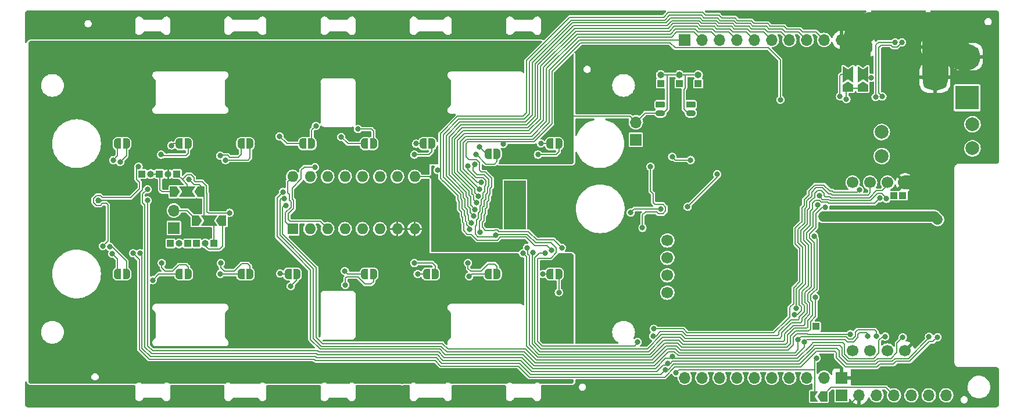
<source format=gbl>
G04 #@! TF.GenerationSoftware,KiCad,Pcbnew,(6.0.5-0)*
G04 #@! TF.CreationDate,2022-08-16T03:19:52+09:00*
G04 #@! TF.ProjectId,qLAMP-main,714c414d-502d-46d6-9169-6e2e6b696361,rev?*
G04 #@! TF.SameCoordinates,Original*
G04 #@! TF.FileFunction,Copper,L2,Bot*
G04 #@! TF.FilePolarity,Positive*
%FSLAX46Y46*%
G04 Gerber Fmt 4.6, Leading zero omitted, Abs format (unit mm)*
G04 Created by KiCad (PCBNEW (6.0.5-0)) date 2022-08-16 03:19:52*
%MOMM*%
%LPD*%
G01*
G04 APERTURE LIST*
G04 Aperture macros list*
%AMRoundRect*
0 Rectangle with rounded corners*
0 $1 Rounding radius*
0 $2 $3 $4 $5 $6 $7 $8 $9 X,Y pos of 4 corners*
0 Add a 4 corners polygon primitive as box body*
4,1,4,$2,$3,$4,$5,$6,$7,$8,$9,$2,$3,0*
0 Add four circle primitives for the rounded corners*
1,1,$1+$1,$2,$3*
1,1,$1+$1,$4,$5*
1,1,$1+$1,$6,$7*
1,1,$1+$1,$8,$9*
0 Add four rect primitives between the rounded corners*
20,1,$1+$1,$2,$3,$4,$5,0*
20,1,$1+$1,$4,$5,$6,$7,0*
20,1,$1+$1,$6,$7,$8,$9,0*
20,1,$1+$1,$8,$9,$2,$3,0*%
%AMFreePoly0*
4,1,22,0.500000,-0.750000,0.000000,-0.750000,0.000000,-0.745033,-0.079941,-0.743568,-0.215256,-0.701293,-0.333266,-0.622738,-0.424486,-0.514219,-0.481581,-0.384460,-0.499164,-0.250000,-0.500000,-0.250000,-0.500000,0.250000,-0.499164,0.250000,-0.499963,0.256109,-0.478152,0.396186,-0.417904,0.524511,-0.324060,0.630769,-0.204165,0.706417,-0.067858,0.745374,0.000000,0.744959,0.000000,0.750000,
0.500000,0.750000,0.500000,-0.750000,0.500000,-0.750000,$1*%
%AMFreePoly1*
4,1,20,0.000000,0.744959,0.073905,0.744508,0.209726,0.703889,0.328688,0.626782,0.421226,0.519385,0.479903,0.390333,0.500000,0.250000,0.500000,-0.250000,0.499851,-0.262216,0.476331,-0.402017,0.414519,-0.529596,0.319384,-0.634700,0.198574,-0.708877,0.061801,-0.746166,0.000000,-0.745033,0.000000,-0.750000,-0.500000,-0.750000,-0.500000,0.750000,0.000000,0.750000,0.000000,0.744959,
0.000000,0.744959,$1*%
%AMFreePoly2*
4,1,6,1.000000,0.000000,0.500000,-0.750000,-0.500000,-0.750000,-0.500000,0.750000,0.500000,0.750000,1.000000,0.000000,1.000000,0.000000,$1*%
%AMFreePoly3*
4,1,7,0.700000,0.000000,1.200000,-0.750000,-1.200000,-0.750000,-0.700000,0.000000,-1.200000,0.750000,1.200000,0.750000,0.700000,0.000000,0.700000,0.000000,$1*%
%AMFreePoly4*
4,1,6,0.500000,-0.750000,-0.650000,-0.750000,-0.150000,0.000000,-0.650000,0.750000,0.500000,0.750000,0.500000,-0.750000,0.500000,-0.750000,$1*%
G04 Aperture macros list end*
G04 #@! TA.AperFunction,SMDPad,CuDef*
%ADD10FreePoly0,180.000000*%
G04 #@! TD*
G04 #@! TA.AperFunction,SMDPad,CuDef*
%ADD11FreePoly1,180.000000*%
G04 #@! TD*
G04 #@! TA.AperFunction,ComponentPad*
%ADD12C,2.000000*%
G04 #@! TD*
G04 #@! TA.AperFunction,ComponentPad*
%ADD13C,0.600000*%
G04 #@! TD*
G04 #@! TA.AperFunction,SMDPad,CuDef*
%ADD14R,3.200000X7.100000*%
G04 #@! TD*
G04 #@! TA.AperFunction,ComponentPad*
%ADD15RoundRect,0.225000X-0.475000X0.225000X-0.475000X-0.225000X0.475000X-0.225000X0.475000X0.225000X0*%
G04 #@! TD*
G04 #@! TA.AperFunction,ComponentPad*
%ADD16O,1.400000X0.900000*%
G04 #@! TD*
G04 #@! TA.AperFunction,ComponentPad*
%ADD17R,1.000000X1.000000*%
G04 #@! TD*
G04 #@! TA.AperFunction,ComponentPad*
%ADD18O,1.000000X1.000000*%
G04 #@! TD*
G04 #@! TA.AperFunction,ComponentPad*
%ADD19R,1.700000X1.700000*%
G04 #@! TD*
G04 #@! TA.AperFunction,ComponentPad*
%ADD20O,1.700000X1.700000*%
G04 #@! TD*
G04 #@! TA.AperFunction,ComponentPad*
%ADD21R,3.500000X3.500000*%
G04 #@! TD*
G04 #@! TA.AperFunction,ComponentPad*
%ADD22RoundRect,0.750000X-1.000000X0.750000X-1.000000X-0.750000X1.000000X-0.750000X1.000000X0.750000X0*%
G04 #@! TD*
G04 #@! TA.AperFunction,ComponentPad*
%ADD23RoundRect,0.875000X-0.875000X0.875000X-0.875000X-0.875000X0.875000X-0.875000X0.875000X0.875000X0*%
G04 #@! TD*
G04 #@! TA.AperFunction,ComponentPad*
%ADD24C,1.700000*%
G04 #@! TD*
G04 #@! TA.AperFunction,ComponentPad*
%ADD25O,1.000000X1.800000*%
G04 #@! TD*
G04 #@! TA.AperFunction,ComponentPad*
%ADD26R,1.600000X1.600000*%
G04 #@! TD*
G04 #@! TA.AperFunction,ComponentPad*
%ADD27O,1.600000X1.600000*%
G04 #@! TD*
G04 #@! TA.AperFunction,SMDPad,CuDef*
%ADD28FreePoly2,180.000000*%
G04 #@! TD*
G04 #@! TA.AperFunction,SMDPad,CuDef*
%ADD29FreePoly3,180.000000*%
G04 #@! TD*
G04 #@! TA.AperFunction,SMDPad,CuDef*
%ADD30FreePoly2,0.000000*%
G04 #@! TD*
G04 #@! TA.AperFunction,SMDPad,CuDef*
%ADD31FreePoly3,0.000000*%
G04 #@! TD*
G04 #@! TA.AperFunction,SMDPad,CuDef*
%ADD32FreePoly0,0.000000*%
G04 #@! TD*
G04 #@! TA.AperFunction,SMDPad,CuDef*
%ADD33FreePoly1,0.000000*%
G04 #@! TD*
G04 #@! TA.AperFunction,SMDPad,CuDef*
%ADD34FreePoly4,180.000000*%
G04 #@! TD*
G04 #@! TA.AperFunction,SMDPad,CuDef*
%ADD35FreePoly2,90.000000*%
G04 #@! TD*
G04 #@! TA.AperFunction,SMDPad,CuDef*
%ADD36FreePoly3,90.000000*%
G04 #@! TD*
G04 #@! TA.AperFunction,SMDPad,CuDef*
%ADD37FreePoly2,270.000000*%
G04 #@! TD*
G04 #@! TA.AperFunction,ViaPad*
%ADD38C,0.800000*%
G04 #@! TD*
G04 #@! TA.AperFunction,Conductor*
%ADD39C,0.210820*%
G04 #@! TD*
G04 #@! TA.AperFunction,Conductor*
%ADD40C,1.524000*%
G04 #@! TD*
G04 #@! TA.AperFunction,Conductor*
%ADD41C,3.810000*%
G04 #@! TD*
G04 #@! TA.AperFunction,Conductor*
%ADD42C,2.032000*%
G04 #@! TD*
G04 APERTURE END LIST*
D10*
X144807211Y-92502066D03*
D11*
X143507211Y-92502066D03*
D10*
X135807211Y-94000000D03*
D11*
X134507211Y-94000000D03*
X125007211Y-92502066D03*
D10*
X126307211Y-92502066D03*
X90807211Y-92502066D03*
D11*
X89507211Y-92502066D03*
D10*
X81807211Y-92502066D03*
D11*
X80507211Y-92502066D03*
D10*
X144807211Y-111501633D03*
D11*
X143507211Y-111501633D03*
D10*
X126807211Y-111501633D03*
D11*
X125507211Y-111501633D03*
X105350000Y-111501633D03*
D10*
X106650000Y-111501633D03*
X81807211Y-111501633D03*
D11*
X80507211Y-111501633D03*
D12*
X205069999Y-89680009D03*
X205069999Y-93180009D03*
X191850000Y-90800000D03*
X191850000Y-94300000D03*
D13*
X139710000Y-99490000D03*
X138410000Y-104690000D03*
X137110000Y-103390000D03*
X139710000Y-104690000D03*
X138410000Y-102090000D03*
X137110000Y-99490000D03*
X139710000Y-103390000D03*
X139710000Y-100790000D03*
X137110000Y-100790000D03*
X137110000Y-102090000D03*
X138410000Y-103390000D03*
X139710000Y-98190000D03*
X139710000Y-102090000D03*
X138410000Y-100790000D03*
X138410000Y-99490000D03*
X138410000Y-98190000D03*
X137110000Y-104690000D03*
D14*
X138410000Y-101440000D03*
D13*
X137110000Y-98190000D03*
D15*
X164035003Y-86795000D03*
D16*
X164035003Y-88045000D03*
D15*
X159590003Y-86795000D03*
D16*
X159590003Y-88045000D03*
D17*
X165106960Y-83749058D03*
D18*
X165106960Y-82479058D03*
D17*
X162376968Y-83749058D03*
D18*
X162376968Y-82479058D03*
D17*
X159646950Y-83749058D03*
D18*
X159646950Y-82479058D03*
D19*
X156020008Y-91915005D03*
D20*
X156020008Y-89375005D03*
D21*
X204295792Y-85809800D03*
D22*
X204295792Y-79809800D03*
D23*
X199595792Y-82809800D03*
D24*
X187611003Y-98175006D03*
X190151003Y-98175006D03*
X192691003Y-98175006D03*
X195231003Y-98175006D03*
X187611003Y-122675006D03*
X190151003Y-122675006D03*
X192691003Y-122675006D03*
X195231003Y-122675006D03*
X160611003Y-106615006D03*
X160611003Y-109155006D03*
X160611003Y-111695006D03*
X160611003Y-114235006D03*
D25*
X198608282Y-78419792D03*
X198608282Y-74619792D03*
X189968282Y-78419792D03*
X189968282Y-74619792D03*
D19*
X186001000Y-126628000D03*
D20*
X183461000Y-126628000D03*
X180921000Y-126628000D03*
X178381000Y-126628000D03*
X175841000Y-126628000D03*
X173301000Y-126628000D03*
X170761000Y-126628000D03*
X168221000Y-126628000D03*
X165681000Y-126628000D03*
X163141000Y-126628000D03*
D19*
X186000993Y-129200000D03*
D20*
X188540993Y-129200000D03*
X191080993Y-129200000D03*
X193620993Y-129200000D03*
X196160993Y-129200000D03*
X198701000Y-129199996D03*
X201240993Y-129200000D03*
D19*
X163141000Y-77372000D03*
D20*
X165681000Y-77372000D03*
X168221000Y-77372000D03*
X170761000Y-77372000D03*
X173301000Y-77372000D03*
X175841000Y-77372000D03*
X178381000Y-77372000D03*
X180921000Y-77372000D03*
X183461000Y-77372000D03*
X186001000Y-77372000D03*
D26*
X106029989Y-104929991D03*
D27*
X108569989Y-104929991D03*
X111109989Y-104929991D03*
X113649989Y-104929991D03*
X116189989Y-104929991D03*
X118729989Y-104929991D03*
X121269989Y-104929991D03*
X123809989Y-104929991D03*
X123809989Y-97309991D03*
X121269989Y-97309991D03*
X118729989Y-97309991D03*
X116189989Y-97309991D03*
X113649989Y-97309991D03*
X111109989Y-97309991D03*
X108569989Y-97309991D03*
X106029989Y-97309991D03*
D19*
X88719990Y-104785008D03*
D20*
X88719990Y-102245008D03*
D17*
X88240000Y-107050000D03*
X94590009Y-107050012D03*
D28*
X92644980Y-99519994D03*
D29*
X90644980Y-99519994D03*
D30*
X88644980Y-99519994D03*
D10*
X99807211Y-111501633D03*
D11*
X98507211Y-111501633D03*
D17*
X193640989Y-100070006D03*
D10*
X108807211Y-92502066D03*
D11*
X107507211Y-92502066D03*
D17*
X89166011Y-96930033D03*
D30*
X91849994Y-103719999D03*
D31*
X93849994Y-103719999D03*
D28*
X95849994Y-103719999D03*
D10*
X135807211Y-111501633D03*
D11*
X134507211Y-111501633D03*
D32*
X98507211Y-92502066D03*
D33*
X99807211Y-92502066D03*
D28*
X183415000Y-129350000D03*
D34*
X181965000Y-129350000D03*
D17*
X84085995Y-96930009D03*
D18*
X85355995Y-96930009D03*
D10*
X117807211Y-111501633D03*
D11*
X116507211Y-111501633D03*
D35*
X186957487Y-84390005D03*
D36*
X186957487Y-82390005D03*
D37*
X186957487Y-80390005D03*
D10*
X90807211Y-111501633D03*
D11*
X89507211Y-111501633D03*
D17*
X182280001Y-119160011D03*
D10*
X117807211Y-92502066D03*
D11*
X116507211Y-92502066D03*
D17*
X90780000Y-107050000D03*
D18*
X89510000Y-107050000D03*
D17*
X92050000Y-107050000D03*
D18*
X93320000Y-107050000D03*
D17*
X194910989Y-100070006D03*
X86625995Y-96930009D03*
D18*
X87896003Y-96930021D03*
D35*
X189100003Y-84390005D03*
D36*
X189100003Y-82390005D03*
D37*
X189100003Y-80390005D03*
D38*
X79741890Y-108560000D03*
X79377626Y-107530770D03*
X78380000Y-107430000D03*
X105754509Y-113270000D03*
X104204745Y-111439423D03*
X123754509Y-109901622D03*
X124240000Y-111500000D03*
X144810000Y-114180000D03*
X142500000Y-111500000D03*
X141754509Y-94102077D03*
X142190000Y-92480000D03*
X132754509Y-94102066D03*
X133245492Y-92949968D03*
X123754509Y-94102077D03*
X124010000Y-92500000D03*
X86873548Y-94102077D03*
X88345920Y-92761592D03*
X79890000Y-94890000D03*
X80888840Y-95173588D03*
X182200000Y-114880000D03*
X139580000Y-108485402D03*
X93730000Y-93620000D03*
X126470000Y-124970000D03*
X94420000Y-113270000D03*
X121710000Y-108420000D03*
X125750000Y-118160000D03*
X102060000Y-121640000D03*
X112420000Y-124900000D03*
X123190000Y-110790000D03*
X107450000Y-78080000D03*
X113620000Y-108230000D03*
X74660000Y-85910000D03*
X82550000Y-86620000D03*
X102250000Y-110050000D03*
X118360000Y-108370000D03*
X102150000Y-94090000D03*
X137220000Y-78800000D03*
X68000000Y-108610000D03*
X146380000Y-80750000D03*
X142900000Y-115080000D03*
X92900000Y-97310000D03*
X93370000Y-89850000D03*
X135520000Y-81250000D03*
X96960000Y-88650000D03*
X87680000Y-90840000D03*
X112730000Y-111620000D03*
X90970000Y-96040000D03*
X117830000Y-88210000D03*
X70520000Y-123750000D03*
X128150000Y-120590000D03*
X121880000Y-93430000D03*
X83290000Y-80290000D03*
X71320000Y-108870000D03*
X106730000Y-102850000D03*
X107640000Y-114840000D03*
X97370000Y-121680000D03*
X100360000Y-99910000D03*
X127730000Y-82790000D03*
X87920000Y-78060000D03*
X92940000Y-78990000D03*
X78110000Y-80500000D03*
X107620000Y-121650000D03*
X92870000Y-96040000D03*
X97610000Y-109940000D03*
X85920000Y-89140000D03*
X138480000Y-125880000D03*
X125480000Y-104920000D03*
X121680000Y-99180000D03*
X71410000Y-80410000D03*
X85750000Y-110350000D03*
X77800000Y-95400000D03*
X126700000Y-78380000D03*
X111050000Y-113380000D03*
X105870000Y-86000000D03*
X109150000Y-126980000D03*
X125190000Y-85420000D03*
X73590000Y-120110000D03*
X71080000Y-86410000D03*
X120010000Y-118160000D03*
X145830000Y-88490000D03*
X134630000Y-126930000D03*
X85710000Y-107600000D03*
X128130000Y-115480000D03*
X91650000Y-110020000D03*
X88240000Y-126860000D03*
X95460000Y-91860000D03*
X90240000Y-88790000D03*
X77010000Y-104300000D03*
X73810000Y-105870000D03*
X78310000Y-117380000D03*
X136970000Y-115130000D03*
X84590000Y-93630000D03*
X119530000Y-106250000D03*
X75230000Y-127040000D03*
X108470000Y-108220000D03*
X103650000Y-82300000D03*
X68170000Y-95470000D03*
X102830000Y-126900000D03*
X111380000Y-101420000D03*
X75780000Y-100670000D03*
X120400000Y-85000000D03*
X146360000Y-85990000D03*
X108650000Y-89210000D03*
X117800000Y-115750000D03*
X100370000Y-85760000D03*
X139150000Y-110320000D03*
X95060000Y-126950000D03*
X77480000Y-99030000D03*
X115850000Y-110070000D03*
X119760000Y-101440000D03*
X141030000Y-78100000D03*
X100040000Y-104620000D03*
X127510000Y-127060000D03*
X77850000Y-123540000D03*
X113680000Y-102890000D03*
X82460000Y-78150000D03*
X86070000Y-91930000D03*
X97390000Y-115130000D03*
X105350000Y-93970000D03*
X129290000Y-113090000D03*
X85970000Y-124950000D03*
X122000000Y-127140000D03*
X71570000Y-104090000D03*
X112360000Y-94040000D03*
X78070000Y-86490000D03*
X108290000Y-83020000D03*
X106400000Y-124990000D03*
X81720000Y-107340000D03*
X83290000Y-123820000D03*
X144780000Y-89760000D03*
X82020000Y-127010000D03*
X100520000Y-108290000D03*
X80560000Y-120490000D03*
X87630000Y-108400000D03*
X68360000Y-78370000D03*
X77670000Y-114000000D03*
X115530000Y-78130000D03*
X98330000Y-125120000D03*
X122530000Y-115440000D03*
X121800000Y-111770000D03*
X132140000Y-115070000D03*
X101750000Y-98290000D03*
X108820000Y-100570000D03*
X70500000Y-99530000D03*
X114500000Y-93800000D03*
X123110000Y-81330000D03*
X122580000Y-120760000D03*
X130760000Y-111700000D03*
X142800000Y-121190000D03*
X146360000Y-121040000D03*
X91100000Y-115220000D03*
X96780000Y-106290000D03*
X122470000Y-103720000D03*
X116050000Y-106760000D03*
X132160000Y-78410000D03*
X73580000Y-82570000D03*
X109000000Y-102600000D03*
X110890000Y-80350000D03*
X68260000Y-114610000D03*
X68320000Y-89390000D03*
X117170000Y-99190000D03*
X117380000Y-102980000D03*
X97390000Y-118650000D03*
X111180000Y-107210000D03*
X113710000Y-99670000D03*
X68410000Y-86220000D03*
X130860000Y-125790000D03*
X67990000Y-120200000D03*
X146350000Y-114500000D03*
X125380000Y-98250000D03*
X85790000Y-114520000D03*
X117050000Y-81160000D03*
X138590000Y-93420000D03*
X115880000Y-101040000D03*
X82650000Y-117180000D03*
X96620000Y-108270000D03*
X80550000Y-83470000D03*
X122930000Y-106900000D03*
X107650000Y-118550000D03*
X102040000Y-118570000D03*
X105230000Y-91090000D03*
X99220000Y-78140000D03*
X87320000Y-112900000D03*
X115980000Y-126960000D03*
X117770000Y-120790000D03*
X85990000Y-98820000D03*
X91270000Y-125250000D03*
X129570000Y-110360000D03*
X144470000Y-117770000D03*
X129580000Y-80460000D03*
X101670000Y-101710000D03*
X68410000Y-82700000D03*
X68080000Y-102390000D03*
X77920000Y-90000000D03*
X77730000Y-100786902D03*
X82240000Y-95500000D03*
X83660000Y-106800000D03*
X124170000Y-101290000D03*
X118870000Y-125040000D03*
X87690000Y-93520000D03*
X103440000Y-79020000D03*
X104270000Y-112440000D03*
X123200000Y-90900000D03*
X91330000Y-101260000D03*
X97380000Y-82330000D03*
X74910000Y-78310000D03*
X84490000Y-91140000D03*
X102510000Y-114620000D03*
X122620000Y-88620000D03*
X73410000Y-99400000D03*
X98650000Y-107360000D03*
X111150000Y-110030000D03*
X113910000Y-90820000D03*
X120720000Y-78410000D03*
X123600000Y-113250000D03*
X71320000Y-117580000D03*
X76050000Y-107560000D03*
X128330000Y-88470000D03*
X68050000Y-126830000D03*
X144730000Y-83540000D03*
X103490000Y-88410000D03*
X138840000Y-113250000D03*
X125530000Y-108360000D03*
X110770000Y-90760000D03*
X140720000Y-93200000D03*
X156280000Y-121420000D03*
X183340000Y-103120000D03*
X83578773Y-95827351D03*
X159665189Y-102029642D03*
X182369000Y-123761000D03*
X131584136Y-95762633D03*
X199990000Y-103570000D03*
X155270000Y-102552700D03*
X167870000Y-96950000D03*
X163561424Y-101698353D03*
X135578026Y-105825474D03*
X161888761Y-125891630D03*
X132556613Y-95518297D03*
X133318351Y-105386587D03*
X90933915Y-97722495D03*
X145252039Y-107667959D03*
X136710000Y-92536428D03*
X177077500Y-86077500D03*
X158161240Y-95837300D03*
X156990000Y-104772269D03*
X188584328Y-99261270D03*
X158642270Y-119510000D03*
X199980000Y-120710000D03*
X82785647Y-108485402D03*
X83788350Y-108485402D03*
X160301624Y-125475913D03*
X198730000Y-120650000D03*
X194910000Y-120720000D03*
X160664255Y-124528449D03*
X84879970Y-99127767D03*
X182769032Y-100052163D03*
X192538287Y-100540000D03*
X191080000Y-120540000D03*
X104833034Y-100517440D03*
X179655069Y-121063569D03*
X179343944Y-116484357D03*
X192360000Y-120620000D03*
X161312118Y-123524412D03*
X84879970Y-100786902D03*
X179163511Y-117474190D03*
X180606836Y-121379088D03*
X189830000Y-120550000D03*
X104606609Y-99540637D03*
X109278110Y-95931837D03*
X186700000Y-85990000D03*
X161316890Y-94407157D03*
X164003110Y-94881650D03*
X193787300Y-77710030D03*
X190950000Y-85710000D03*
X194790000Y-77707700D03*
X191949379Y-85628418D03*
X207800000Y-94550000D03*
X197190000Y-111120000D03*
X173720000Y-129970000D03*
X159490000Y-85700000D03*
X179990000Y-91990000D03*
X82280000Y-130490000D03*
X122550000Y-76810000D03*
X178880000Y-74840000D03*
X170320000Y-118030000D03*
X194890000Y-109020000D03*
X155720000Y-114690000D03*
X185060000Y-91950000D03*
X188110000Y-125960000D03*
X192050000Y-111100000D03*
X182250000Y-94000000D03*
X198370000Y-127160000D03*
X181830000Y-83360000D03*
X185860000Y-113290000D03*
X115730000Y-76710000D03*
X82150000Y-73800000D03*
X167060000Y-83080000D03*
X174100000Y-101300000D03*
X162290000Y-102720000D03*
X201580000Y-120910000D03*
X129810000Y-130320000D03*
X133410000Y-75140000D03*
X109570000Y-128160000D03*
X200330000Y-105150000D03*
X169400000Y-90120000D03*
X203390000Y-126170000D03*
X175820000Y-98620000D03*
X141880000Y-105800000D03*
X201690000Y-108010000D03*
X177080000Y-108280000D03*
X136520000Y-76860000D03*
X184470000Y-86030000D03*
X207870000Y-86340000D03*
X119410000Y-75270000D03*
X161030000Y-81330000D03*
X173930000Y-85170000D03*
X180780000Y-129320000D03*
X178970000Y-130380000D03*
X162610000Y-89180000D03*
X153960000Y-89690000D03*
X200900000Y-79790000D03*
X88960000Y-130240000D03*
X169780000Y-95090000D03*
X186000000Y-98840000D03*
X115730000Y-73730000D03*
X194610000Y-113510000D03*
X165800000Y-107280000D03*
X207760000Y-78340000D03*
X185870000Y-104930000D03*
X192050000Y-125430000D03*
X159280000Y-117070000D03*
X174770000Y-116390000D03*
X187800000Y-111250000D03*
X175210000Y-92780000D03*
X109520000Y-130350000D03*
X122630000Y-130440000D03*
X169120000Y-84810000D03*
X129820000Y-73750000D03*
X187960000Y-106770000D03*
X133040000Y-129190000D03*
X164430000Y-85230000D03*
X191930000Y-106780000D03*
X192290000Y-130250000D03*
X72010000Y-73700000D03*
X177970000Y-96820000D03*
X153050000Y-78890000D03*
X165870000Y-104410000D03*
X170940000Y-110360000D03*
X126880000Y-101960000D03*
X164510000Y-99540000D03*
X199120000Y-122470000D03*
X202630000Y-130290000D03*
X102730000Y-73740000D03*
X182500000Y-97610000D03*
X144090000Y-97730000D03*
X173830000Y-73800000D03*
X82210000Y-76500000D03*
X122580000Y-73790000D03*
X150410000Y-85170000D03*
X149940000Y-127310000D03*
X160850000Y-78900000D03*
X153480000Y-128230000D03*
X163960000Y-119190000D03*
X199250000Y-108980000D03*
X172340000Y-114250000D03*
X159490000Y-91041650D03*
X146530000Y-129200000D03*
X92160000Y-129370000D03*
X109570000Y-76790000D03*
X89550000Y-73660000D03*
X201310000Y-111490000D03*
X134040000Y-107790000D03*
X160020000Y-103810000D03*
X163230000Y-81130000D03*
X115850000Y-128250000D03*
X185820000Y-109110000D03*
X203460000Y-76370000D03*
X205480000Y-74050000D03*
X179860000Y-99980000D03*
X208100000Y-130010000D03*
X122500000Y-128290000D03*
X157810000Y-78920000D03*
X136590000Y-130440000D03*
X142760000Y-76270000D03*
X190010000Y-104900000D03*
X150010000Y-129640000D03*
X192340000Y-115290000D03*
X207770000Y-90790000D03*
X161660000Y-116050000D03*
X175310000Y-82750000D03*
X166150000Y-94910000D03*
X178370000Y-104880000D03*
X187550000Y-74370000D03*
X183240000Y-74480000D03*
X203980000Y-82920000D03*
X185770000Y-116560000D03*
X147770000Y-87660000D03*
X194650000Y-117060000D03*
X148050000Y-121030000D03*
X197470000Y-130290000D03*
X189970000Y-130260000D03*
X200810000Y-124950000D03*
X189920000Y-109100000D03*
X148050000Y-115490000D03*
X165970000Y-113215000D03*
X175060000Y-105150000D03*
X155750000Y-108640000D03*
X195920000Y-125110000D03*
X95530000Y-130460000D03*
X152750000Y-87580000D03*
X82360000Y-128240000D03*
X179660000Y-127610000D03*
X184600000Y-79550000D03*
X194880000Y-130280000D03*
X106530000Y-129280000D03*
X145430000Y-73800000D03*
X115790000Y-130310000D03*
X197170000Y-106860000D03*
X157470000Y-112580000D03*
X168360000Y-99290000D03*
X129770000Y-76780000D03*
X136500000Y-73860000D03*
X156080000Y-81130000D03*
X188270000Y-78740000D03*
X200840000Y-74310000D03*
X175220000Y-95660000D03*
X167370000Y-88230000D03*
X178980000Y-111680000D03*
X109620000Y-73710000D03*
X166860000Y-85590000D03*
X199090000Y-113210000D03*
X142760000Y-73760000D03*
X106120000Y-75350000D03*
X165070000Y-81130000D03*
X156460000Y-84700000D03*
X207610000Y-82990000D03*
X199090000Y-117060000D03*
X207960000Y-125870000D03*
X95310000Y-73710000D03*
X180720000Y-96450000D03*
X142790000Y-128090000D03*
X102760000Y-128150000D03*
X151220000Y-81450000D03*
X174940000Y-79900000D03*
X185450000Y-96712735D03*
X102780000Y-76800000D03*
X177750000Y-101220000D03*
X152860000Y-98280000D03*
X142730000Y-130490000D03*
X103060000Y-130350000D03*
X193580000Y-126620000D03*
X198150000Y-92260000D03*
X155840000Y-130430000D03*
X92370000Y-75150000D03*
X159600000Y-95200000D03*
X157731806Y-100170122D03*
X164260000Y-90380000D03*
X192200000Y-76260000D03*
X119060000Y-129410000D03*
X184520000Y-82540000D03*
X197960000Y-95860000D03*
X76380000Y-128290000D03*
X196490000Y-76180000D03*
X131290000Y-106940000D03*
X151560000Y-106620000D03*
X156530000Y-87510000D03*
X146040000Y-99930000D03*
X194960000Y-127970000D03*
X170545000Y-82910000D03*
X158720000Y-81500000D03*
X178910000Y-82520000D03*
X176730000Y-129340000D03*
X165250000Y-79300000D03*
X171080000Y-86030000D03*
X171530000Y-79540000D03*
X89430000Y-76540000D03*
X189920000Y-117080000D03*
X161520000Y-87550000D03*
X166900000Y-79760000D03*
X148090000Y-110670000D03*
X71780000Y-130410000D03*
X75910000Y-76770000D03*
X161890000Y-107820000D03*
X161880000Y-85800000D03*
X148910000Y-98280000D03*
X189920000Y-113320000D03*
X67860000Y-76720000D03*
X138480000Y-106833311D03*
X160570000Y-100010000D03*
X175550000Y-119070000D03*
X89000000Y-128320000D03*
X95470000Y-128160000D03*
X185150956Y-93298098D03*
X201640000Y-115070000D03*
X148050000Y-79150000D03*
X159280000Y-110690000D03*
X173120000Y-81090000D03*
X136530000Y-128270000D03*
X199990000Y-130290000D03*
X162290000Y-100820000D03*
X140070000Y-96730000D03*
X95380000Y-76610000D03*
X128939538Y-99930462D03*
X190060000Y-127270000D03*
X147850000Y-89480000D03*
X194760000Y-104560000D03*
X129850000Y-128140000D03*
X126780000Y-98400000D03*
X168880000Y-81200000D03*
X67920000Y-128400000D03*
X177390000Y-94490000D03*
X147840000Y-82490000D03*
X146710000Y-96590000D03*
X157740000Y-106050000D03*
X187840000Y-115180000D03*
X171390000Y-130400000D03*
X178080000Y-115270000D03*
X135630000Y-96720000D03*
X175090000Y-111940000D03*
X194240000Y-73900000D03*
X196990000Y-115200000D03*
X95471387Y-94248198D03*
X95480000Y-111480000D03*
X96850000Y-102580000D03*
X191535954Y-100456332D03*
X158545536Y-120550474D03*
X127149009Y-96345377D03*
X143738455Y-108072631D03*
X190310000Y-82860000D03*
X185773624Y-85606281D03*
X109410000Y-89910000D03*
X115524290Y-90375710D03*
X86960000Y-109901622D03*
X95570000Y-109901622D03*
X113703048Y-113100440D03*
X131570000Y-109901622D03*
X85640000Y-112400000D03*
X113630000Y-111070000D03*
X113100000Y-91530000D03*
X104120000Y-91430000D03*
X131747790Y-111872289D03*
X182030000Y-105970000D03*
X140169320Y-107674161D03*
X183640000Y-101755300D03*
X141054732Y-108382271D03*
X182476794Y-101468394D03*
X142790000Y-108485402D03*
X132824837Y-101108536D03*
X133063649Y-100134687D03*
X133272443Y-99153964D03*
X133490000Y-98175147D03*
X132582266Y-102081455D03*
X132362956Y-103059880D03*
X132090000Y-104050000D03*
X131792506Y-105007554D03*
X187280000Y-120280000D03*
X105067469Y-101492351D03*
X96250000Y-94880000D03*
D39*
X124010000Y-92500000D02*
X125005145Y-92500000D01*
X125005145Y-92500000D02*
X125007211Y-92502066D01*
X123754509Y-94102077D02*
X125847923Y-94102077D01*
X125847923Y-94102077D02*
X126307211Y-93642789D01*
X126307211Y-93642789D02*
X126307211Y-92502066D01*
X79377626Y-107530770D02*
X79714095Y-107530770D01*
X79714095Y-107530770D02*
X81807211Y-109623886D01*
X81807211Y-109623886D02*
X81807211Y-111501633D01*
X79741890Y-108560000D02*
X80507211Y-109325321D01*
X80507211Y-109325321D02*
X80507211Y-111501633D01*
X79100000Y-101440000D02*
X79100000Y-106710000D01*
X79100000Y-106710000D02*
X78380000Y-107430000D01*
X106601879Y-112422630D02*
X106601879Y-111501633D01*
X105754509Y-113270000D02*
X106601879Y-112422630D01*
X104266955Y-111501633D02*
X104204745Y-111439423D01*
X105350000Y-111501633D02*
X104266955Y-111501633D01*
X123754509Y-109901622D02*
X126421622Y-109901622D01*
X126421622Y-109901622D02*
X126807211Y-110287211D01*
X126807211Y-110287211D02*
X126807211Y-111501633D01*
X125507211Y-111501633D02*
X124241633Y-111501633D01*
X124241633Y-111501633D02*
X124240000Y-111500000D01*
X144810000Y-114180000D02*
X144810000Y-111504422D01*
X144810000Y-111504422D02*
X144807211Y-111501633D01*
X142501633Y-111501633D02*
X142500000Y-111500000D01*
X143507211Y-111501633D02*
X142501633Y-111501633D01*
X141754509Y-94102077D02*
X144387923Y-94102077D01*
X144387923Y-94102077D02*
X144807211Y-93682789D01*
X144807211Y-93682789D02*
X144807211Y-92502066D01*
X142190000Y-92480000D02*
X143485145Y-92480000D01*
X143485145Y-92480000D02*
X143507211Y-92502066D01*
X135807211Y-95112789D02*
X135807211Y-94000000D01*
X132754509Y-94102066D02*
X132812066Y-94102066D01*
X132812066Y-94102066D02*
X134190000Y-95480000D01*
X134190000Y-95480000D02*
X135440000Y-95480000D01*
X135440000Y-95480000D02*
X135807211Y-95112789D01*
X134507211Y-94000000D02*
X134295524Y-94000000D01*
X134295524Y-94000000D02*
X133245492Y-92949968D01*
X124012066Y-92502066D02*
X124010000Y-92500000D01*
X86873548Y-94102077D02*
X86999592Y-94228121D01*
X90481879Y-94228121D02*
X90807211Y-93902789D01*
X86999592Y-94228121D02*
X90481879Y-94228121D01*
X90807211Y-93902789D02*
X90807211Y-92502066D01*
X88605446Y-92502066D02*
X88345920Y-92761592D01*
X89507211Y-92502066D02*
X88605446Y-92502066D01*
X80507211Y-94272789D02*
X79890000Y-94890000D01*
X80507211Y-92502066D02*
X80507211Y-94272789D01*
X80888840Y-95173588D02*
X81807211Y-94255217D01*
X81807211Y-94255217D02*
X81807211Y-92502066D01*
X140079999Y-121999999D02*
X140079999Y-108985401D01*
X178533409Y-120598960D02*
X178533408Y-121681425D01*
X160276260Y-121575672D02*
X158197772Y-123654160D01*
X179295910Y-119836460D02*
X178533409Y-120598960D01*
X162119315Y-121575673D02*
X160276260Y-121575672D01*
X181173540Y-119836460D02*
X179295910Y-119836460D01*
X162705201Y-122161559D02*
X162119315Y-121575673D01*
X178053276Y-122161558D02*
X162705201Y-122161559D01*
X182200000Y-117720000D02*
X181471879Y-118448121D01*
X181471879Y-118448121D02*
X181471879Y-119538121D01*
X181471879Y-119538121D02*
X181173540Y-119836460D01*
X141734163Y-123654159D02*
X140079999Y-121999999D01*
X158197772Y-123654160D02*
X141734163Y-123654159D01*
X140079999Y-108985401D02*
X139580000Y-108485402D01*
X178533408Y-121681425D02*
X178053276Y-122161558D01*
X182200000Y-114880000D02*
X182200000Y-117720000D01*
X156020008Y-89375005D02*
X155145003Y-88500000D01*
X160598133Y-87447690D02*
X160598133Y-82496249D01*
X165106960Y-82479058D02*
X162376968Y-82479058D01*
X160000823Y-88045000D02*
X160598133Y-87447690D01*
X164035003Y-88045000D02*
X163624183Y-88045000D01*
X163026873Y-84553127D02*
X163200942Y-84379058D01*
X163026873Y-87447690D02*
X163026873Y-84553127D01*
X163624183Y-88045000D02*
X163026873Y-87447690D01*
X163200942Y-84379058D02*
X163200942Y-82479058D01*
X84171849Y-98834453D02*
X84586656Y-98419646D01*
X85589646Y-98419646D02*
X85990000Y-98820000D01*
X84171849Y-99248151D02*
X84171849Y-98834453D01*
X145840000Y-88500000D02*
X145830000Y-88490000D01*
X155145003Y-88500000D02*
X145840000Y-88500000D01*
X160598133Y-82496249D02*
X160580942Y-82479058D01*
X159590003Y-88045000D02*
X160000823Y-88045000D01*
X84586656Y-98419646D02*
X85179646Y-98419646D01*
X82633098Y-100786902D02*
X84171849Y-99248151D01*
X85179646Y-98419646D02*
X85589646Y-98419646D01*
X162376968Y-82479058D02*
X160580942Y-82479058D01*
X157350013Y-88045000D02*
X159590003Y-88045000D01*
X160580942Y-82479058D02*
X159646950Y-82479058D01*
X77730000Y-100786902D02*
X82633098Y-100786902D01*
X156020008Y-89375005D02*
X157350013Y-88045000D01*
X133071077Y-103353194D02*
X132798121Y-103626150D01*
X144446576Y-107716576D02*
X143651661Y-106921661D01*
X182079121Y-124050879D02*
X182369000Y-123761000D01*
X133980564Y-99447278D02*
X133771770Y-99656072D01*
X144446576Y-108365945D02*
X144446576Y-107716576D01*
X132798121Y-103626150D02*
X132798121Y-104343314D01*
X162310512Y-125469879D02*
X182040121Y-125469879D01*
X163561424Y-101675178D02*
X163561424Y-101698353D01*
X83270000Y-97670000D02*
X83270000Y-96129762D01*
X155860000Y-122000000D02*
X142419336Y-122000000D01*
X78317895Y-100373362D02*
X82461804Y-100373362D01*
X155793058Y-102029642D02*
X155270000Y-102552700D01*
X77021879Y-101080216D02*
X77021879Y-100493588D01*
X83270000Y-96129762D02*
X83276362Y-96129762D01*
X141829749Y-109193523D02*
X143618998Y-109193523D01*
X78317895Y-101200442D02*
X78023314Y-101495023D01*
X161888761Y-125891630D02*
X162310512Y-125469879D01*
X140205392Y-105711661D02*
X135691839Y-105711661D01*
X182040121Y-125469879D02*
X182079121Y-125430879D01*
X141734160Y-121314824D02*
X141734160Y-109289112D01*
X134198121Y-98468461D02*
X133980564Y-98686018D01*
X133771770Y-100428001D02*
X133532958Y-100666813D01*
X78023314Y-101495023D02*
X77436686Y-101495023D01*
X131584136Y-96294136D02*
X132757026Y-97467026D01*
X132798121Y-104343314D02*
X132610230Y-104531205D01*
X181965000Y-129350000D02*
X181965000Y-128895000D01*
X79100000Y-101440000D02*
X78860442Y-101200442D01*
X133532958Y-101401850D02*
X133290387Y-101644421D01*
X83276362Y-96129762D02*
X83578773Y-95827351D01*
X142419336Y-122000000D02*
X141734160Y-121314824D01*
X133532958Y-100666813D02*
X133532958Y-101401850D01*
X143618998Y-109193523D02*
X144446576Y-108365945D01*
X77436686Y-101495023D02*
X77021879Y-101080216D01*
X133290387Y-102374769D02*
X133071077Y-102594079D01*
X182079121Y-129235879D02*
X182079121Y-125430879D01*
X83752583Y-99082583D02*
X83752583Y-98152583D01*
X132610230Y-104531205D02*
X132610230Y-105679901D01*
X156280000Y-121420000D02*
X156280000Y-121580000D01*
D40*
X199540000Y-103120000D02*
X199990000Y-103570000D01*
D39*
X78860442Y-101200442D02*
X78317895Y-101200442D01*
X77021879Y-100493588D02*
X77436686Y-100078781D01*
X167870000Y-97366602D02*
X163561424Y-101675178D01*
X133771770Y-99656072D02*
X133771770Y-100428001D01*
X133783314Y-97467026D02*
X134198121Y-97881833D01*
D40*
X183340000Y-103120000D02*
X199540000Y-103120000D01*
D39*
X83752583Y-98152583D02*
X83270000Y-97670000D01*
X133071077Y-102594079D02*
X133071077Y-103353194D01*
X134198121Y-97881833D02*
X134198121Y-98468461D01*
X167870000Y-96950000D02*
X167870000Y-97366602D01*
X182079121Y-125430879D02*
X182079121Y-124050879D01*
X77436686Y-100078781D02*
X78023314Y-100078781D01*
X141415393Y-106921661D02*
X140205392Y-105711661D01*
X181965000Y-129350000D02*
X182079121Y-129235879D01*
X132757026Y-97467026D02*
X133783314Y-97467026D01*
X135308792Y-106094708D02*
X135578026Y-105825474D01*
X133980564Y-98686018D02*
X133980564Y-99447278D01*
X135691839Y-105711661D02*
X135578026Y-105825474D01*
X131584136Y-95762633D02*
X131584136Y-96294136D01*
X159665189Y-102029642D02*
X155793058Y-102029642D01*
X141734160Y-109289112D02*
X141829749Y-109193523D01*
X82461804Y-100373362D02*
X83752583Y-99082583D01*
X133025037Y-106094708D02*
X135308792Y-106094708D01*
X132610230Y-105679901D02*
X133025037Y-106094708D01*
X133290387Y-101644421D02*
X133290387Y-102374769D01*
X78023314Y-100078781D02*
X78317895Y-100373362D01*
X156280000Y-121580000D02*
X155860000Y-122000000D01*
X143651661Y-106921661D02*
X141415393Y-106921661D01*
X105314730Y-98025270D02*
X105314730Y-99690000D01*
X134185309Y-99885309D02*
X134394104Y-99676514D01*
X133946498Y-101573143D02*
X133946498Y-100850000D01*
X133211661Y-103797444D02*
X133484617Y-103524487D01*
X105541155Y-99916425D02*
X105541155Y-100720000D01*
X133318351Y-105386587D02*
X133211661Y-105279897D01*
X106030000Y-97310000D02*
X105314730Y-98025270D01*
X134394104Y-99676514D02*
X134394104Y-98860000D01*
X132928321Y-97053487D02*
X132292257Y-96417423D01*
X133211661Y-105279897D02*
X133211661Y-103797444D01*
X104990620Y-102570635D02*
X104990620Y-103890620D01*
X133484617Y-102830000D02*
X133484617Y-102765373D01*
X133703927Y-102546062D02*
X133703927Y-101815715D01*
X133680000Y-97053487D02*
X133612019Y-97053487D01*
X134185309Y-100611189D02*
X134185309Y-99885309D01*
X105541155Y-100720000D02*
X105775590Y-100954435D01*
X133946498Y-100850000D02*
X134185309Y-100611189D01*
X105314730Y-99690000D02*
X105541155Y-99916425D01*
X134394104Y-98860000D02*
X134611661Y-98642443D01*
X133484617Y-103524487D02*
X133484617Y-102830000D01*
X134611660Y-97710538D02*
X133954609Y-97053487D01*
X132292257Y-95940000D02*
X132556613Y-95675644D01*
X133954609Y-97053487D02*
X133680000Y-97053487D01*
X104990620Y-103890620D02*
X106030000Y-104930000D01*
X134611661Y-98642443D02*
X134611660Y-97710538D01*
X133703927Y-101815715D02*
X133946498Y-101573143D01*
X132556613Y-95675644D02*
X132556613Y-95518297D01*
X133612019Y-97053487D02*
X133344907Y-97053487D01*
X133484617Y-102765373D02*
X133703927Y-102546062D01*
X105775590Y-100954435D02*
X105775590Y-101785665D01*
X133344907Y-97053487D02*
X132928321Y-97053487D01*
X105775590Y-101785665D02*
X104990620Y-102570635D01*
X132292257Y-96417423D02*
X132292257Y-95940000D01*
X92644980Y-99519994D02*
X93140000Y-100015014D01*
X92644980Y-99519994D02*
X92644980Y-98694980D01*
X91673284Y-98461864D02*
X90933915Y-97722495D01*
X94590009Y-104460014D02*
X93849994Y-103719999D01*
X92644980Y-98694980D02*
X92411864Y-98461864D01*
X92411864Y-98461864D02*
X91673284Y-98461864D01*
X94590009Y-107050012D02*
X94590009Y-104460014D01*
X93140000Y-100015014D02*
X93140000Y-103010005D01*
X93140000Y-103010005D02*
X93849994Y-103719999D01*
X136052108Y-105298121D02*
X140376686Y-105298121D01*
X133625201Y-104692002D02*
X134075078Y-105141879D01*
X134807644Y-99031293D02*
X134807644Y-99847807D01*
X136698142Y-92241858D02*
X131582976Y-92241858D01*
X134117467Y-102717355D02*
X133898157Y-102936665D01*
X133898157Y-103695780D02*
X133625201Y-103968736D01*
X144092201Y-106508121D02*
X145252039Y-107667959D01*
X141162875Y-92241857D02*
X143811854Y-89592878D01*
X143811854Y-81922980D02*
X147949294Y-77785540D01*
X131728848Y-94810176D02*
X132849927Y-94810176D01*
X135393314Y-105141879D02*
X135417840Y-105117353D01*
X131728848Y-94810176D02*
X131289566Y-94370894D01*
X134360038Y-101744436D02*
X134117467Y-101987007D01*
X131289566Y-94370894D02*
X131289566Y-92535268D01*
X134598849Y-100056602D02*
X134598849Y-100782482D01*
X141586686Y-106508121D02*
X144092201Y-106508121D01*
X136710000Y-92253716D02*
X136698142Y-92241858D01*
X175310121Y-78530121D02*
X177077500Y-80297500D01*
X133898157Y-102936665D02*
X133898157Y-103695780D01*
X133625201Y-103968736D02*
X133625201Y-104692002D01*
X134807644Y-99847807D02*
X134598849Y-100056602D01*
X134360038Y-101021293D02*
X134360038Y-101744436D01*
X177077500Y-80297500D02*
X177077500Y-86077500D01*
X132849927Y-94810176D02*
X133264734Y-95224983D01*
X135025200Y-97539245D02*
X135025201Y-98813736D01*
X147949294Y-77785540D02*
X161010000Y-77785540D01*
X135417840Y-105117353D02*
X135871340Y-105117353D01*
X133264734Y-96394734D02*
X133509947Y-96639947D01*
X143811854Y-89592878D02*
X143811854Y-81922980D01*
X134125902Y-96639947D02*
X135025200Y-97539245D01*
X161010000Y-77785540D02*
X161754581Y-78530121D01*
X135871340Y-105117353D02*
X136052108Y-105298121D01*
X135025201Y-98813736D02*
X134807644Y-99031293D01*
X136710000Y-92536428D02*
X136710000Y-92253716D01*
X134117467Y-101987007D02*
X134117467Y-102717355D01*
X133509947Y-96639947D02*
X134125902Y-96639947D01*
X136698142Y-92241858D02*
X141162875Y-92241857D01*
X131582976Y-92241858D02*
X131289566Y-92535268D01*
X161754581Y-78530121D02*
X175310121Y-78530121D01*
X140376686Y-105298121D02*
X141586686Y-106508121D01*
X134075078Y-105141879D02*
X135393314Y-105141879D01*
X133264734Y-95224983D02*
X133264734Y-96394734D01*
X134598849Y-100782482D02*
X134360038Y-101021293D01*
X188289758Y-99555840D02*
X188584328Y-99261270D01*
X180202171Y-101980000D02*
X180202171Y-101820273D01*
X162975786Y-119507976D02*
X163503905Y-120036095D01*
X184280991Y-99393021D02*
X184639768Y-99393021D01*
X179918760Y-107851240D02*
X179918760Y-107810000D01*
X156990000Y-102900000D02*
X156990000Y-104772269D01*
X179254179Y-104820221D02*
X179807199Y-104267199D01*
X180528054Y-100661199D02*
X181233832Y-99955421D01*
X163561669Y-120093859D02*
X176114340Y-120093859D01*
X158642270Y-119510000D02*
X158644296Y-119507974D01*
X158540000Y-101070000D02*
X158791521Y-101321521D01*
X181233832Y-99955421D02*
X181233833Y-99416259D01*
X177909100Y-118299099D02*
X178455390Y-117752809D01*
X179254180Y-107119781D02*
X179254179Y-104820221D01*
X158161240Y-95837300D02*
X158161240Y-99441240D01*
X159958503Y-101321521D02*
X160373310Y-101736328D01*
X179807199Y-104267199D02*
X180202171Y-103872227D01*
X158791521Y-101321521D02*
X159958503Y-101321521D01*
X159040000Y-102483182D02*
X159000000Y-102443182D01*
X161850000Y-119507975D02*
X162975786Y-119507976D01*
X178455390Y-117752809D02*
X178455390Y-116830433D01*
X183404932Y-98516962D02*
X184280991Y-99393021D01*
X179918760Y-107851240D02*
X179918760Y-107784362D01*
X158540000Y-99820000D02*
X158540000Y-101070000D01*
X181233833Y-99416259D02*
X182133131Y-98516962D01*
X182133131Y-98516962D02*
X183404932Y-98516962D01*
X179010642Y-115816224D02*
X179010642Y-113535532D01*
X157446818Y-102443182D02*
X156990000Y-102900000D01*
X160373310Y-102322956D02*
X159958503Y-102737763D01*
X159000000Y-102443182D02*
X157446818Y-102443182D01*
X158644296Y-119507974D02*
X161850000Y-119507975D01*
X180202171Y-103872227D02*
X180202171Y-101980000D01*
X179918760Y-112627414D02*
X179918760Y-107851240D01*
X163503905Y-120036095D02*
X163561669Y-120093859D01*
X159958503Y-102737763D02*
X159294581Y-102737763D01*
X158161240Y-99441240D02*
X158540000Y-99820000D01*
X180202171Y-101820273D02*
X180528053Y-101494391D01*
X178455390Y-116371476D02*
X179010642Y-115816224D01*
X179010642Y-113535532D02*
X179918760Y-112627414D01*
X180528053Y-101494391D02*
X180528054Y-100661199D01*
X178455390Y-116830433D02*
X178455390Y-116371476D01*
X159294581Y-102737763D02*
X159040000Y-102483182D01*
X179918760Y-107784362D02*
X179254180Y-107119781D01*
X184802587Y-99555840D02*
X188289758Y-99555840D01*
X160373310Y-101736328D02*
X160373310Y-102322956D01*
X184639768Y-99393021D02*
X184802587Y-99555840D01*
X176114340Y-120093859D02*
X177909100Y-118299099D01*
X191558136Y-124660207D02*
X193513302Y-124660206D01*
X83669380Y-122484213D02*
X85112247Y-123927080D01*
X157918939Y-126548939D02*
X160230017Y-126548939D01*
X182075686Y-123052879D02*
X182367325Y-122761240D01*
X83669380Y-109369135D02*
X83669380Y-122484213D01*
X161722617Y-125056339D02*
X180072226Y-125056339D01*
X109342240Y-124121239D02*
X126772238Y-124121239D01*
X191144599Y-125073744D02*
X191558136Y-124660207D01*
X186617411Y-125073746D02*
X191144599Y-125073744D01*
X127602240Y-124951239D02*
X138937401Y-124951239D01*
X140535103Y-126548939D02*
X157918939Y-126548939D01*
X109148080Y-123927080D02*
X109342240Y-124121239D01*
X199320663Y-121369337D02*
X199980000Y-120710000D01*
X198759337Y-121369337D02*
X198764338Y-121364337D01*
X160230017Y-126548939D02*
X161722617Y-125056339D01*
X185011240Y-122761240D02*
X185212262Y-122962262D01*
X193926841Y-124246667D02*
X195882009Y-124246666D01*
X193513302Y-124660206D02*
X193926841Y-124246667D01*
X195882009Y-124246666D02*
X198759337Y-121369337D01*
X185212262Y-122962262D02*
X185212264Y-123668600D01*
X82785647Y-108485402D02*
X83669380Y-109369135D01*
X180072226Y-125056339D02*
X182075686Y-123052879D01*
X182367325Y-122761240D02*
X185011240Y-122761240D01*
X185212264Y-123668600D02*
X186617411Y-125073746D01*
X157918939Y-126548939D02*
X157924090Y-126554090D01*
X138937401Y-124951239D02*
X140535103Y-126548939D01*
X198759337Y-121369337D02*
X199320663Y-121369337D01*
X85112247Y-123927080D02*
X109148080Y-123927080D01*
X126772238Y-124121239D02*
X127602240Y-124951239D01*
X139108695Y-124537699D02*
X127773533Y-124537699D01*
X160718209Y-125475913D02*
X161551324Y-124642799D01*
X185317700Y-122347700D02*
X185625802Y-122655802D01*
X84082920Y-108779972D02*
X83788350Y-108485402D01*
X160301624Y-125475913D02*
X160718209Y-125475913D01*
X127773533Y-124537699D02*
X126943532Y-123707699D01*
X182196032Y-122347700D02*
X185317700Y-122347700D01*
X126943532Y-123707699D02*
X109513533Y-123707699D01*
X109513533Y-123707699D02*
X109319373Y-123513540D01*
X140292855Y-125721858D02*
X139108695Y-124537699D01*
X179900932Y-124642799D02*
X182196032Y-122347700D01*
X185625803Y-123497305D02*
X186788704Y-124660206D01*
X159642138Y-126135399D02*
X160301624Y-125475913D01*
X190973304Y-124660205D02*
X191386842Y-124246667D01*
X161551324Y-124642799D02*
X179900932Y-124642799D01*
X186788704Y-124660206D02*
X190973304Y-124660205D01*
X195710714Y-123833127D02*
X198730000Y-120813841D01*
X140706399Y-126135399D02*
X140292855Y-125721858D01*
X159314529Y-126135399D02*
X140706399Y-126135399D01*
X198730000Y-120813841D02*
X198730000Y-120650000D01*
X85283539Y-123513539D02*
X84082920Y-122312920D01*
X159314529Y-126135399D02*
X159642138Y-126135399D01*
X109319373Y-123513540D02*
X85283539Y-123513539D01*
X185625802Y-122655802D02*
X185625803Y-123497305D01*
X193342009Y-124246666D02*
X193755548Y-123833127D01*
X193755548Y-123833127D02*
X195710714Y-123833127D01*
X191386842Y-124246667D02*
X193342009Y-124246666D01*
X84082920Y-122312920D02*
X84082920Y-108779972D01*
X186039342Y-123326010D02*
X186959999Y-124246667D01*
X84496460Y-101450000D02*
X84171849Y-101125389D01*
X157361859Y-125721859D02*
X140877692Y-125721859D01*
X186959999Y-124246667D02*
X190802009Y-124246666D01*
X161080840Y-124528449D02*
X161380031Y-124229259D01*
X140877692Y-125721859D02*
X139279989Y-124124159D01*
X190802009Y-124246666D02*
X191215548Y-123833127D01*
X160008310Y-124767792D02*
X160424912Y-124767792D01*
X160424912Y-124767792D02*
X160664255Y-124528449D01*
X194070000Y-121560000D02*
X194910000Y-120720000D01*
X127944826Y-124124159D02*
X127114826Y-123294159D01*
X193170714Y-123833127D02*
X194070000Y-122933841D01*
X157361859Y-125721859D02*
X159054243Y-125721859D01*
X109684826Y-123294159D02*
X109490666Y-123100000D01*
X182024737Y-121934160D02*
X185744160Y-121934160D01*
X85455167Y-123100000D02*
X84496460Y-122141293D01*
X186039342Y-122229342D02*
X186039342Y-123326010D01*
X181733097Y-122225800D02*
X182024737Y-121934160D01*
X159054243Y-125721859D02*
X160008310Y-124767792D01*
X185744160Y-121934160D02*
X186039342Y-122229342D01*
X161380031Y-124229259D02*
X179729638Y-124229259D01*
X194070000Y-122933841D02*
X194070000Y-121560000D01*
X84496460Y-122141293D02*
X84496460Y-101450000D01*
X179729638Y-124229259D02*
X181733097Y-122225800D01*
X127114826Y-123294159D02*
X109684826Y-123294159D01*
X139279989Y-124124159D02*
X127944826Y-124124159D01*
X109490666Y-123100000D02*
X85455167Y-123100000D01*
X84171849Y-99835888D02*
X84879970Y-99127767D01*
X191215548Y-123833127D02*
X193170714Y-123833127D01*
X160664255Y-124528449D02*
X161080840Y-124528449D01*
X84171849Y-101125389D02*
X84171849Y-99835888D01*
X190223540Y-100767311D02*
X190223540Y-100786460D01*
X192538287Y-100457230D02*
X191829268Y-99748211D01*
X184267429Y-100796460D02*
X184104609Y-100633640D01*
X192538287Y-100540000D02*
X192538287Y-100457230D01*
X182769032Y-100174364D02*
X182769032Y-100052163D01*
X191242640Y-99748211D02*
X190223540Y-100767311D01*
X183228308Y-100633639D02*
X182941401Y-100346733D01*
X184104609Y-100633640D02*
X183228308Y-100633639D01*
X190213540Y-100796460D02*
X184267429Y-100796460D01*
X182941401Y-100346733D02*
X182769032Y-100174364D01*
X191829268Y-99748211D02*
X191242640Y-99748211D01*
X190223540Y-100786460D02*
X190213540Y-100796460D01*
X158540362Y-124481238D02*
X141391571Y-124481239D01*
X180941593Y-100832494D02*
X180941593Y-101580000D01*
X190151003Y-98175006D02*
X190151003Y-99670180D01*
X179667719Y-104991514D02*
X179667720Y-106948488D01*
X180615711Y-103944289D02*
X180615711Y-104043520D01*
X104163540Y-105864616D02*
X104163540Y-100716460D01*
X180900150Y-120670967D02*
X180047671Y-120670967D01*
X188318121Y-119670000D02*
X190840000Y-119670000D01*
X184468475Y-99806561D02*
X184109698Y-99806561D01*
X180332300Y-112798706D02*
X179424183Y-113706823D01*
X181510855Y-120693540D02*
X186570000Y-120693540D01*
X186986686Y-120988121D02*
X187360000Y-120988121D01*
X179215756Y-122988639D02*
X162362613Y-122988639D01*
X187360000Y-120988121D02*
X187573314Y-120988121D01*
X189851803Y-99969380D02*
X185030000Y-99969380D01*
X190151003Y-98175006D02*
X190151003Y-98661003D01*
X180615711Y-104043520D02*
X179667719Y-104991514D01*
X179667720Y-106948488D02*
X180332300Y-107613068D01*
X188288121Y-119700000D02*
X188318121Y-119670000D01*
X141391571Y-124481239D02*
X139793872Y-122883540D01*
X161776725Y-122402751D02*
X160618849Y-122402751D01*
X104362560Y-100517440D02*
X104833034Y-100517440D01*
X128458705Y-122883539D02*
X127628706Y-122053540D01*
X179424182Y-113706825D02*
X179424182Y-116404119D01*
X190151003Y-99670180D02*
X189851803Y-99969380D01*
X179655069Y-122549326D02*
X179215756Y-122988639D01*
X180047671Y-120670967D02*
X179655069Y-121063569D01*
X180941593Y-101580000D02*
X180941593Y-101665682D01*
X187988121Y-120573314D02*
X187988121Y-120000000D01*
X180922723Y-120693540D02*
X180900150Y-120670967D01*
X184631294Y-99969380D02*
X184468475Y-99806561D01*
X109026461Y-120881295D02*
X109026460Y-110727536D01*
X139793872Y-122883540D02*
X128458705Y-122883539D01*
X110198705Y-122053539D02*
X109026461Y-120881295D01*
X162362613Y-122988639D02*
X161776725Y-122402751D01*
X181647372Y-99587554D02*
X181647372Y-99930144D01*
X160618849Y-122402751D02*
X158540362Y-124481238D01*
X183356569Y-99053431D02*
X183233639Y-98930502D01*
X180615711Y-102334154D02*
X180615711Y-103944289D01*
X104163540Y-100716460D02*
X104362560Y-100517440D01*
X181647372Y-100126714D02*
X180992044Y-100782043D01*
X180992044Y-100782043D02*
X180941593Y-100832494D01*
X184109698Y-99806561D02*
X183356569Y-99053431D01*
X181647372Y-99930144D02*
X181647372Y-100126714D01*
X187573314Y-120988121D02*
X187988121Y-120573314D01*
X180615711Y-101991566D02*
X180615711Y-102334154D01*
X179424182Y-116404119D02*
X179343944Y-116484357D01*
X185030000Y-99969380D02*
X184631294Y-99969380D01*
X179424183Y-113706823D02*
X179424182Y-113706825D01*
X181510855Y-120693540D02*
X180922723Y-120693540D01*
X183233639Y-98930502D02*
X182304424Y-98930502D01*
X109026460Y-110727536D02*
X104163540Y-105864616D01*
X179655069Y-121063569D02*
X179655069Y-122549326D01*
X190840000Y-119670000D02*
X191080000Y-119910000D01*
X127628706Y-122053540D02*
X110198705Y-122053539D01*
X182304424Y-98930502D02*
X181647372Y-99587554D01*
X180332300Y-107613068D02*
X180332300Y-112798706D01*
X191080000Y-119910000D02*
X191080000Y-120540000D01*
X186692105Y-120693540D02*
X186986686Y-120988121D01*
X187988121Y-120000000D02*
X188288121Y-119700000D01*
X186570000Y-120693540D02*
X186692105Y-120693540D01*
X180941593Y-101665682D02*
X180615711Y-101991566D01*
X141048985Y-125308319D02*
X158882949Y-125308319D01*
X161603425Y-123815719D02*
X179400000Y-123815719D01*
X161312118Y-123524412D02*
X161603425Y-123815719D01*
X186452882Y-121782882D02*
X186452882Y-123154717D01*
X192001435Y-120620000D02*
X192360000Y-120620000D01*
X191430000Y-121191435D02*
X192001435Y-120620000D01*
X85620000Y-122680000D02*
X109655499Y-122680000D01*
X190630714Y-123833127D02*
X191400000Y-123063841D01*
X84910000Y-100816932D02*
X84910000Y-121970000D01*
X109856119Y-122880619D02*
X127286117Y-122880619D01*
X128116119Y-123710619D02*
X139451283Y-123710619D01*
X139451283Y-123710619D02*
X141048985Y-125308319D01*
X109655499Y-122680000D02*
X109856119Y-122880619D01*
X186452882Y-123154717D02*
X187131292Y-123833127D01*
X84910000Y-121970000D02*
X85620000Y-122680000D01*
X161016202Y-123820328D02*
X161312118Y-123524412D01*
X191430000Y-123033841D02*
X191430000Y-121191435D01*
X158882949Y-125308319D02*
X160370941Y-123820328D01*
X181853444Y-121520620D02*
X186190620Y-121520620D01*
X127286117Y-122880619D02*
X128116119Y-123710619D01*
X179400000Y-123815719D02*
X179558344Y-123815719D01*
X187131292Y-123833127D02*
X190630714Y-123833127D01*
X84879970Y-100786902D02*
X84910000Y-100816932D01*
X160370941Y-123820328D02*
X161016202Y-123820328D01*
X179558344Y-123815719D02*
X181561804Y-121812260D01*
X186190620Y-121520620D02*
X186452882Y-121782882D01*
X181561804Y-121812260D02*
X181853444Y-121520620D01*
X191400000Y-123063841D02*
X191430000Y-123033841D01*
X181769940Y-100588980D02*
X181355133Y-101003787D01*
X103750000Y-100397246D02*
X103750000Y-106040000D01*
X179837721Y-115590000D02*
X179837721Y-115976714D01*
X180132300Y-116271293D02*
X180132300Y-116863534D01*
X188401661Y-120744607D02*
X188401661Y-120330000D01*
X181697080Y-121107080D02*
X186520811Y-121107080D01*
X192691003Y-98518997D02*
X191875329Y-99334671D01*
X181682149Y-121107080D02*
X181697080Y-121107080D01*
X183620100Y-100220100D02*
X183477153Y-100077153D01*
X188401661Y-120328339D02*
X188646460Y-120083540D01*
X186815391Y-121401660D02*
X187744608Y-121401660D01*
X180745840Y-107441774D02*
X180745840Y-112970000D01*
X188401661Y-120330000D02*
X188401661Y-120328339D01*
X179837721Y-115976714D02*
X180132300Y-116271293D01*
X108612922Y-121052590D02*
X108612920Y-110902920D01*
X182060911Y-99758849D02*
X182060911Y-100298008D01*
X182060911Y-100298008D02*
X181769940Y-100588980D01*
X181355133Y-101003787D02*
X181355133Y-101836975D01*
X180132300Y-116863534D02*
X179521644Y-117474190D01*
X141220278Y-124894779D02*
X139622578Y-123297080D01*
X181029250Y-104214815D02*
X180081259Y-105162807D01*
X181355133Y-101836975D02*
X181029250Y-102162859D01*
X104606609Y-99540637D02*
X103750000Y-100397246D01*
X103750000Y-106040000D02*
X106637080Y-108927080D01*
X127457412Y-122467080D02*
X110027412Y-122467079D01*
X179387050Y-123402179D02*
X162191320Y-123402179D01*
X179837722Y-113878118D02*
X179837721Y-115590000D01*
X180081259Y-106777193D02*
X180745840Y-107441774D01*
X181029250Y-104150000D02*
X181029250Y-104214815D01*
X180878844Y-121107080D02*
X180606836Y-121379088D01*
X183062346Y-99344042D02*
X182475718Y-99344042D01*
X191071347Y-99334671D02*
X191071345Y-99334672D01*
X180606836Y-122182394D02*
X179387050Y-123402179D01*
X189830000Y-120270000D02*
X189830000Y-120550000D01*
X189643540Y-120083540D02*
X189830000Y-120270000D01*
X128287412Y-123297079D02*
X127457412Y-122467080D01*
X183730000Y-100220100D02*
X183620100Y-100220100D01*
X182475718Y-99344042D02*
X182060911Y-99758849D01*
X184297180Y-100220100D02*
X183730000Y-100220100D01*
X184460000Y-100382920D02*
X184297180Y-100220100D01*
X191071345Y-99334672D02*
X190023097Y-100382920D01*
X158711655Y-124894779D02*
X141220278Y-124894779D01*
X186520811Y-121107080D02*
X186815391Y-121401660D01*
X180606836Y-121379088D02*
X180606836Y-122182394D01*
X188646460Y-120083540D02*
X189643540Y-120083540D01*
X179521644Y-117474190D02*
X179163511Y-117474190D01*
X180745840Y-112970000D02*
X179837722Y-113878118D01*
X180081259Y-105162807D02*
X180081259Y-106777193D01*
X106637080Y-108927080D02*
X106637082Y-108927078D01*
X110027412Y-122467079D02*
X108612922Y-121052590D01*
X190023097Y-100382920D02*
X184460000Y-100382920D01*
X183477153Y-99758849D02*
X183062346Y-99344042D01*
X108612920Y-110902920D02*
X106637080Y-108927080D01*
X192691003Y-98175006D02*
X192691003Y-98518997D01*
X187744608Y-121401660D02*
X188401661Y-120744607D01*
X181697080Y-121107080D02*
X180878844Y-121107080D01*
X161605432Y-122816291D02*
X160790143Y-122816291D01*
X160790143Y-122816291D02*
X158711655Y-124894779D01*
X181029250Y-102162859D02*
X181029250Y-104150000D01*
X162191320Y-123402179D02*
X161605432Y-122816291D01*
X139622578Y-123297080D02*
X128287412Y-123297079D01*
X183477153Y-100077153D02*
X183477153Y-99758849D01*
X191875329Y-99334671D02*
X191071347Y-99334671D01*
X105681879Y-103821879D02*
X105404160Y-103544160D01*
X105404160Y-103544160D02*
X105404160Y-102741929D01*
X105404160Y-102741929D02*
X106189129Y-101956960D01*
X106189129Y-101956960D02*
X106189130Y-100783142D01*
X111110000Y-104930000D02*
X110001879Y-103821879D01*
X105954694Y-98952427D02*
X107290000Y-97617121D01*
X107290000Y-97617121D02*
X107290000Y-96370000D01*
X107728163Y-95931837D02*
X109278110Y-95931837D01*
X107290000Y-96370000D02*
X107728163Y-95931837D01*
X110001879Y-103821879D02*
X105681879Y-103821879D01*
X105954694Y-100548705D02*
X105954694Y-98952427D01*
X106189130Y-100783142D02*
X105954694Y-100548705D01*
X186700000Y-85990000D02*
X186700000Y-84647492D01*
X186700000Y-84647492D02*
X186957487Y-84390005D01*
X189100003Y-84390005D02*
X186957487Y-84390005D01*
X161791383Y-94881650D02*
X161316890Y-94407157D01*
X164003110Y-94881650D02*
X161791383Y-94881650D01*
X190990000Y-78100000D02*
X190990000Y-82520000D01*
X193787300Y-77710030D02*
X191379970Y-77710030D01*
X190990000Y-82520000D02*
X190990000Y-82538565D01*
X191018121Y-85641879D02*
X190950000Y-85710000D01*
X191379970Y-77710030D02*
X190990000Y-78100000D01*
X190990000Y-82538565D02*
X191018121Y-82566686D01*
X191018121Y-82566686D02*
X191018121Y-85641879D01*
X193454581Y-78418151D02*
X193160000Y-78123570D01*
X191431660Y-82308120D02*
X191431660Y-85108340D01*
X191746430Y-78123570D02*
X191403540Y-78466460D01*
X194030000Y-78418151D02*
X193454581Y-78418151D01*
X193160000Y-78123570D02*
X191746430Y-78123570D01*
X191431660Y-85108340D02*
X191431660Y-85110699D01*
X194088765Y-78410000D02*
X193930000Y-78410000D01*
X193930000Y-78410000D02*
X194030000Y-78418151D01*
X191403540Y-82280000D02*
X191431660Y-82308120D01*
X191403540Y-78466460D02*
X191403540Y-82280000D01*
X191431660Y-85110699D02*
X191949379Y-85628418D01*
X194790000Y-77707700D02*
X194790000Y-77708765D01*
X194790000Y-77708765D02*
X194088765Y-78410000D01*
D41*
X199595792Y-75984208D02*
X198811584Y-75200000D01*
D39*
X131889877Y-106129215D02*
X132732324Y-106971661D01*
D41*
X170545000Y-88255000D02*
X170545000Y-91215000D01*
D39*
X131327897Y-106129214D02*
X131889877Y-106129215D01*
D41*
X190020000Y-75200000D02*
X187990000Y-77230000D01*
X204295792Y-79809800D02*
X203421384Y-79809800D01*
D42*
X197960000Y-97230000D02*
X197960000Y-95860000D01*
D41*
X165970000Y-102396440D02*
X165970000Y-113215000D01*
X170545000Y-97821440D02*
X170378220Y-97988220D01*
D39*
X130554799Y-105356115D02*
X131327897Y-106129214D01*
X123810000Y-97310000D02*
X126700000Y-97310000D01*
D41*
X170378220Y-97988220D02*
X165970000Y-102396440D01*
X170545000Y-88255000D02*
X170545000Y-97821440D01*
X198811584Y-75200000D02*
X190020000Y-75200000D01*
D39*
X138185430Y-106538741D02*
X138480000Y-106833311D01*
X129356124Y-99930462D02*
X129669543Y-100243881D01*
X130554799Y-104280000D02*
X130554799Y-105356115D01*
X128939538Y-99549538D02*
X128939538Y-99930462D01*
D41*
X199595792Y-82809800D02*
X199595792Y-75984208D01*
D39*
X185150956Y-93298098D02*
X185150956Y-96413691D01*
X130414215Y-104139416D02*
X130554799Y-104280000D01*
D41*
X173630000Y-94490000D02*
X173630000Y-94736440D01*
D39*
X186000000Y-97262735D02*
X185450000Y-96712735D01*
X129669543Y-100875252D02*
X129874291Y-101080000D01*
X130414215Y-103460000D02*
X130414215Y-104139416D01*
X185150956Y-96413691D02*
X185450000Y-96712735D01*
D41*
X177390000Y-94490000D02*
X173630000Y-94490000D01*
D39*
X179660000Y-128730762D02*
X181337368Y-130408130D01*
X129874291Y-101080000D02*
X129874291Y-102297648D01*
D41*
X170545000Y-91215000D02*
X170450000Y-91310000D01*
D39*
X141880000Y-104090000D02*
X146040000Y-99930000D01*
X186000000Y-98840000D02*
X186000000Y-97262735D01*
X126700000Y-97310000D02*
X128647169Y-99257169D01*
X179660000Y-127610000D02*
X179660000Y-128730762D01*
X136018109Y-106971660D02*
X136451028Y-106538741D01*
D41*
X170545000Y-82910000D02*
X170545000Y-88255000D01*
D39*
X130219985Y-102643343D02*
X130219985Y-103265770D01*
D41*
X187990000Y-77230000D02*
X187990000Y-79082285D01*
X170450000Y-91310000D02*
X167370000Y-88230000D01*
D39*
X129874291Y-102297648D02*
X130219985Y-102643343D01*
X197960000Y-92450000D02*
X197960000Y-95860000D01*
D41*
X173630000Y-94490000D02*
X170450000Y-91310000D01*
D39*
X198150000Y-92260000D02*
X197960000Y-92450000D01*
X181337368Y-130408130D02*
X187332863Y-130408130D01*
D41*
X167370000Y-88230000D02*
X167370000Y-86085000D01*
D39*
X128939538Y-99930462D02*
X129356124Y-99930462D01*
X132732324Y-106971661D02*
X136018109Y-106971660D01*
X128647169Y-99257169D02*
X128939538Y-99549538D01*
X186001000Y-126628000D02*
X186001000Y-126660007D01*
X129669543Y-100243881D02*
X129669543Y-100875252D01*
X130219985Y-103265770D02*
X130414215Y-103460000D01*
D41*
X203421384Y-79809800D02*
X199595792Y-75984208D01*
X167370000Y-86085000D02*
X170545000Y-82910000D01*
D39*
X136451028Y-106538741D02*
X138185430Y-106538741D01*
D42*
X197014994Y-98175006D02*
X197960000Y-97230000D01*
D41*
X173630000Y-94736440D02*
X170378220Y-97988220D01*
D42*
X195231003Y-98175006D02*
X197014994Y-98175006D01*
D39*
X141880000Y-105800000D02*
X141880000Y-104090000D01*
X187332863Y-130408130D02*
X188540993Y-129200000D01*
X98507211Y-92502066D02*
X98507211Y-94052789D01*
X96837895Y-94466460D02*
X96543314Y-94171879D01*
X96543314Y-94171879D02*
X95547706Y-94171879D01*
X98507211Y-94052789D02*
X98507211Y-94062789D01*
X98103540Y-94466460D02*
X96837895Y-94466460D01*
X95547706Y-94171879D02*
X95471387Y-94248198D01*
X98507211Y-94062789D02*
X98103540Y-94466460D01*
X95501633Y-111501633D02*
X95480000Y-111480000D01*
X98507211Y-111501633D02*
X95501633Y-111501633D01*
X95849994Y-107406269D02*
X95398130Y-107858133D01*
X95398130Y-107858133D02*
X93808133Y-107858133D01*
X93808133Y-107858133D02*
X93320000Y-107370000D01*
X95849994Y-103719999D02*
X95849994Y-107406269D01*
X93320000Y-107370000D02*
X93320000Y-107050000D01*
X93320000Y-106703779D02*
X93320000Y-107050000D01*
X86698121Y-97002135D02*
X86698121Y-99218121D01*
X86999994Y-99519994D02*
X88644980Y-99519994D01*
X86625995Y-96930009D02*
X86698121Y-97002135D01*
X85355995Y-96930009D02*
X86625995Y-96930009D01*
X86698121Y-99218121D02*
X86999994Y-99519994D01*
X89945000Y-97735000D02*
X90644980Y-98434980D01*
X91227229Y-97014374D02*
X91642036Y-97429181D01*
X89166011Y-96930033D02*
X89166011Y-96956011D01*
X89166011Y-96956011D02*
X89945000Y-97735000D01*
X90644980Y-98434980D02*
X90644980Y-99519994D01*
X89945000Y-97735000D02*
X89945000Y-97709975D01*
X90640601Y-97014374D02*
X91227229Y-97014374D01*
X93453110Y-99680000D02*
X93553539Y-99780429D01*
X91642036Y-97845782D02*
X91844578Y-98048324D01*
X92859072Y-98048324D02*
X93453110Y-98642362D01*
X93771869Y-102661869D02*
X96040000Y-102661869D01*
X96768131Y-102661869D02*
X96850000Y-102580000D01*
X93553539Y-102443539D02*
X93771869Y-102661869D01*
X93453110Y-98642362D02*
X93453110Y-99680000D01*
X89945000Y-97709975D02*
X90640601Y-97014374D01*
X93553539Y-99780429D02*
X93553539Y-102336461D01*
X91844578Y-98048324D02*
X92859072Y-98048324D01*
X93553539Y-102336461D02*
X93553539Y-102443539D01*
X91642036Y-97429181D02*
X91642036Y-97845782D01*
X96040000Y-102661869D02*
X96768131Y-102661869D01*
X190760000Y-101210000D02*
X190782286Y-101210000D01*
X183057014Y-101047179D02*
X183933314Y-101047179D01*
X158545536Y-120550474D02*
X158962122Y-120550474D01*
X180251262Y-114072801D02*
X181159380Y-113164683D01*
X181768673Y-102008269D02*
X181768673Y-101175080D01*
X181442790Y-102334152D02*
X181768673Y-102008269D01*
X181159380Y-113164683D02*
X181159380Y-107270483D01*
X183933314Y-101047179D02*
X184096135Y-101210000D01*
X180545840Y-117034828D02*
X180545840Y-116100000D01*
X162804491Y-119921515D02*
X163390375Y-120507399D01*
X180494799Y-106605900D02*
X180494799Y-105334100D01*
X176662601Y-120507399D02*
X176879250Y-120290750D01*
X163390375Y-120507399D02*
X176662601Y-120507399D01*
X182770108Y-100760273D02*
X183057014Y-101047179D01*
X182183480Y-100760273D02*
X182770108Y-100760273D01*
X176879250Y-120290750D02*
X176879250Y-119913782D01*
X181159380Y-107270483D02*
X180494799Y-106605900D01*
X180251261Y-115805421D02*
X180251262Y-114072801D01*
X187851435Y-101210000D02*
X190760000Y-101210000D01*
X181442790Y-104386109D02*
X181442790Y-102334152D01*
X184096135Y-101210000D02*
X187851435Y-101210000D01*
X190782286Y-101210000D02*
X191535954Y-100456332D01*
X179817719Y-118062281D02*
X179817719Y-117762949D01*
X179697700Y-118182300D02*
X179817719Y-118062281D01*
X159591083Y-119921514D02*
X162804491Y-119921515D01*
X178610733Y-118182300D02*
X179697700Y-118182300D01*
X180545840Y-116100000D02*
X180251261Y-115805421D01*
X180494799Y-105334100D02*
X181442790Y-104386109D01*
X181768673Y-101175080D02*
X182183480Y-100760273D01*
X158962122Y-120550474D02*
X159591083Y-119921514D01*
X179817719Y-117762949D02*
X180545840Y-117034828D01*
X176879250Y-119913782D02*
X178610733Y-118182300D01*
X130287830Y-100905174D02*
X130083083Y-100700427D01*
X140034098Y-106125201D02*
X141244097Y-107335200D01*
X168540000Y-74146182D02*
X168126459Y-73732641D01*
X130633525Y-102472049D02*
X130287831Y-102126355D01*
X170459352Y-74146182D02*
X168540000Y-74146182D01*
X179934172Y-75800339D02*
X178040000Y-75800339D01*
X168126459Y-73732641D02*
X166140000Y-73732641D01*
X127960248Y-97949752D02*
X127941543Y-97949752D01*
X146407315Y-74063681D02*
X140090000Y-80380996D01*
X127149009Y-96345377D02*
X127464623Y-96345377D01*
X127567706Y-90993626D02*
X127567706Y-96242294D01*
X178040000Y-75800339D02*
X177626460Y-75386799D01*
X172828057Y-74559722D02*
X170872892Y-74559722D01*
X177626460Y-75386799D02*
X175610301Y-75386799D01*
X160039241Y-74063680D02*
X146407315Y-74063681D01*
X132903617Y-106558121D02*
X132061171Y-105715675D01*
X132061171Y-105715675D02*
X131499192Y-105715675D01*
X175610301Y-75386799D02*
X175196762Y-74973260D01*
X143080000Y-107335201D02*
X143738455Y-107993656D01*
X170872892Y-74559722D02*
X170459352Y-74146182D01*
X139580000Y-88520000D02*
X130041332Y-88520000D01*
X180347713Y-76213879D02*
X179934172Y-75800339D01*
X135846814Y-106558121D02*
X132903617Y-106558121D01*
X140090000Y-80380996D02*
X140090000Y-88010000D01*
X173241596Y-74973260D02*
X172828057Y-74559722D01*
X130827755Y-103279178D02*
X130633525Y-103084948D01*
X130083083Y-100072587D02*
X127960248Y-97949752D01*
X175196762Y-74973260D02*
X173241596Y-74973260D01*
X160783815Y-73319106D02*
X160039241Y-74063680D01*
X130827755Y-103957421D02*
X130827755Y-103279178D01*
X130041332Y-88520000D02*
X127567706Y-90993626D01*
X130968339Y-105184822D02*
X130968339Y-104098005D01*
X127941543Y-97949752D02*
X127567706Y-97575915D01*
X140090000Y-88010000D02*
X139580000Y-88520000D01*
X130287831Y-102126355D02*
X130287830Y-100905174D01*
X135846814Y-106558121D02*
X136279734Y-106125201D01*
X131499192Y-105715675D02*
X130968339Y-105184822D01*
X165726464Y-73319105D02*
X160783815Y-73319106D01*
X130633525Y-103084948D02*
X130633525Y-102472049D01*
X130083083Y-100700427D02*
X130083083Y-100072587D01*
X182302879Y-76213879D02*
X180347713Y-76213879D01*
X141244097Y-107335200D02*
X143080000Y-107335201D01*
X143738455Y-107993656D02*
X143738455Y-108072631D01*
X130968339Y-104098005D02*
X130827755Y-103957421D01*
X166140000Y-73732641D02*
X165726464Y-73319105D01*
X183461000Y-77372000D02*
X182302879Y-76213879D01*
X127567706Y-97575915D02*
X127567706Y-96242294D01*
X136279734Y-106125201D02*
X140034098Y-106125201D01*
X127464623Y-96345377D02*
X127567706Y-96242294D01*
X189569998Y-82860000D02*
X189100003Y-82390005D01*
X190310000Y-82860000D02*
X189569998Y-82860000D01*
X185949995Y-82390005D02*
X186957487Y-82390005D01*
X185773624Y-85606281D02*
X185773624Y-82566376D01*
X185773624Y-82566376D02*
X185949995Y-82390005D01*
X109410000Y-89910000D02*
X108807211Y-90512789D01*
X108807211Y-90512789D02*
X108807211Y-92502066D01*
X117515710Y-90375710D02*
X117807211Y-90667211D01*
X117807211Y-90667211D02*
X117807211Y-92502066D01*
X115524290Y-90375710D02*
X117515710Y-90375710D01*
X87478093Y-111088093D02*
X88527894Y-111088093D01*
X89435987Y-110180000D02*
X90510000Y-110180000D01*
X86960000Y-110570000D02*
X87478093Y-111088093D01*
X90807211Y-110477211D02*
X90807211Y-111501633D01*
X90510000Y-110180000D02*
X90807211Y-110477211D01*
X86960000Y-109901622D02*
X86960000Y-110570000D01*
X88527894Y-111088093D02*
X89435987Y-110180000D01*
X95570000Y-109901622D02*
X95570000Y-110568565D01*
X97501907Y-111088093D02*
X98580000Y-110010000D01*
X95570000Y-110568565D02*
X96089528Y-111088093D01*
X99490000Y-110010000D02*
X99807211Y-110327211D01*
X99807211Y-110327211D02*
X99807211Y-111501633D01*
X96089528Y-111088093D02*
X97501907Y-111088093D01*
X98580000Y-110010000D02*
X99490000Y-110010000D01*
X116592721Y-112980000D02*
X117430000Y-112980000D01*
X115527894Y-111915173D02*
X116592721Y-112980000D01*
X113914827Y-111915173D02*
X115527894Y-111915173D01*
X113703048Y-112126952D02*
X113914827Y-111915173D01*
X117430000Y-112980000D02*
X117807211Y-112602789D01*
X117807211Y-112602789D02*
X117807211Y-111501633D01*
X113703048Y-113100440D02*
X113703048Y-112126952D01*
X135807211Y-110437211D02*
X135807211Y-111501633D01*
X131570000Y-109901622D02*
X131570000Y-110710943D01*
X135410000Y-110040000D02*
X135807211Y-110437211D01*
X131570000Y-110710943D02*
X131947151Y-111088094D01*
X131947151Y-111088094D02*
X133471906Y-111088094D01*
X133471906Y-111088094D02*
X134520000Y-110040000D01*
X134520000Y-110040000D02*
X135410000Y-110040000D01*
X89507211Y-111501633D02*
X86538367Y-111501633D01*
X86538367Y-111501633D02*
X85640000Y-112400000D01*
X114061633Y-111501633D02*
X113630000Y-111070000D01*
X116507211Y-111501633D02*
X114061633Y-111501633D01*
X116507211Y-92502066D02*
X114072066Y-92502066D01*
X114072066Y-92502066D02*
X113100000Y-91530000D01*
X105192066Y-92502066D02*
X104120000Y-91430000D01*
X107507211Y-92502066D02*
X105192066Y-92502066D01*
X134507211Y-111501633D02*
X132118446Y-111501633D01*
X132118446Y-111501633D02*
X131747790Y-111872289D01*
X140169320Y-107674161D02*
X140288121Y-107792962D01*
X180810000Y-119422920D02*
X180927080Y-119422920D01*
X181786460Y-117548706D02*
X181786460Y-115580000D01*
X178119869Y-120710000D02*
X178119869Y-120427665D01*
X181491879Y-114586686D02*
X181874283Y-114204282D01*
X162876494Y-121748019D02*
X177881981Y-121748019D01*
X140493542Y-121828708D02*
X141905454Y-123240619D01*
X140493539Y-108814107D02*
X140493542Y-121828708D01*
X157846834Y-123240620D02*
X158026478Y-123240620D01*
X156630485Y-123240618D02*
X156630487Y-123240620D01*
X177881981Y-121748019D02*
X178119868Y-121510132D01*
X182400000Y-106340000D02*
X182030000Y-105970000D01*
X158026478Y-123240620D02*
X159993549Y-121273549D01*
X181874283Y-114204282D02*
X182400000Y-113678565D01*
X155710000Y-123240620D02*
X156630485Y-123240618D01*
X181058340Y-118276826D02*
X181786460Y-117548706D01*
X141905454Y-123240619D02*
X155710000Y-123240620D01*
X159993549Y-121273549D02*
X160104965Y-121162133D01*
X160104965Y-121162133D02*
X162290608Y-121162133D01*
X140288121Y-107792962D02*
X140288121Y-108608689D01*
X162290608Y-121162133D02*
X162876494Y-121748019D01*
X140288121Y-108608689D02*
X140493539Y-108814107D01*
X178119868Y-121510132D02*
X178119869Y-120710000D01*
X181786460Y-115580000D02*
X181491879Y-115285419D01*
X181058339Y-118276828D02*
X181058340Y-118276826D01*
X178119869Y-120427665D02*
X179124617Y-119422920D01*
X182400000Y-113678565D02*
X182400000Y-106340000D01*
X179124617Y-119422920D02*
X180810000Y-119422920D01*
X181058339Y-119291661D02*
X181058339Y-118276828D01*
X181491879Y-115285419D02*
X181491879Y-114586686D01*
X180927080Y-119422920D02*
X181058339Y-119291661D01*
X156630487Y-123240620D02*
X157846834Y-123240620D01*
X142076750Y-122827079D02*
X157855185Y-122827079D01*
X177495521Y-121334479D02*
X177706328Y-121123672D01*
X162461901Y-120748593D02*
X163047787Y-121334479D01*
X180460620Y-119009380D02*
X180644799Y-118825201D01*
X181372920Y-117377414D02*
X181372920Y-115751294D01*
X159933672Y-120748593D02*
X162461901Y-120748593D01*
X181684283Y-105314282D02*
X182269870Y-104728695D01*
X183191308Y-101755300D02*
X183640000Y-101755300D01*
X157855185Y-122827079D02*
X159933672Y-120748593D01*
X182269870Y-104728695D02*
X182269870Y-102676738D01*
X178953319Y-119009380D02*
X180460620Y-119009380D01*
X181078340Y-114415391D02*
X181986460Y-113507271D01*
X180644799Y-118825201D02*
X180644799Y-118105535D01*
X182269870Y-102676738D02*
X183191308Y-101755300D01*
X181372920Y-115751294D02*
X181078340Y-115456714D01*
X181321879Y-105676686D02*
X181684283Y-105314282D01*
X140907081Y-121657413D02*
X142076750Y-122827079D01*
X177706329Y-120256370D02*
X178953319Y-119009380D01*
X181986460Y-113507271D02*
X181986460Y-106927895D01*
X141054732Y-108382271D02*
X140907079Y-108529924D01*
X181321879Y-106263314D02*
X181321879Y-105880000D01*
X177706328Y-121123672D02*
X177706329Y-120256370D01*
X163047787Y-121334479D02*
X177495521Y-121334479D01*
X181986460Y-106927895D02*
X181321879Y-106263314D01*
X181078340Y-115456714D02*
X181078340Y-114415391D01*
X140907079Y-108529924D02*
X140907081Y-121657413D01*
X181321879Y-105880000D02*
X181321879Y-105676686D01*
X180644799Y-118105535D02*
X181372920Y-117377414D01*
X182476794Y-101884981D02*
X181856330Y-102505445D01*
X180044160Y-118595840D02*
X178782026Y-118595840D01*
X181572920Y-107099189D02*
X181572920Y-113335977D01*
X180231259Y-117934242D02*
X180231259Y-118408741D01*
X178782026Y-118595840D02*
X178748933Y-118628932D01*
X157683890Y-122413540D02*
X142248041Y-122413539D01*
X180959380Y-117206121D02*
X180231259Y-117934242D01*
X180908339Y-106434607D02*
X181572920Y-107099189D01*
X180908339Y-105850000D02*
X180908339Y-106434607D01*
X180908340Y-105505391D02*
X180908339Y-105850000D01*
X182476794Y-101468394D02*
X182476794Y-101884981D01*
X180959380Y-115922588D02*
X180959380Y-117206121D01*
X180664801Y-114244096D02*
X180664801Y-115628009D01*
X163219081Y-120920939D02*
X162633196Y-120335054D01*
X159762376Y-120335054D02*
X157683890Y-122413540D01*
X162633196Y-120335054D02*
X159762376Y-120335054D01*
X181856330Y-104557401D02*
X180908340Y-105505391D01*
X141953036Y-108485402D02*
X142790000Y-108485402D01*
X181856330Y-102505445D02*
X181856330Y-104557401D01*
X181572920Y-113335977D02*
X180664801Y-114244096D01*
X177292790Y-120085075D02*
X177292789Y-120607211D01*
X142248041Y-122413539D02*
X141320620Y-121486118D01*
X177292789Y-120607211D02*
X176979061Y-120920939D01*
X141320620Y-121486118D02*
X141320620Y-109117818D01*
X180664801Y-115628009D02*
X180959380Y-115922588D01*
X176979061Y-120920939D02*
X163219081Y-120920939D01*
X180231259Y-118408741D02*
X180044160Y-118595840D01*
X178748933Y-118628932D02*
X177292790Y-120085075D01*
X141320620Y-109117818D02*
X141953036Y-108485402D01*
X132355528Y-100639227D02*
X132355528Y-100011400D01*
X142157697Y-81237470D02*
X147263787Y-76131380D01*
X132150783Y-99806655D02*
X132150783Y-99201972D01*
X132150783Y-99201972D02*
X129635406Y-96686595D01*
X167647713Y-76213879D02*
X169602879Y-76213879D01*
X132824837Y-101108536D02*
X132355528Y-100639227D01*
X132355528Y-100011400D02*
X132150783Y-99806655D01*
X165279008Y-75800340D02*
X167234174Y-75800340D01*
X129635406Y-96686595D02*
X129635406Y-91850095D01*
X142157697Y-88866471D02*
X142157697Y-81237470D01*
X160895711Y-76131380D02*
X161640290Y-75386801D01*
X169602879Y-76213879D02*
X170761000Y-77372000D01*
X161640290Y-75386801D02*
X164865469Y-75386801D01*
X130897802Y-90587699D02*
X140477699Y-90587699D01*
X147263787Y-76131380D02*
X160895711Y-76131380D01*
X167234174Y-75800340D02*
X167647713Y-76213879D01*
X164865469Y-75386801D02*
X165279008Y-75800340D01*
X140477699Y-90587699D02*
X140477699Y-90546469D01*
X140477699Y-90546469D02*
X142157697Y-88866471D01*
X129635406Y-91850095D02*
X130897802Y-90587699D01*
X161067005Y-76544920D02*
X147435080Y-76544920D01*
X140648992Y-91001239D02*
X131069096Y-91001239D01*
X131069096Y-91001239D02*
X130048946Y-92021389D01*
X132564322Y-99030677D02*
X132564322Y-99635360D01*
X168221000Y-77372000D02*
X167062879Y-76213879D01*
X130048946Y-96515301D02*
X132564322Y-99030677D01*
X167062879Y-76213879D02*
X165107713Y-76213879D01*
X165107713Y-76213879D02*
X164694174Y-75800340D01*
X142571237Y-89078994D02*
X140648992Y-91001239D01*
X147435080Y-76544920D02*
X142571237Y-81408763D01*
X161811585Y-75800340D02*
X161067005Y-76544920D01*
X142571237Y-81408763D02*
X142571237Y-89078994D01*
X164694174Y-75800340D02*
X161811585Y-75800340D01*
X132564322Y-99635360D02*
X133063649Y-100134687D01*
X130048946Y-92021389D02*
X130048946Y-96515301D01*
X140820285Y-91414779D02*
X142984776Y-89250288D01*
X142984776Y-89250288D02*
X142984776Y-81580058D01*
X130462486Y-92192683D02*
X131240390Y-91414779D01*
X164522879Y-76213879D02*
X165681000Y-77372000D01*
X142984776Y-81580058D02*
X147606374Y-76958460D01*
X133272443Y-99153964D02*
X130462486Y-96344007D01*
X161238298Y-76958460D02*
X161982879Y-76213879D01*
X161982879Y-76213879D02*
X164522879Y-76213879D01*
X147606374Y-76958460D02*
X161238298Y-76958460D01*
X131240390Y-91414779D02*
X140820285Y-91414779D01*
X130462486Y-96344007D02*
X130462486Y-92192683D01*
X147778000Y-77372000D02*
X143398316Y-81751684D01*
X130876026Y-92363974D02*
X130876026Y-96172713D01*
X143398316Y-81751684D02*
X143398315Y-89421583D01*
X163141000Y-77372000D02*
X147778000Y-77372000D01*
X132878460Y-98175147D02*
X133490000Y-98175147D01*
X140991580Y-91828318D02*
X131411682Y-91828318D01*
X130876026Y-96172713D02*
X132878460Y-98175147D01*
X143398315Y-89421583D02*
X140991580Y-91828318D01*
X131411682Y-91828318D02*
X130876026Y-92363974D01*
X140265175Y-90174159D02*
X130726508Y-90174159D01*
X160724417Y-75717840D02*
X147092494Y-75717840D01*
X131737243Y-100015255D02*
X131941988Y-100220000D01*
X129221866Y-91678801D02*
X129221866Y-96857888D01*
X167819008Y-75800340D02*
X167405467Y-75386800D01*
X161468995Y-74973262D02*
X160724417Y-75717840D01*
X165036764Y-74973262D02*
X161468995Y-74973262D01*
X147092494Y-75717840D02*
X141744159Y-81066175D01*
X129221866Y-96857888D02*
X131737243Y-99373266D01*
X141744158Y-88695176D02*
X140265175Y-90174159D01*
X173301000Y-77372000D02*
X172142879Y-76213879D01*
X165450302Y-75386800D02*
X165036764Y-74973262D01*
X131941988Y-100220000D02*
X131941988Y-101441177D01*
X131737243Y-99373266D02*
X131737243Y-100015255D01*
X141744159Y-81066175D02*
X141744158Y-88695176D01*
X169774174Y-75800340D02*
X167819008Y-75800340D01*
X167405467Y-75386800D02*
X165450302Y-75386800D01*
X130726508Y-90174159D02*
X129221866Y-91678801D01*
X170187713Y-76213879D02*
X169774174Y-75800340D01*
X131941988Y-101441177D02*
X132582266Y-102081455D01*
X172142879Y-76213879D02*
X170187713Y-76213879D01*
X131323703Y-99544559D02*
X131323703Y-100186548D01*
X141330619Y-80894879D02*
X146921199Y-75304301D01*
X169945469Y-75386801D02*
X170359008Y-75800340D01*
X128808326Y-97030918D02*
X128808326Y-91507507D01*
X170359008Y-75800340D02*
X172314174Y-75800340D01*
X140093880Y-89760620D02*
X141330619Y-88523881D01*
X131528448Y-100391293D02*
X131528449Y-101612472D01*
X131528449Y-101612472D02*
X131877989Y-101962012D01*
X132362956Y-103059880D02*
X131874145Y-102571069D01*
X146921199Y-75304301D02*
X160553123Y-75304300D01*
X160553123Y-75304300D02*
X161297700Y-74559723D01*
X165208059Y-74559723D02*
X165621596Y-74973260D01*
X131323703Y-100186548D02*
X131528448Y-100391293D01*
X130555213Y-89760620D02*
X140093880Y-89760620D01*
X131874145Y-102571069D02*
X131874145Y-101962012D01*
X167990303Y-75386801D02*
X169945469Y-75386801D01*
X165621596Y-74973260D02*
X167576760Y-74973260D01*
X167576760Y-74973260D02*
X167990303Y-75386801D01*
X128810062Y-97030918D02*
X131323703Y-99544559D01*
X128808326Y-91507507D02*
X130555213Y-89760620D01*
X172727713Y-76213879D02*
X174682879Y-76213879D01*
X128808326Y-97030918D02*
X128810062Y-97030918D01*
X174682879Y-76213879D02*
X175841000Y-77372000D01*
X161297700Y-74559723D02*
X165208059Y-74559723D01*
X141330619Y-88523881D02*
X141330619Y-80894879D01*
X172314174Y-75800340D02*
X172727713Y-76213879D01*
X128394786Y-97214622D02*
X130023009Y-98842845D01*
X161126405Y-74146184D02*
X165379354Y-74146184D01*
X165379354Y-74146184D02*
X165792891Y-74559721D01*
X168161597Y-74973261D02*
X170116762Y-74973261D01*
X130383919Y-89347080D02*
X139922587Y-89347080D01*
X139922587Y-89347080D02*
X140917080Y-88352587D01*
X128394786Y-91336213D02*
X130383919Y-89347080D01*
X140917080Y-80723584D02*
X146749904Y-74890762D01*
X131654835Y-102936592D02*
X131654835Y-103614835D01*
X131114909Y-100562587D02*
X131114910Y-101783767D01*
X130910163Y-100357841D02*
X131114909Y-100562587D01*
X165792891Y-74559721D02*
X167748057Y-74559721D01*
X167748057Y-74559721D02*
X168161597Y-74973261D01*
X175267713Y-76213879D02*
X177222879Y-76213879D01*
X128394786Y-97214622D02*
X128394786Y-91336213D01*
X146749904Y-74890762D02*
X160381829Y-74890760D01*
X131114910Y-101783767D02*
X131460605Y-102129462D01*
X170116762Y-74973261D02*
X170530303Y-75386801D01*
X140917080Y-88352587D02*
X140917080Y-80723584D01*
X131460605Y-102742362D02*
X131654835Y-102936592D01*
X160381829Y-74890760D02*
X161126405Y-74146184D01*
X130037155Y-98842845D02*
X130910163Y-99715853D01*
X172899007Y-75800339D02*
X174854172Y-75800339D01*
X131460605Y-102129462D02*
X131460605Y-102742362D01*
X130023009Y-98842845D02*
X130037155Y-98842845D01*
X177222879Y-76213879D02*
X178381000Y-77372000D01*
X130910163Y-99715853D02*
X130910163Y-100357841D01*
X174854172Y-75800339D02*
X175267713Y-76213879D01*
X172485469Y-75386801D02*
X172899007Y-75800339D01*
X132090000Y-104050000D02*
X131654835Y-103614835D01*
X170530303Y-75386801D02*
X172485469Y-75386801D01*
X131792506Y-105007554D02*
X131792506Y-104762301D01*
X165550649Y-73732645D02*
X165964185Y-74146181D01*
X165964185Y-74146181D02*
X167919350Y-74146181D01*
X127981246Y-97404622D02*
X127981246Y-91164919D01*
X177394172Y-75800339D02*
X177807713Y-76213879D01*
X127999952Y-97404622D02*
X130496623Y-99901293D01*
X172656764Y-74973262D02*
X173070301Y-75386799D01*
X175025465Y-75386799D02*
X175439007Y-75800339D01*
X130701370Y-101955060D02*
X131047065Y-102300755D01*
X146578610Y-74477220D02*
X160210535Y-74477220D01*
X130496623Y-100529134D02*
X130701369Y-100733880D01*
X131047065Y-102300755D02*
X131047065Y-102913655D01*
X131241295Y-103107885D02*
X131241295Y-103786128D01*
X139751295Y-88933539D02*
X140503540Y-88181294D01*
X127981246Y-97404622D02*
X127999952Y-97404622D01*
X168332891Y-74559721D02*
X170288055Y-74559721D01*
X140503540Y-80552290D02*
X146578610Y-74477220D01*
X130701369Y-100733880D02*
X130701370Y-101955060D01*
X177807713Y-76213879D02*
X179762879Y-76213879D01*
X131792506Y-104762301D02*
X131381879Y-104351674D01*
X175439007Y-75800339D02*
X177394172Y-75800339D01*
X130212625Y-88933540D02*
X139751295Y-88933539D01*
X131381879Y-103926712D02*
X131381879Y-104351674D01*
X179762879Y-76213879D02*
X180921000Y-77372000D01*
X131241295Y-103786128D02*
X131381879Y-103926712D01*
X131047065Y-102913655D02*
X131241295Y-103107885D01*
X167919350Y-74146181D02*
X168332891Y-74559721D01*
X173070301Y-75386799D02*
X175025465Y-75386799D01*
X160955110Y-73732645D02*
X165550649Y-73732645D01*
X130496623Y-99901293D02*
X130496623Y-100529134D01*
X170701598Y-74973262D02*
X172656764Y-74973262D01*
X127981246Y-91164919D02*
X130212625Y-88933540D01*
X140503540Y-88181294D02*
X140503540Y-80552290D01*
X160210535Y-74477220D02*
X160955110Y-73732645D01*
X170288055Y-74559721D02*
X170701598Y-74973262D01*
X109440000Y-120710000D02*
X109440000Y-110556242D01*
X162533907Y-122575099D02*
X178224571Y-122575098D01*
X179467203Y-120250000D02*
X178946948Y-120770255D01*
X181060000Y-120250000D02*
X179467203Y-120250000D01*
X141562867Y-124067699D02*
X139965166Y-122470000D01*
X128630000Y-122470000D02*
X127800000Y-121640000D01*
X181090000Y-120280000D02*
X181060000Y-120250000D01*
X160447556Y-121989211D02*
X158369067Y-124067699D01*
X127800000Y-121640000D02*
X110370000Y-121640000D01*
X161948020Y-121989212D02*
X160447556Y-121989211D01*
X178224571Y-122575098D02*
X178946948Y-121852721D01*
X158369067Y-124067699D02*
X141562867Y-124067699D01*
X139965166Y-122470000D02*
X128630000Y-122470000D01*
X104577080Y-101787622D02*
X104872351Y-101492351D01*
X187280000Y-120280000D02*
X181090000Y-120280000D01*
X104577080Y-105693322D02*
X104577080Y-101787622D01*
X109440000Y-110556242D02*
X104577080Y-105693322D01*
X178946948Y-121852721D02*
X178946948Y-120770255D01*
X110370000Y-121640000D02*
X109440000Y-120710000D01*
X104872351Y-101492351D02*
X105067469Y-101492351D01*
X162533907Y-122575099D02*
X161948020Y-121989212D01*
X193620993Y-129200000D02*
X192462872Y-128041879D01*
X184478121Y-128041879D02*
X183415000Y-129105000D01*
X192462872Y-128041879D02*
X184478121Y-128041879D01*
X183415000Y-129105000D02*
X183415000Y-129350000D01*
X90635000Y-102245000D02*
X91849994Y-103459994D01*
X91849994Y-103459994D02*
X91849994Y-103719999D01*
X88720000Y-102245000D02*
X90635000Y-102245000D01*
X96250000Y-94880000D02*
X99540000Y-94880000D01*
X99807211Y-94612789D02*
X99807211Y-92502066D01*
X99540000Y-94880000D02*
X99807211Y-94612789D01*
G04 #@! TA.AperFunction,Conductor*
G36*
X189584265Y-73070502D02*
G01*
X189630758Y-73124158D01*
X189640862Y-73194432D01*
X189611368Y-73259012D01*
X189574519Y-73288162D01*
X189419128Y-73369399D01*
X189408867Y-73376113D01*
X189264409Y-73492260D01*
X189255650Y-73500838D01*
X189136504Y-73642831D01*
X189129574Y-73652951D01*
X189040280Y-73815377D01*
X189035448Y-73826650D01*
X188979402Y-74003330D01*
X188976852Y-74015324D01*
X188960675Y-74159553D01*
X188960282Y-74166577D01*
X188960282Y-74347677D01*
X188964757Y-74362916D01*
X188966147Y-74364121D01*
X188973830Y-74365792D01*
X190958167Y-74365792D01*
X190973406Y-74361317D01*
X190974611Y-74359927D01*
X190976282Y-74352244D01*
X190976282Y-74173135D01*
X190975981Y-74166987D01*
X190962470Y-74029189D01*
X190960087Y-74017154D01*
X190906515Y-73839716D01*
X190901841Y-73828376D01*
X190814822Y-73664715D01*
X190808033Y-73654498D01*
X190690885Y-73510859D01*
X190682241Y-73502155D01*
X190539426Y-73384008D01*
X190529255Y-73377148D01*
X190363152Y-73287336D01*
X190312743Y-73237341D01*
X190297366Y-73168030D01*
X190321902Y-73101408D01*
X190378562Y-73058627D01*
X190423081Y-73050500D01*
X198156144Y-73050500D01*
X198224265Y-73070502D01*
X198270758Y-73124158D01*
X198280862Y-73194432D01*
X198251368Y-73259012D01*
X198214519Y-73288162D01*
X198059128Y-73369399D01*
X198048867Y-73376113D01*
X197904409Y-73492260D01*
X197895650Y-73500838D01*
X197776504Y-73642831D01*
X197769574Y-73652951D01*
X197680280Y-73815377D01*
X197675448Y-73826650D01*
X197619402Y-74003330D01*
X197616852Y-74015324D01*
X197600675Y-74159553D01*
X197600282Y-74166577D01*
X197600282Y-74347677D01*
X197604757Y-74362916D01*
X197606147Y-74364121D01*
X197613830Y-74365792D01*
X199598167Y-74365792D01*
X199613406Y-74361317D01*
X199614611Y-74359927D01*
X199616282Y-74352244D01*
X199616282Y-74173135D01*
X199615981Y-74166987D01*
X199602470Y-74029189D01*
X199600087Y-74017154D01*
X199546515Y-73839716D01*
X199541841Y-73828376D01*
X199454822Y-73664715D01*
X199448033Y-73654498D01*
X199330885Y-73510859D01*
X199322241Y-73502155D01*
X199179426Y-73384008D01*
X199169255Y-73377148D01*
X199003152Y-73287336D01*
X198952743Y-73237341D01*
X198937366Y-73168030D01*
X198961902Y-73101408D01*
X199018562Y-73058627D01*
X199063081Y-73050500D01*
X208489955Y-73050500D01*
X208489955Y-73052077D01*
X208492691Y-73051633D01*
X208500000Y-73054661D01*
X208507623Y-73051504D01*
X208508637Y-73051637D01*
X208508638Y-73051638D01*
X208551563Y-73057289D01*
X208599892Y-73063651D01*
X208631663Y-73072164D01*
X208709428Y-73104376D01*
X208737908Y-73120818D01*
X208804688Y-73172061D01*
X208827939Y-73195312D01*
X208879182Y-73262092D01*
X208895624Y-73290572D01*
X208927836Y-73368337D01*
X208936349Y-73400108D01*
X208941218Y-73437089D01*
X208948069Y-73489134D01*
X208948119Y-73493288D01*
X208945339Y-73500000D01*
X208948284Y-73507108D01*
X208948426Y-73519039D01*
X208948228Y-73520882D01*
X208949500Y-73529727D01*
X208949500Y-94989955D01*
X208947923Y-94989955D01*
X208948367Y-94992691D01*
X208945339Y-95000000D01*
X208948496Y-95007623D01*
X208948363Y-95008637D01*
X208948362Y-95008638D01*
X208945411Y-95031059D01*
X208940398Y-95069141D01*
X208936350Y-95099889D01*
X208927836Y-95131663D01*
X208895624Y-95209428D01*
X208879182Y-95237908D01*
X208827939Y-95304688D01*
X208804688Y-95327939D01*
X208737908Y-95379182D01*
X208709428Y-95395624D01*
X208631663Y-95427836D01*
X208599892Y-95436349D01*
X208531604Y-95445339D01*
X208510866Y-95448069D01*
X208506712Y-95448119D01*
X208500000Y-95445339D01*
X208492892Y-95448284D01*
X208480961Y-95448426D01*
X208479118Y-95448228D01*
X208470273Y-95449500D01*
X203010045Y-95449500D01*
X203010045Y-95447921D01*
X203007305Y-95448365D01*
X203000000Y-95445339D01*
X202997752Y-95446270D01*
X202876727Y-95459907D01*
X202759636Y-95500879D01*
X202753644Y-95504644D01*
X202675524Y-95553730D01*
X202654597Y-95566879D01*
X202566879Y-95654597D01*
X202563113Y-95660591D01*
X202563112Y-95660592D01*
X202538994Y-95698976D01*
X202500879Y-95759636D01*
X202459907Y-95876727D01*
X202446270Y-95997752D01*
X202445339Y-96000000D01*
X202449415Y-96009839D01*
X202448228Y-96020884D01*
X202449500Y-96029727D01*
X202449500Y-124489955D01*
X202447921Y-124489955D01*
X202448365Y-124492695D01*
X202445339Y-124500000D01*
X202446270Y-124502248D01*
X202459907Y-124623273D01*
X202500879Y-124740364D01*
X202566879Y-124845403D01*
X202654597Y-124933121D01*
X202660591Y-124936887D01*
X202660592Y-124936888D01*
X202716786Y-124972197D01*
X202759636Y-124999121D01*
X202876727Y-125040093D01*
X202997752Y-125053730D01*
X203000000Y-125054661D01*
X203009839Y-125050585D01*
X203020884Y-125051772D01*
X203029727Y-125050500D01*
X208489955Y-125050500D01*
X208489955Y-125052077D01*
X208492691Y-125051633D01*
X208500000Y-125054661D01*
X208507623Y-125051504D01*
X208508637Y-125051637D01*
X208508638Y-125051638D01*
X208551563Y-125057289D01*
X208599892Y-125063651D01*
X208631663Y-125072164D01*
X208709428Y-125104376D01*
X208737908Y-125120818D01*
X208804688Y-125172061D01*
X208827939Y-125195312D01*
X208879182Y-125262092D01*
X208895624Y-125290572D01*
X208927836Y-125368337D01*
X208936349Y-125400108D01*
X208942422Y-125446240D01*
X208948069Y-125489134D01*
X208948119Y-125493288D01*
X208945339Y-125500000D01*
X208948284Y-125507108D01*
X208948426Y-125519039D01*
X208948228Y-125520882D01*
X208949500Y-125529727D01*
X208949500Y-130489955D01*
X208947923Y-130489955D01*
X208948367Y-130492691D01*
X208945339Y-130500000D01*
X208948496Y-130507623D01*
X208948363Y-130508637D01*
X208948362Y-130508638D01*
X208936350Y-130599889D01*
X208927836Y-130631663D01*
X208895624Y-130709428D01*
X208879182Y-130737908D01*
X208827939Y-130804688D01*
X208804688Y-130827939D01*
X208737908Y-130879182D01*
X208709428Y-130895624D01*
X208631663Y-130927836D01*
X208599892Y-130936349D01*
X208531604Y-130945339D01*
X208510866Y-130948069D01*
X208506712Y-130948119D01*
X208500000Y-130945339D01*
X208492892Y-130948284D01*
X208480961Y-130948426D01*
X208479118Y-130948228D01*
X208470273Y-130949500D01*
X67510045Y-130949500D01*
X67510045Y-130947923D01*
X67507309Y-130948367D01*
X67500000Y-130945339D01*
X67492377Y-130948496D01*
X67491363Y-130948363D01*
X67491362Y-130948362D01*
X67448437Y-130942711D01*
X67400108Y-130936349D01*
X67368337Y-130927836D01*
X67290572Y-130895624D01*
X67262092Y-130879182D01*
X67195312Y-130827939D01*
X67172061Y-130804688D01*
X67120818Y-130737908D01*
X67104376Y-130709428D01*
X67072164Y-130631663D01*
X67063650Y-130599889D01*
X67051931Y-130510866D01*
X67051881Y-130506712D01*
X67054661Y-130500000D01*
X67051716Y-130492892D01*
X67051574Y-130480961D01*
X67051772Y-130479118D01*
X67050500Y-130470273D01*
X67050500Y-127284921D01*
X67070502Y-127216800D01*
X67124158Y-127170307D01*
X67194432Y-127160203D01*
X67259012Y-127189697D01*
X67296743Y-127247270D01*
X67319709Y-127320615D01*
X67322671Y-127326039D01*
X67322673Y-127326044D01*
X67326348Y-127332773D01*
X67353735Y-127382927D01*
X67389332Y-127430478D01*
X67569522Y-127610668D01*
X67570779Y-127611797D01*
X67570782Y-127611800D01*
X67584893Y-127624476D01*
X67584903Y-127624484D01*
X67586137Y-127625593D01*
X67607111Y-127642496D01*
X67638873Y-127659111D01*
X67673696Y-127677327D01*
X67679272Y-127680244D01*
X67685210Y-127681987D01*
X67685211Y-127681988D01*
X67698320Y-127685837D01*
X67747393Y-127700246D01*
X67751852Y-127700887D01*
X67751856Y-127700888D01*
X67776791Y-127704473D01*
X67806190Y-127708700D01*
X82976448Y-127708700D01*
X83044569Y-127728702D01*
X83091062Y-127782358D01*
X83101573Y-127849521D01*
X83095967Y-127896849D01*
X83095389Y-127898245D01*
X83099465Y-127908088D01*
X83098279Y-127919137D01*
X83099550Y-127927977D01*
X83099550Y-129488203D01*
X83097968Y-129488203D01*
X83098413Y-129490948D01*
X83095389Y-129498246D01*
X83095897Y-129499473D01*
X83098249Y-129519363D01*
X83098249Y-129519366D01*
X83109514Y-129614613D01*
X83111056Y-129627647D01*
X83156149Y-129749898D01*
X83160274Y-129756072D01*
X83160275Y-129756074D01*
X83216348Y-129840000D01*
X83228537Y-129858244D01*
X83253723Y-129881526D01*
X83316435Y-129939498D01*
X83324220Y-129946695D01*
X83330701Y-129950324D01*
X83330703Y-129950326D01*
X83373029Y-129974029D01*
X83437909Y-130010363D01*
X83445059Y-130012379D01*
X83445061Y-130012380D01*
X83556171Y-130043712D01*
X83556173Y-130043712D01*
X83563321Y-130045728D01*
X83621560Y-130048013D01*
X83686097Y-130050545D01*
X83686100Y-130050545D01*
X83693524Y-130050836D01*
X83813698Y-130026922D01*
X83814035Y-130026855D01*
X83814036Y-130026855D01*
X83821321Y-130025405D01*
X83939649Y-129970840D01*
X84040862Y-129891029D01*
X84042260Y-129890450D01*
X84046333Y-129880613D01*
X84054979Y-129873646D01*
X84060331Y-129866496D01*
X84200315Y-129726512D01*
X84341170Y-129585656D01*
X84403483Y-129551631D01*
X84430266Y-129548751D01*
X86869835Y-129548751D01*
X86937956Y-129568753D01*
X86958930Y-129585656D01*
X87253685Y-129880411D01*
X87252569Y-129881526D01*
X87254819Y-129883148D01*
X87257846Y-129890456D01*
X87258836Y-129890866D01*
X87274999Y-129903607D01*
X87275000Y-129903609D01*
X87311634Y-129932488D01*
X87360386Y-129970920D01*
X87367130Y-129974029D01*
X87471977Y-130022363D01*
X87471979Y-130022364D01*
X87478724Y-130025473D01*
X87578139Y-130045245D01*
X87598956Y-130049385D01*
X87606528Y-130050891D01*
X87736734Y-130045770D01*
X87743883Y-130043754D01*
X87743886Y-130043753D01*
X87854993Y-130012412D01*
X87862147Y-130010394D01*
X87936063Y-129968994D01*
X87969354Y-129950348D01*
X87969357Y-129950346D01*
X87975836Y-129946717D01*
X88029414Y-129897183D01*
X88066063Y-129863301D01*
X88066066Y-129863298D01*
X88071517Y-129858258D01*
X88075656Y-129852063D01*
X88139775Y-129756086D01*
X88139777Y-129756082D01*
X88143903Y-129749906D01*
X88188994Y-129627650D01*
X88204133Y-129499641D01*
X88204711Y-129498245D01*
X88200634Y-129488405D01*
X88201821Y-129477352D01*
X88200550Y-129468515D01*
X88200550Y-127908294D01*
X88202125Y-127908294D01*
X88201682Y-127905560D01*
X88204711Y-127898246D01*
X88204299Y-127897252D01*
X88198645Y-127849520D01*
X88210495Y-127779521D01*
X88258309Y-127727039D01*
X88323770Y-127708700D01*
X95976448Y-127708700D01*
X96044569Y-127728702D01*
X96091062Y-127782358D01*
X96101573Y-127849521D01*
X96095967Y-127896849D01*
X96095389Y-127898245D01*
X96099465Y-127908088D01*
X96098279Y-127919137D01*
X96099550Y-127927977D01*
X96099550Y-129488203D01*
X96097968Y-129488203D01*
X96098413Y-129490948D01*
X96095389Y-129498246D01*
X96095897Y-129499473D01*
X96098249Y-129519363D01*
X96098249Y-129519366D01*
X96109514Y-129614613D01*
X96111056Y-129627647D01*
X96156149Y-129749898D01*
X96160274Y-129756072D01*
X96160275Y-129756074D01*
X96216348Y-129840000D01*
X96228537Y-129858244D01*
X96253723Y-129881526D01*
X96316435Y-129939498D01*
X96324220Y-129946695D01*
X96330701Y-129950324D01*
X96330703Y-129950326D01*
X96373029Y-129974029D01*
X96437909Y-130010363D01*
X96445059Y-130012379D01*
X96445061Y-130012380D01*
X96556171Y-130043712D01*
X96556173Y-130043712D01*
X96563321Y-130045728D01*
X96621560Y-130048013D01*
X96686097Y-130050545D01*
X96686100Y-130050545D01*
X96693524Y-130050836D01*
X96813698Y-130026922D01*
X96814035Y-130026855D01*
X96814036Y-130026855D01*
X96821321Y-130025405D01*
X96939649Y-129970840D01*
X97040862Y-129891029D01*
X97042260Y-129890450D01*
X97046333Y-129880613D01*
X97054979Y-129873646D01*
X97060331Y-129866496D01*
X97200315Y-129726512D01*
X97341170Y-129585656D01*
X97403483Y-129551631D01*
X97430266Y-129548751D01*
X100869835Y-129548751D01*
X100937956Y-129568753D01*
X100958930Y-129585656D01*
X101253685Y-129880411D01*
X101252569Y-129881526D01*
X101254819Y-129883148D01*
X101257846Y-129890456D01*
X101258836Y-129890866D01*
X101274999Y-129903607D01*
X101275000Y-129903609D01*
X101311634Y-129932488D01*
X101360386Y-129970920D01*
X101367130Y-129974029D01*
X101471977Y-130022363D01*
X101471979Y-130022364D01*
X101478724Y-130025473D01*
X101578139Y-130045245D01*
X101598956Y-130049385D01*
X101606528Y-130050891D01*
X101736734Y-130045770D01*
X101743883Y-130043754D01*
X101743886Y-130043753D01*
X101854993Y-130012412D01*
X101862147Y-130010394D01*
X101936063Y-129968994D01*
X101969354Y-129950348D01*
X101969357Y-129950346D01*
X101975836Y-129946717D01*
X102029414Y-129897183D01*
X102066063Y-129863301D01*
X102066066Y-129863298D01*
X102071517Y-129858258D01*
X102075656Y-129852063D01*
X102139775Y-129756086D01*
X102139777Y-129756082D01*
X102143903Y-129749906D01*
X102188994Y-129627650D01*
X102204133Y-129499641D01*
X102204711Y-129498245D01*
X102200634Y-129488405D01*
X102201821Y-129477352D01*
X102200550Y-129468515D01*
X102200550Y-127908294D01*
X102202125Y-127908294D01*
X102201682Y-127905560D01*
X102204711Y-127898246D01*
X102204299Y-127897252D01*
X102198645Y-127849520D01*
X102210495Y-127779521D01*
X102258309Y-127727039D01*
X102323770Y-127708700D01*
X109976448Y-127708700D01*
X110044569Y-127728702D01*
X110091062Y-127782358D01*
X110101573Y-127849521D01*
X110095967Y-127896849D01*
X110095389Y-127898245D01*
X110099465Y-127908088D01*
X110098279Y-127919137D01*
X110099550Y-127927977D01*
X110099550Y-129488203D01*
X110097968Y-129488203D01*
X110098413Y-129490948D01*
X110095389Y-129498246D01*
X110095897Y-129499473D01*
X110098249Y-129519363D01*
X110098249Y-129519366D01*
X110109514Y-129614613D01*
X110111056Y-129627647D01*
X110156149Y-129749898D01*
X110160274Y-129756072D01*
X110160275Y-129756074D01*
X110216348Y-129840000D01*
X110228537Y-129858244D01*
X110253723Y-129881526D01*
X110316435Y-129939498D01*
X110324220Y-129946695D01*
X110330701Y-129950324D01*
X110330703Y-129950326D01*
X110373029Y-129974029D01*
X110437909Y-130010363D01*
X110445059Y-130012379D01*
X110445061Y-130012380D01*
X110556171Y-130043712D01*
X110556173Y-130043712D01*
X110563321Y-130045728D01*
X110621560Y-130048013D01*
X110686097Y-130050545D01*
X110686100Y-130050545D01*
X110693524Y-130050836D01*
X110813698Y-130026922D01*
X110814035Y-130026855D01*
X110814036Y-130026855D01*
X110821321Y-130025405D01*
X110939649Y-129970840D01*
X111040862Y-129891029D01*
X111042260Y-129890450D01*
X111046333Y-129880613D01*
X111054979Y-129873646D01*
X111060331Y-129866496D01*
X111200315Y-129726512D01*
X111341170Y-129585656D01*
X111403483Y-129551631D01*
X111430266Y-129548751D01*
X113869835Y-129548751D01*
X113937956Y-129568753D01*
X113958930Y-129585656D01*
X114253685Y-129880411D01*
X114252569Y-129881526D01*
X114254819Y-129883148D01*
X114257846Y-129890456D01*
X114258836Y-129890866D01*
X114274999Y-129903607D01*
X114275000Y-129903609D01*
X114311634Y-129932488D01*
X114360386Y-129970920D01*
X114367130Y-129974029D01*
X114471977Y-130022363D01*
X114471979Y-130022364D01*
X114478724Y-130025473D01*
X114578139Y-130045245D01*
X114598956Y-130049385D01*
X114606528Y-130050891D01*
X114736734Y-130045770D01*
X114743883Y-130043754D01*
X114743886Y-130043753D01*
X114854993Y-130012412D01*
X114862147Y-130010394D01*
X114936063Y-129968994D01*
X114969354Y-129950348D01*
X114969357Y-129950346D01*
X114975836Y-129946717D01*
X115029414Y-129897183D01*
X115066063Y-129863301D01*
X115066066Y-129863298D01*
X115071517Y-129858258D01*
X115075656Y-129852063D01*
X115139775Y-129756086D01*
X115139777Y-129756082D01*
X115143903Y-129749906D01*
X115188994Y-129627650D01*
X115204133Y-129499641D01*
X115204711Y-129498245D01*
X115200634Y-129488405D01*
X115201821Y-129477352D01*
X115200550Y-129468515D01*
X115200550Y-127908294D01*
X115202125Y-127908294D01*
X115201682Y-127905560D01*
X115204711Y-127898246D01*
X115204299Y-127897252D01*
X115198645Y-127849520D01*
X115210495Y-127779521D01*
X115258309Y-127727039D01*
X115323770Y-127708700D01*
X121770357Y-127708700D01*
X121818574Y-127718291D01*
X121842403Y-127728161D01*
X121850591Y-127729239D01*
X121882759Y-127733474D01*
X122000000Y-127748909D01*
X122008188Y-127747831D01*
X122045651Y-127742899D01*
X122117241Y-127733474D01*
X122149409Y-127729239D01*
X122157597Y-127728161D01*
X122181426Y-127718291D01*
X122229643Y-127708700D01*
X122976448Y-127708700D01*
X123044569Y-127728702D01*
X123091062Y-127782358D01*
X123101573Y-127849521D01*
X123095967Y-127896849D01*
X123095389Y-127898245D01*
X123099465Y-127908088D01*
X123098279Y-127919137D01*
X123099550Y-127927977D01*
X123099550Y-129488203D01*
X123097968Y-129488203D01*
X123098413Y-129490948D01*
X123095389Y-129498246D01*
X123095897Y-129499473D01*
X123098249Y-129519363D01*
X123098249Y-129519366D01*
X123109514Y-129614613D01*
X123111056Y-129627647D01*
X123156149Y-129749898D01*
X123160274Y-129756072D01*
X123160275Y-129756074D01*
X123216348Y-129840000D01*
X123228537Y-129858244D01*
X123253723Y-129881526D01*
X123316435Y-129939498D01*
X123324220Y-129946695D01*
X123330701Y-129950324D01*
X123330703Y-129950326D01*
X123373029Y-129974029D01*
X123437909Y-130010363D01*
X123445059Y-130012379D01*
X123445061Y-130012380D01*
X123556171Y-130043712D01*
X123556173Y-130043712D01*
X123563321Y-130045728D01*
X123621560Y-130048013D01*
X123686097Y-130050545D01*
X123686100Y-130050545D01*
X123693524Y-130050836D01*
X123813698Y-130026922D01*
X123814035Y-130026855D01*
X123814036Y-130026855D01*
X123821321Y-130025405D01*
X123939649Y-129970840D01*
X124040862Y-129891029D01*
X124042260Y-129890450D01*
X124046333Y-129880613D01*
X124054979Y-129873646D01*
X124060331Y-129866496D01*
X124200315Y-129726512D01*
X124341170Y-129585656D01*
X124403483Y-129551631D01*
X124430266Y-129548751D01*
X127869835Y-129548751D01*
X127937956Y-129568753D01*
X127958930Y-129585656D01*
X128253685Y-129880411D01*
X128252569Y-129881526D01*
X128254819Y-129883148D01*
X128257846Y-129890456D01*
X128258836Y-129890866D01*
X128274999Y-129903607D01*
X128275000Y-129903609D01*
X128311634Y-129932488D01*
X128360386Y-129970920D01*
X128367130Y-129974029D01*
X128471977Y-130022363D01*
X128471979Y-130022364D01*
X128478724Y-130025473D01*
X128578139Y-130045245D01*
X128598956Y-130049385D01*
X128606528Y-130050891D01*
X128736734Y-130045770D01*
X128743883Y-130043754D01*
X128743886Y-130043753D01*
X128854993Y-130012412D01*
X128862147Y-130010394D01*
X128936063Y-129968994D01*
X128969354Y-129950348D01*
X128969357Y-129950346D01*
X128975836Y-129946717D01*
X129029414Y-129897183D01*
X129066063Y-129863301D01*
X129066066Y-129863298D01*
X129071517Y-129858258D01*
X129075656Y-129852063D01*
X129139775Y-129756086D01*
X129139777Y-129756082D01*
X129143903Y-129749906D01*
X129188994Y-129627650D01*
X129204133Y-129499641D01*
X129204711Y-129498245D01*
X129200634Y-129488405D01*
X129201821Y-129477352D01*
X129200550Y-129468515D01*
X129200550Y-127908294D01*
X129202125Y-127908294D01*
X129201682Y-127905560D01*
X129204711Y-127898246D01*
X129204299Y-127897252D01*
X129198645Y-127849520D01*
X129210495Y-127779521D01*
X129258309Y-127727039D01*
X129323770Y-127708700D01*
X136976448Y-127708700D01*
X137044569Y-127728702D01*
X137091062Y-127782358D01*
X137101573Y-127849521D01*
X137095967Y-127896849D01*
X137095389Y-127898245D01*
X137099465Y-127908088D01*
X137098279Y-127919137D01*
X137099550Y-127927977D01*
X137099550Y-129488203D01*
X137097968Y-129488203D01*
X137098413Y-129490948D01*
X137095389Y-129498246D01*
X137095897Y-129499473D01*
X137098249Y-129519363D01*
X137098249Y-129519366D01*
X137109514Y-129614613D01*
X137111056Y-129627647D01*
X137156149Y-129749898D01*
X137160274Y-129756072D01*
X137160275Y-129756074D01*
X137216348Y-129840000D01*
X137228537Y-129858244D01*
X137253723Y-129881526D01*
X137316435Y-129939498D01*
X137324220Y-129946695D01*
X137330701Y-129950324D01*
X137330703Y-129950326D01*
X137373029Y-129974029D01*
X137437909Y-130010363D01*
X137445059Y-130012379D01*
X137445061Y-130012380D01*
X137556171Y-130043712D01*
X137556173Y-130043712D01*
X137563321Y-130045728D01*
X137621560Y-130048013D01*
X137686097Y-130050545D01*
X137686100Y-130050545D01*
X137693524Y-130050836D01*
X137813698Y-130026922D01*
X137814035Y-130026855D01*
X137814036Y-130026855D01*
X137821321Y-130025405D01*
X137939649Y-129970840D01*
X138040862Y-129891029D01*
X138042260Y-129890450D01*
X138046333Y-129880613D01*
X138054979Y-129873646D01*
X138060331Y-129866496D01*
X138200315Y-129726512D01*
X138341170Y-129585656D01*
X138403483Y-129551631D01*
X138430266Y-129548751D01*
X140869835Y-129548751D01*
X140937956Y-129568753D01*
X140958930Y-129585656D01*
X141253685Y-129880411D01*
X141252569Y-129881526D01*
X141254819Y-129883148D01*
X141257846Y-129890456D01*
X141258836Y-129890866D01*
X141274999Y-129903607D01*
X141275000Y-129903609D01*
X141311634Y-129932488D01*
X141360386Y-129970920D01*
X141367130Y-129974029D01*
X141471977Y-130022363D01*
X141471979Y-130022364D01*
X141478724Y-130025473D01*
X141578139Y-130045245D01*
X141598956Y-130049385D01*
X141606528Y-130050891D01*
X141736734Y-130045770D01*
X141743883Y-130043754D01*
X141743886Y-130043753D01*
X141854993Y-130012412D01*
X141862147Y-130010394D01*
X141936063Y-129968994D01*
X141969354Y-129950348D01*
X141969357Y-129950346D01*
X141975836Y-129946717D01*
X142029414Y-129897183D01*
X142066063Y-129863301D01*
X142066066Y-129863298D01*
X142071517Y-129858258D01*
X142075656Y-129852063D01*
X142139775Y-129756086D01*
X142139777Y-129756082D01*
X142143903Y-129749906D01*
X142188994Y-129627650D01*
X142204133Y-129499641D01*
X142204711Y-129498245D01*
X142200634Y-129488405D01*
X142201821Y-129477352D01*
X142200550Y-129468515D01*
X142200550Y-128000000D01*
X147705965Y-128000000D01*
X147724026Y-128137183D01*
X147776976Y-128265017D01*
X147812397Y-128311178D01*
X147856180Y-128368238D01*
X147856183Y-128368241D01*
X147861209Y-128374791D01*
X147867759Y-128379817D01*
X147867760Y-128379818D01*
X147921757Y-128421252D01*
X147970982Y-128459024D01*
X147978611Y-128462184D01*
X148091189Y-128508815D01*
X148091193Y-128508816D01*
X148098817Y-128511974D01*
X148106997Y-128513051D01*
X148107001Y-128513052D01*
X148227812Y-128528957D01*
X148236000Y-128530035D01*
X148244188Y-128528957D01*
X148364999Y-128513052D01*
X148365003Y-128513051D01*
X148373183Y-128511974D01*
X148380807Y-128508816D01*
X148380811Y-128508815D01*
X148493389Y-128462184D01*
X148501018Y-128459024D01*
X148550243Y-128421252D01*
X148604240Y-128379818D01*
X148604241Y-128379817D01*
X148610791Y-128374791D01*
X148615817Y-128368241D01*
X148615820Y-128368238D01*
X148659603Y-128311178D01*
X148695024Y-128265017D01*
X148747974Y-128137183D01*
X148766035Y-128000000D01*
X148747974Y-127862817D01*
X148695024Y-127734983D01*
X148645707Y-127670712D01*
X148615820Y-127631762D01*
X148615817Y-127631759D01*
X148610791Y-127625209D01*
X148593317Y-127611800D01*
X148507568Y-127546002D01*
X148501018Y-127540976D01*
X148461847Y-127524751D01*
X148380811Y-127491185D01*
X148380807Y-127491184D01*
X148373183Y-127488026D01*
X148365003Y-127486949D01*
X148364999Y-127486948D01*
X148244188Y-127471043D01*
X148236000Y-127469965D01*
X148098817Y-127488026D01*
X147970983Y-127540976D01*
X147861209Y-127625209D01*
X147776976Y-127734983D01*
X147724026Y-127862817D01*
X147705965Y-128000000D01*
X142200550Y-128000000D01*
X142200550Y-127908294D01*
X142202125Y-127908294D01*
X142201682Y-127905560D01*
X142204711Y-127898246D01*
X142204299Y-127897252D01*
X142198645Y-127849520D01*
X142210495Y-127779521D01*
X142258309Y-127727039D01*
X142323770Y-127708700D01*
X142638114Y-127708700D01*
X142639084Y-127708668D01*
X142639099Y-127708668D01*
X142650762Y-127708286D01*
X142650771Y-127708286D01*
X142651765Y-127708253D01*
X142652785Y-127708186D01*
X142652788Y-127708186D01*
X142667180Y-127707243D01*
X142667205Y-127707241D01*
X142668211Y-127707175D01*
X142675837Y-127706424D01*
X142680767Y-127705939D01*
X142680779Y-127705938D01*
X142681801Y-127705837D01*
X142773556Y-127693757D01*
X142806444Y-127693757D01*
X142898199Y-127705837D01*
X142899221Y-127705938D01*
X142899233Y-127705939D01*
X142904163Y-127706424D01*
X142911789Y-127707175D01*
X142912795Y-127707241D01*
X142912820Y-127707243D01*
X142927212Y-127708186D01*
X142927215Y-127708186D01*
X142928235Y-127708253D01*
X142929229Y-127708286D01*
X142929238Y-127708286D01*
X142940901Y-127708668D01*
X142940916Y-127708668D01*
X142941886Y-127708700D01*
X146693810Y-127708700D01*
X146695465Y-127708611D01*
X146695477Y-127708611D01*
X146714435Y-127707595D01*
X146716115Y-127707505D01*
X146717792Y-127707325D01*
X146717801Y-127707324D01*
X146736740Y-127705288D01*
X146736741Y-127705288D01*
X146742898Y-127704626D01*
X146800575Y-127686566D01*
X146814711Y-127682140D01*
X146814714Y-127682139D01*
X146820615Y-127680291D01*
X146826039Y-127677329D01*
X146826044Y-127677327D01*
X146878975Y-127648423D01*
X146882927Y-127646265D01*
X146922288Y-127616799D01*
X146926865Y-127613373D01*
X146926867Y-127613371D01*
X146930478Y-127610668D01*
X147110668Y-127430478D01*
X147125593Y-127413863D01*
X147142496Y-127392889D01*
X147180244Y-127320728D01*
X147200246Y-127252607D01*
X147201014Y-127247270D01*
X147206891Y-127206389D01*
X147208700Y-127193810D01*
X147208700Y-126984049D01*
X147228702Y-126915928D01*
X147282358Y-126869435D01*
X147334700Y-126858049D01*
X157851297Y-126858049D01*
X157880391Y-126861454D01*
X157908729Y-126868179D01*
X157920258Y-126866610D01*
X157920259Y-126866610D01*
X157968615Y-126860029D01*
X157974707Y-126859200D01*
X157991697Y-126858049D01*
X160175998Y-126858049D01*
X160178941Y-126858265D01*
X160184079Y-126860029D01*
X160195703Y-126859593D01*
X160195705Y-126859593D01*
X160234449Y-126858138D01*
X160239176Y-126858049D01*
X160258764Y-126858049D01*
X160263590Y-126857150D01*
X160267457Y-126856899D01*
X160287523Y-126856146D01*
X160287526Y-126856145D01*
X160299150Y-126855709D01*
X160309839Y-126851116D01*
X160313493Y-126850293D01*
X160328284Y-126845800D01*
X160331785Y-126844449D01*
X160343223Y-126842319D01*
X160353128Y-126836214D01*
X160353132Y-126836212D01*
X160365033Y-126828876D01*
X160381407Y-126820370D01*
X160404952Y-126810254D01*
X160409980Y-126806124D01*
X160412467Y-126803637D01*
X160412710Y-126803445D01*
X160414430Y-126801885D01*
X160414536Y-126802002D01*
X160425208Y-126793565D01*
X160431347Y-126787999D01*
X160441249Y-126781895D01*
X160458430Y-126759301D01*
X160469631Y-126746473D01*
X161128093Y-126088011D01*
X161190405Y-126053985D01*
X161261220Y-126059050D01*
X161318056Y-126101597D01*
X161333597Y-126128889D01*
X161358268Y-126188452D01*
X161358271Y-126188456D01*
X161361430Y-126196084D01*
X161458197Y-126322194D01*
X161584306Y-126418961D01*
X161607285Y-126428479D01*
X161723534Y-126476631D01*
X161723537Y-126476632D01*
X161731164Y-126479791D01*
X161888761Y-126500539D01*
X161940372Y-126493744D01*
X162010520Y-126504683D01*
X162063619Y-126551811D01*
X162080826Y-126613341D01*
X162082305Y-126613217D01*
X162099080Y-126812994D01*
X162099081Y-126812999D01*
X162099596Y-126819133D01*
X162127352Y-126915928D01*
X162146886Y-126984049D01*
X162156555Y-127017770D01*
X162251010Y-127201560D01*
X162254835Y-127206386D01*
X162254837Y-127206389D01*
X162345461Y-127320728D01*
X162379364Y-127363503D01*
X162384057Y-127367497D01*
X162384058Y-127367498D01*
X162493865Y-127460950D01*
X162536730Y-127497431D01*
X162717111Y-127598243D01*
X162913639Y-127662099D01*
X163118826Y-127686566D01*
X163124961Y-127686094D01*
X163124963Y-127686094D01*
X163318715Y-127671185D01*
X163318718Y-127671184D01*
X163324858Y-127670712D01*
X163523887Y-127615143D01*
X163708332Y-127521973D01*
X163735899Y-127500436D01*
X163866307Y-127398550D01*
X163866308Y-127398549D01*
X163871168Y-127394752D01*
X163990131Y-127256931D01*
X164002167Y-127242987D01*
X164002167Y-127242986D01*
X164006191Y-127238325D01*
X164108260Y-127058652D01*
X164173486Y-126862575D01*
X164199385Y-126657563D01*
X164199798Y-126628000D01*
X164179633Y-126422345D01*
X164164169Y-126371124D01*
X164121688Y-126230422D01*
X164119907Y-126224523D01*
X164071401Y-126133296D01*
X164025789Y-126047512D01*
X164025787Y-126047509D01*
X164022895Y-126042070D01*
X164019005Y-126037300D01*
X164019002Y-126037296D01*
X163976044Y-125984625D01*
X163948490Y-125919193D01*
X163960685Y-125849252D01*
X164008758Y-125797007D01*
X164073687Y-125778989D01*
X164747630Y-125778989D01*
X164815751Y-125798991D01*
X164862244Y-125852647D01*
X164872348Y-125922921D01*
X164844152Y-125985980D01*
X164807371Y-126029814D01*
X164804408Y-126035203D01*
X164804405Y-126035208D01*
X164712362Y-126202635D01*
X164707821Y-126210895D01*
X164645339Y-126407864D01*
X164644653Y-126413981D01*
X164644652Y-126413985D01*
X164637271Y-126479791D01*
X164622305Y-126613217D01*
X164622821Y-126619361D01*
X164639080Y-126812994D01*
X164639081Y-126812999D01*
X164639596Y-126819133D01*
X164667352Y-126915928D01*
X164686886Y-126984049D01*
X164696555Y-127017770D01*
X164791010Y-127201560D01*
X164794835Y-127206386D01*
X164794837Y-127206389D01*
X164885461Y-127320728D01*
X164919364Y-127363503D01*
X164924057Y-127367497D01*
X164924058Y-127367498D01*
X165033865Y-127460950D01*
X165076730Y-127497431D01*
X165257111Y-127598243D01*
X165453639Y-127662099D01*
X165658826Y-127686566D01*
X165664961Y-127686094D01*
X165664963Y-127686094D01*
X165858715Y-127671185D01*
X165858718Y-127671184D01*
X165864858Y-127670712D01*
X166063887Y-127615143D01*
X166248332Y-127521973D01*
X166275899Y-127500436D01*
X166406307Y-127398550D01*
X166406308Y-127398549D01*
X166411168Y-127394752D01*
X166530131Y-127256931D01*
X166542167Y-127242987D01*
X166542167Y-127242986D01*
X166546191Y-127238325D01*
X166648260Y-127058652D01*
X166713486Y-126862575D01*
X166739385Y-126657563D01*
X166739798Y-126628000D01*
X166719633Y-126422345D01*
X166704169Y-126371124D01*
X166661688Y-126230422D01*
X166659907Y-126224523D01*
X166611401Y-126133296D01*
X166565789Y-126047512D01*
X166565787Y-126047509D01*
X166562895Y-126042070D01*
X166559005Y-126037300D01*
X166559002Y-126037296D01*
X166516044Y-125984625D01*
X166488490Y-125919193D01*
X166500685Y-125849252D01*
X166548758Y-125797007D01*
X166613687Y-125778989D01*
X167287630Y-125778989D01*
X167355751Y-125798991D01*
X167402244Y-125852647D01*
X167412348Y-125922921D01*
X167384152Y-125985980D01*
X167347371Y-126029814D01*
X167344408Y-126035203D01*
X167344405Y-126035208D01*
X167252362Y-126202635D01*
X167247821Y-126210895D01*
X167185339Y-126407864D01*
X167184653Y-126413981D01*
X167184652Y-126413985D01*
X167177271Y-126479791D01*
X167162305Y-126613217D01*
X167162821Y-126619361D01*
X167179080Y-126812994D01*
X167179081Y-126812999D01*
X167179596Y-126819133D01*
X167207352Y-126915928D01*
X167226886Y-126984049D01*
X167236555Y-127017770D01*
X167331010Y-127201560D01*
X167334835Y-127206386D01*
X167334837Y-127206389D01*
X167425461Y-127320728D01*
X167459364Y-127363503D01*
X167464057Y-127367497D01*
X167464058Y-127367498D01*
X167573865Y-127460950D01*
X167616730Y-127497431D01*
X167797111Y-127598243D01*
X167993639Y-127662099D01*
X168198826Y-127686566D01*
X168204961Y-127686094D01*
X168204963Y-127686094D01*
X168398715Y-127671185D01*
X168398718Y-127671184D01*
X168404858Y-127670712D01*
X168603887Y-127615143D01*
X168788332Y-127521973D01*
X168815899Y-127500436D01*
X168946307Y-127398550D01*
X168946308Y-127398549D01*
X168951168Y-127394752D01*
X169070131Y-127256931D01*
X169082167Y-127242987D01*
X169082167Y-127242986D01*
X169086191Y-127238325D01*
X169188260Y-127058652D01*
X169253486Y-126862575D01*
X169279385Y-126657563D01*
X169279798Y-126628000D01*
X169259633Y-126422345D01*
X169244169Y-126371124D01*
X169201688Y-126230422D01*
X169199907Y-126224523D01*
X169151401Y-126133296D01*
X169105789Y-126047512D01*
X169105787Y-126047509D01*
X169102895Y-126042070D01*
X169099005Y-126037300D01*
X169099002Y-126037296D01*
X169056044Y-125984625D01*
X169028490Y-125919193D01*
X169040685Y-125849252D01*
X169088758Y-125797007D01*
X169153687Y-125778989D01*
X169827630Y-125778989D01*
X169895751Y-125798991D01*
X169942244Y-125852647D01*
X169952348Y-125922921D01*
X169924152Y-125985980D01*
X169887371Y-126029814D01*
X169884408Y-126035203D01*
X169884405Y-126035208D01*
X169792362Y-126202635D01*
X169787821Y-126210895D01*
X169725339Y-126407864D01*
X169724653Y-126413981D01*
X169724652Y-126413985D01*
X169717271Y-126479791D01*
X169702305Y-126613217D01*
X169702821Y-126619361D01*
X169719080Y-126812994D01*
X169719081Y-126812999D01*
X169719596Y-126819133D01*
X169747352Y-126915928D01*
X169766886Y-126984049D01*
X169776555Y-127017770D01*
X169871010Y-127201560D01*
X169874835Y-127206386D01*
X169874837Y-127206389D01*
X169965461Y-127320728D01*
X169999364Y-127363503D01*
X170004057Y-127367497D01*
X170004058Y-127367498D01*
X170113865Y-127460950D01*
X170156730Y-127497431D01*
X170337111Y-127598243D01*
X170533639Y-127662099D01*
X170738826Y-127686566D01*
X170744961Y-127686094D01*
X170744963Y-127686094D01*
X170938715Y-127671185D01*
X170938718Y-127671184D01*
X170944858Y-127670712D01*
X171143887Y-127615143D01*
X171328332Y-127521973D01*
X171355899Y-127500436D01*
X171486307Y-127398550D01*
X171486308Y-127398549D01*
X171491168Y-127394752D01*
X171610131Y-127256931D01*
X171622167Y-127242987D01*
X171622167Y-127242986D01*
X171626191Y-127238325D01*
X171728260Y-127058652D01*
X171793486Y-126862575D01*
X171819385Y-126657563D01*
X171819798Y-126628000D01*
X171799633Y-126422345D01*
X171784169Y-126371124D01*
X171741688Y-126230422D01*
X171739907Y-126224523D01*
X171691401Y-126133296D01*
X171645789Y-126047512D01*
X171645787Y-126047509D01*
X171642895Y-126042070D01*
X171639005Y-126037300D01*
X171639002Y-126037296D01*
X171596044Y-125984625D01*
X171568490Y-125919193D01*
X171580685Y-125849252D01*
X171628758Y-125797007D01*
X171693687Y-125778989D01*
X172367630Y-125778989D01*
X172435751Y-125798991D01*
X172482244Y-125852647D01*
X172492348Y-125922921D01*
X172464152Y-125985980D01*
X172427371Y-126029814D01*
X172424408Y-126035203D01*
X172424405Y-126035208D01*
X172332362Y-126202635D01*
X172327821Y-126210895D01*
X172265339Y-126407864D01*
X172264653Y-126413981D01*
X172264652Y-126413985D01*
X172257271Y-126479791D01*
X172242305Y-126613217D01*
X172242821Y-126619361D01*
X172259080Y-126812994D01*
X172259081Y-126812999D01*
X172259596Y-126819133D01*
X172287352Y-126915928D01*
X172306886Y-126984049D01*
X172316555Y-127017770D01*
X172411010Y-127201560D01*
X172414835Y-127206386D01*
X172414837Y-127206389D01*
X172505461Y-127320728D01*
X172539364Y-127363503D01*
X172544057Y-127367497D01*
X172544058Y-127367498D01*
X172653865Y-127460950D01*
X172696730Y-127497431D01*
X172877111Y-127598243D01*
X173073639Y-127662099D01*
X173278826Y-127686566D01*
X173284961Y-127686094D01*
X173284963Y-127686094D01*
X173478715Y-127671185D01*
X173478718Y-127671184D01*
X173484858Y-127670712D01*
X173683887Y-127615143D01*
X173868332Y-127521973D01*
X173895899Y-127500436D01*
X174026307Y-127398550D01*
X174026308Y-127398549D01*
X174031168Y-127394752D01*
X174150131Y-127256931D01*
X174162167Y-127242987D01*
X174162167Y-127242986D01*
X174166191Y-127238325D01*
X174268260Y-127058652D01*
X174333486Y-126862575D01*
X174359385Y-126657563D01*
X174359798Y-126628000D01*
X174339633Y-126422345D01*
X174324169Y-126371124D01*
X174281688Y-126230422D01*
X174279907Y-126224523D01*
X174231401Y-126133296D01*
X174185789Y-126047512D01*
X174185787Y-126047509D01*
X174182895Y-126042070D01*
X174179005Y-126037300D01*
X174179002Y-126037296D01*
X174136044Y-125984625D01*
X174108490Y-125919193D01*
X174120685Y-125849252D01*
X174168758Y-125797007D01*
X174233687Y-125778989D01*
X174907630Y-125778989D01*
X174975751Y-125798991D01*
X175022244Y-125852647D01*
X175032348Y-125922921D01*
X175004152Y-125985980D01*
X174967371Y-126029814D01*
X174964408Y-126035203D01*
X174964405Y-126035208D01*
X174872362Y-126202635D01*
X174867821Y-126210895D01*
X174805339Y-126407864D01*
X174804653Y-126413981D01*
X174804652Y-126413985D01*
X174797271Y-126479791D01*
X174782305Y-126613217D01*
X174782821Y-126619361D01*
X174799080Y-126812994D01*
X174799081Y-126812999D01*
X174799596Y-126819133D01*
X174827352Y-126915928D01*
X174846886Y-126984049D01*
X174856555Y-127017770D01*
X174951010Y-127201560D01*
X174954835Y-127206386D01*
X174954837Y-127206389D01*
X175045461Y-127320728D01*
X175079364Y-127363503D01*
X175084057Y-127367497D01*
X175084058Y-127367498D01*
X175193865Y-127460950D01*
X175236730Y-127497431D01*
X175417111Y-127598243D01*
X175613639Y-127662099D01*
X175818826Y-127686566D01*
X175824961Y-127686094D01*
X175824963Y-127686094D01*
X176018715Y-127671185D01*
X176018718Y-127671184D01*
X176024858Y-127670712D01*
X176223887Y-127615143D01*
X176408332Y-127521973D01*
X176435899Y-127500436D01*
X176566307Y-127398550D01*
X176566308Y-127398549D01*
X176571168Y-127394752D01*
X176690131Y-127256931D01*
X176702167Y-127242987D01*
X176702167Y-127242986D01*
X176706191Y-127238325D01*
X176808260Y-127058652D01*
X176873486Y-126862575D01*
X176899385Y-126657563D01*
X176899798Y-126628000D01*
X176879633Y-126422345D01*
X176864169Y-126371124D01*
X176821688Y-126230422D01*
X176819907Y-126224523D01*
X176771401Y-126133296D01*
X176725789Y-126047512D01*
X176725787Y-126047509D01*
X176722895Y-126042070D01*
X176719005Y-126037300D01*
X176719002Y-126037296D01*
X176676044Y-125984625D01*
X176648490Y-125919193D01*
X176660685Y-125849252D01*
X176708758Y-125797007D01*
X176773687Y-125778989D01*
X177447630Y-125778989D01*
X177515751Y-125798991D01*
X177562244Y-125852647D01*
X177572348Y-125922921D01*
X177544152Y-125985980D01*
X177507371Y-126029814D01*
X177504408Y-126035203D01*
X177504405Y-126035208D01*
X177412362Y-126202635D01*
X177407821Y-126210895D01*
X177345339Y-126407864D01*
X177344653Y-126413981D01*
X177344652Y-126413985D01*
X177337271Y-126479791D01*
X177322305Y-126613217D01*
X177322821Y-126619361D01*
X177339080Y-126812994D01*
X177339081Y-126812999D01*
X177339596Y-126819133D01*
X177367352Y-126915928D01*
X177386886Y-126984049D01*
X177396555Y-127017770D01*
X177491010Y-127201560D01*
X177494835Y-127206386D01*
X177494837Y-127206389D01*
X177585461Y-127320728D01*
X177619364Y-127363503D01*
X177624057Y-127367497D01*
X177624058Y-127367498D01*
X177733865Y-127460950D01*
X177776730Y-127497431D01*
X177957111Y-127598243D01*
X178153639Y-127662099D01*
X178358826Y-127686566D01*
X178364961Y-127686094D01*
X178364963Y-127686094D01*
X178558715Y-127671185D01*
X178558718Y-127671184D01*
X178564858Y-127670712D01*
X178763887Y-127615143D01*
X178948332Y-127521973D01*
X178975899Y-127500436D01*
X179106307Y-127398550D01*
X179106308Y-127398549D01*
X179111168Y-127394752D01*
X179230131Y-127256931D01*
X179242167Y-127242987D01*
X179242167Y-127242986D01*
X179246191Y-127238325D01*
X179348260Y-127058652D01*
X179413486Y-126862575D01*
X179439385Y-126657563D01*
X179439798Y-126628000D01*
X179419633Y-126422345D01*
X179404169Y-126371124D01*
X179361688Y-126230422D01*
X179359907Y-126224523D01*
X179311401Y-126133296D01*
X179265789Y-126047512D01*
X179265787Y-126047509D01*
X179262895Y-126042070D01*
X179259005Y-126037300D01*
X179259002Y-126037296D01*
X179216044Y-125984625D01*
X179188490Y-125919193D01*
X179200685Y-125849252D01*
X179248758Y-125797007D01*
X179313687Y-125778989D01*
X179987630Y-125778989D01*
X180055751Y-125798991D01*
X180102244Y-125852647D01*
X180112348Y-125922921D01*
X180084152Y-125985980D01*
X180047371Y-126029814D01*
X180044408Y-126035203D01*
X180044405Y-126035208D01*
X179952362Y-126202635D01*
X179947821Y-126210895D01*
X179885339Y-126407864D01*
X179884653Y-126413981D01*
X179884652Y-126413985D01*
X179877271Y-126479791D01*
X179862305Y-126613217D01*
X179862821Y-126619361D01*
X179879080Y-126812994D01*
X179879081Y-126812999D01*
X179879596Y-126819133D01*
X179907352Y-126915928D01*
X179926886Y-126984049D01*
X179936555Y-127017770D01*
X180031010Y-127201560D01*
X180034835Y-127206386D01*
X180034837Y-127206389D01*
X180125461Y-127320728D01*
X180159364Y-127363503D01*
X180164057Y-127367497D01*
X180164058Y-127367498D01*
X180273865Y-127460950D01*
X180316730Y-127497431D01*
X180497111Y-127598243D01*
X180693639Y-127662099D01*
X180898826Y-127686566D01*
X180904961Y-127686094D01*
X180904963Y-127686094D01*
X181098715Y-127671185D01*
X181098718Y-127671184D01*
X181104858Y-127670712D01*
X181303887Y-127615143D01*
X181488332Y-127521973D01*
X181519745Y-127497431D01*
X181566438Y-127460950D01*
X181632432Y-127434772D01*
X181702103Y-127448430D01*
X181753330Y-127497586D01*
X181770011Y-127560239D01*
X181770011Y-128266309D01*
X181750009Y-128334430D01*
X181696353Y-128380923D01*
X181644011Y-128392309D01*
X181465000Y-128392309D01*
X181385520Y-128408119D01*
X181318140Y-128453140D01*
X181311248Y-128463455D01*
X181282288Y-128506798D01*
X181273119Y-128520520D01*
X181257309Y-128600000D01*
X181257309Y-130100000D01*
X181273119Y-130179480D01*
X181318140Y-130246860D01*
X181385520Y-130291881D01*
X181465000Y-130307691D01*
X182615000Y-130307691D01*
X182655305Y-130303743D01*
X182663877Y-130300203D01*
X182663880Y-130300202D01*
X182715480Y-130278891D01*
X182786078Y-130271375D01*
X182812914Y-130282225D01*
X182813737Y-130280238D01*
X182825202Y-130284987D01*
X182835520Y-130291881D01*
X182915000Y-130307691D01*
X183915000Y-130307691D01*
X183994480Y-130291881D01*
X184061860Y-130246860D01*
X184106881Y-130179480D01*
X184122691Y-130100000D01*
X184122691Y-128886647D01*
X184142693Y-128818526D01*
X184159596Y-128797552D01*
X184569254Y-128387894D01*
X184631566Y-128353868D01*
X184658349Y-128350989D01*
X184821293Y-128350989D01*
X184889414Y-128370991D01*
X184935907Y-128424647D01*
X184947293Y-128476989D01*
X184947293Y-130070064D01*
X184959112Y-130129480D01*
X185004133Y-130196860D01*
X185014448Y-130203752D01*
X185057017Y-130232195D01*
X185071513Y-130241881D01*
X185130929Y-130253700D01*
X186871057Y-130253700D01*
X186930473Y-130241881D01*
X186944970Y-130232195D01*
X186987538Y-130203752D01*
X186997853Y-130196860D01*
X187042874Y-130129480D01*
X187054693Y-130070064D01*
X187054693Y-129794633D01*
X187074695Y-129726512D01*
X187128351Y-129680019D01*
X187198625Y-129669915D01*
X187263205Y-129699409D01*
X187297436Y-129747229D01*
X187322763Y-129809603D01*
X187327406Y-129818794D01*
X187438687Y-130000388D01*
X187444770Y-130008699D01*
X187584206Y-130169667D01*
X187591573Y-130176883D01*
X187755427Y-130312916D01*
X187763874Y-130318831D01*
X187947749Y-130426279D01*
X187957035Y-130430729D01*
X188155994Y-130506703D01*
X188165892Y-130509579D01*
X188269243Y-130530606D01*
X188283292Y-130529410D01*
X188286993Y-130519065D01*
X188286993Y-129072000D01*
X188306995Y-129003879D01*
X188360651Y-128957386D01*
X188412993Y-128946000D01*
X188668993Y-128946000D01*
X188737114Y-128966002D01*
X188783607Y-129019658D01*
X188794993Y-129072000D01*
X188794993Y-130518517D01*
X188799057Y-130532359D01*
X188812471Y-130534393D01*
X188819177Y-130533534D01*
X188829255Y-130531392D01*
X189033248Y-130470191D01*
X189042835Y-130466433D01*
X189234088Y-130372739D01*
X189242938Y-130367464D01*
X189416321Y-130243792D01*
X189424193Y-130237139D01*
X189575045Y-130086812D01*
X189581723Y-130078965D01*
X189705996Y-129906020D01*
X189711306Y-129897183D01*
X189805663Y-129706267D01*
X189809459Y-129696680D01*
X189848872Y-129566956D01*
X189887813Y-129507591D01*
X189952667Y-129478704D01*
X190022844Y-129489465D01*
X190076062Y-129536458D01*
X190090550Y-129568853D01*
X190094496Y-129582613D01*
X190096548Y-129589770D01*
X190119313Y-129634066D01*
X190182023Y-129756086D01*
X190191003Y-129773560D01*
X190194827Y-129778385D01*
X190194830Y-129778389D01*
X190283653Y-129890456D01*
X190319357Y-129935503D01*
X190324050Y-129939497D01*
X190324051Y-129939498D01*
X190472027Y-130065434D01*
X190476723Y-130069431D01*
X190657104Y-130170243D01*
X190853632Y-130234099D01*
X191058819Y-130258566D01*
X191064954Y-130258094D01*
X191064956Y-130258094D01*
X191258708Y-130243185D01*
X191258711Y-130243184D01*
X191264851Y-130242712D01*
X191463880Y-130187143D01*
X191648325Y-130093973D01*
X191667535Y-130078965D01*
X191806300Y-129970550D01*
X191806301Y-129970549D01*
X191811161Y-129966752D01*
X191946184Y-129810325D01*
X191955099Y-129794633D01*
X192034078Y-129655604D01*
X192048253Y-129630652D01*
X192113479Y-129434575D01*
X192139378Y-129229563D01*
X192139791Y-129200000D01*
X192119626Y-128994345D01*
X192108468Y-128957386D01*
X192061681Y-128802422D01*
X192059900Y-128796523D01*
X191985893Y-128657336D01*
X191965782Y-128619512D01*
X191965779Y-128619508D01*
X191962888Y-128614070D01*
X191958998Y-128609300D01*
X191958995Y-128609296D01*
X191916037Y-128556625D01*
X191888483Y-128491193D01*
X191900678Y-128421252D01*
X191948751Y-128369007D01*
X192013680Y-128350989D01*
X192282644Y-128350989D01*
X192350765Y-128370991D01*
X192371739Y-128387894D01*
X192623629Y-128639784D01*
X192657655Y-128702096D01*
X192650372Y-128778242D01*
X192647814Y-128782895D01*
X192585332Y-128979864D01*
X192584646Y-128985981D01*
X192584645Y-128985985D01*
X192582638Y-129003879D01*
X192562298Y-129185217D01*
X192562814Y-129191357D01*
X192562814Y-129191361D01*
X192579073Y-129384994D01*
X192579074Y-129384999D01*
X192579589Y-129391133D01*
X192603254Y-129473662D01*
X192634496Y-129582613D01*
X192636548Y-129589770D01*
X192659313Y-129634066D01*
X192722023Y-129756086D01*
X192731003Y-129773560D01*
X192734827Y-129778385D01*
X192734830Y-129778389D01*
X192823653Y-129890456D01*
X192859357Y-129935503D01*
X192864050Y-129939497D01*
X192864051Y-129939498D01*
X193012027Y-130065434D01*
X193016723Y-130069431D01*
X193197104Y-130170243D01*
X193393632Y-130234099D01*
X193598819Y-130258566D01*
X193604954Y-130258094D01*
X193604956Y-130258094D01*
X193798708Y-130243185D01*
X193798711Y-130243184D01*
X193804851Y-130242712D01*
X194003880Y-130187143D01*
X194188325Y-130093973D01*
X194207535Y-130078965D01*
X194346300Y-129970550D01*
X194346301Y-129970549D01*
X194351161Y-129966752D01*
X194486184Y-129810325D01*
X194495099Y-129794633D01*
X194574078Y-129655604D01*
X194588253Y-129630652D01*
X194653479Y-129434575D01*
X194679378Y-129229563D01*
X194679791Y-129200000D01*
X194678341Y-129185217D01*
X195102298Y-129185217D01*
X195102814Y-129191357D01*
X195102814Y-129191361D01*
X195119073Y-129384994D01*
X195119074Y-129384999D01*
X195119589Y-129391133D01*
X195143254Y-129473662D01*
X195174496Y-129582613D01*
X195176548Y-129589770D01*
X195199313Y-129634066D01*
X195262023Y-129756086D01*
X195271003Y-129773560D01*
X195274827Y-129778385D01*
X195274830Y-129778389D01*
X195363653Y-129890456D01*
X195399357Y-129935503D01*
X195404050Y-129939497D01*
X195404051Y-129939498D01*
X195552027Y-130065434D01*
X195556723Y-130069431D01*
X195737104Y-130170243D01*
X195933632Y-130234099D01*
X196138819Y-130258566D01*
X196144954Y-130258094D01*
X196144956Y-130258094D01*
X196338708Y-130243185D01*
X196338711Y-130243184D01*
X196344851Y-130242712D01*
X196543880Y-130187143D01*
X196728325Y-130093973D01*
X196747535Y-130078965D01*
X196886300Y-129970550D01*
X196886301Y-129970549D01*
X196891161Y-129966752D01*
X197026184Y-129810325D01*
X197035099Y-129794633D01*
X197114078Y-129655604D01*
X197128253Y-129630652D01*
X197193479Y-129434575D01*
X197219378Y-129229563D01*
X197219791Y-129200000D01*
X197218341Y-129185213D01*
X197642305Y-129185213D01*
X197642821Y-129191357D01*
X197659080Y-129384990D01*
X197659081Y-129384994D01*
X197659596Y-129391129D01*
X197684320Y-129477352D01*
X197714504Y-129582613D01*
X197716555Y-129589766D01*
X197739322Y-129634066D01*
X197798856Y-129749906D01*
X197811010Y-129773556D01*
X197814835Y-129778382D01*
X197814837Y-129778385D01*
X197901384Y-129887580D01*
X197939364Y-129935499D01*
X197944057Y-129939493D01*
X197944058Y-129939494D01*
X198074544Y-130050545D01*
X198096730Y-130069427D01*
X198277111Y-130170239D01*
X198473639Y-130234095D01*
X198678826Y-130258562D01*
X198684961Y-130258090D01*
X198684963Y-130258090D01*
X198878715Y-130243181D01*
X198878718Y-130243180D01*
X198884858Y-130242708D01*
X199083887Y-130187139D01*
X199268332Y-130093969D01*
X199287537Y-130078965D01*
X199426307Y-129970546D01*
X199426308Y-129970545D01*
X199431168Y-129966748D01*
X199561169Y-129816139D01*
X199562167Y-129814983D01*
X199562167Y-129814982D01*
X199566191Y-129810321D01*
X199668260Y-129630648D01*
X199733486Y-129434571D01*
X199759385Y-129229559D01*
X199759798Y-129199996D01*
X199758349Y-129185217D01*
X200182298Y-129185217D01*
X200182814Y-129191357D01*
X200182814Y-129191361D01*
X200199073Y-129384994D01*
X200199074Y-129384999D01*
X200199589Y-129391133D01*
X200223254Y-129473662D01*
X200254496Y-129582613D01*
X200256548Y-129589770D01*
X200279313Y-129634066D01*
X200342023Y-129756086D01*
X200351003Y-129773560D01*
X200354827Y-129778385D01*
X200354830Y-129778389D01*
X200443653Y-129890456D01*
X200479357Y-129935503D01*
X200484050Y-129939497D01*
X200484051Y-129939498D01*
X200632027Y-130065434D01*
X200636723Y-130069431D01*
X200817104Y-130170243D01*
X201013632Y-130234099D01*
X201218819Y-130258566D01*
X201224954Y-130258094D01*
X201224956Y-130258094D01*
X201418708Y-130243185D01*
X201418711Y-130243184D01*
X201424851Y-130242712D01*
X201623880Y-130187143D01*
X201808325Y-130093973D01*
X201827535Y-130078965D01*
X201966300Y-129970550D01*
X201966301Y-129970549D01*
X201971161Y-129966752D01*
X202080569Y-129840000D01*
X203329965Y-129840000D01*
X203348026Y-129977183D01*
X203400976Y-130105017D01*
X203427665Y-130139798D01*
X203480180Y-130208238D01*
X203480183Y-130208241D01*
X203485209Y-130214791D01*
X203491759Y-130219817D01*
X203491760Y-130219818D01*
X203570500Y-130280238D01*
X203594982Y-130299024D01*
X203602611Y-130302184D01*
X203715189Y-130348815D01*
X203715193Y-130348816D01*
X203722817Y-130351974D01*
X203730997Y-130353051D01*
X203731001Y-130353052D01*
X203851812Y-130368957D01*
X203860000Y-130370035D01*
X203868188Y-130368957D01*
X203988999Y-130353052D01*
X203989003Y-130353051D01*
X203997183Y-130351974D01*
X204004807Y-130348816D01*
X204004811Y-130348815D01*
X204117389Y-130302184D01*
X204125018Y-130299024D01*
X204149500Y-130280238D01*
X204228240Y-130219818D01*
X204228241Y-130219817D01*
X204234791Y-130214791D01*
X204239817Y-130208241D01*
X204239820Y-130208238D01*
X204292335Y-130139798D01*
X204319024Y-130105017D01*
X204371974Y-129977183D01*
X204390035Y-129840000D01*
X204371974Y-129702817D01*
X204319024Y-129574983D01*
X204262778Y-129501682D01*
X204239820Y-129471762D01*
X204239817Y-129471759D01*
X204234791Y-129465209D01*
X204227482Y-129459600D01*
X204131568Y-129386002D01*
X204125018Y-129380976D01*
X204117389Y-129377816D01*
X204004811Y-129331185D01*
X204004807Y-129331184D01*
X203997183Y-129328026D01*
X203989003Y-129326949D01*
X203988999Y-129326948D01*
X203868188Y-129311043D01*
X203860000Y-129309965D01*
X203722817Y-129328026D01*
X203594983Y-129380976D01*
X203485209Y-129465209D01*
X203400976Y-129574983D01*
X203348026Y-129702817D01*
X203329965Y-129840000D01*
X202080569Y-129840000D01*
X202106184Y-129810325D01*
X202115099Y-129794633D01*
X202194078Y-129655604D01*
X202208253Y-129630652D01*
X202273479Y-129434575D01*
X202299378Y-129229563D01*
X202299791Y-129200000D01*
X202279626Y-128994345D01*
X202268468Y-128957386D01*
X202221681Y-128802422D01*
X202219900Y-128796523D01*
X202145893Y-128657336D01*
X202125782Y-128619512D01*
X202125779Y-128619508D01*
X202122888Y-128614070D01*
X202118998Y-128609300D01*
X202118995Y-128609296D01*
X201996180Y-128458710D01*
X201996176Y-128458706D01*
X201992285Y-128453935D01*
X201987531Y-128450002D01*
X201837815Y-128326146D01*
X201837812Y-128326144D01*
X201833065Y-128322217D01*
X201651294Y-128223933D01*
X201552594Y-128193380D01*
X201459781Y-128164650D01*
X201459778Y-128164649D01*
X201453894Y-128162828D01*
X201447769Y-128162184D01*
X201447768Y-128162184D01*
X201254513Y-128141872D01*
X201254512Y-128141872D01*
X201248385Y-128141228D01*
X201121575Y-128152768D01*
X201048735Y-128159397D01*
X201048734Y-128159397D01*
X201042594Y-128159956D01*
X200844360Y-128218300D01*
X200661234Y-128314036D01*
X200500191Y-128443518D01*
X200496235Y-128448233D01*
X200496231Y-128448237D01*
X200439217Y-128516183D01*
X200367364Y-128601814D01*
X200364401Y-128607203D01*
X200364398Y-128607208D01*
X200287518Y-128747054D01*
X200267814Y-128782895D01*
X200205332Y-128979864D01*
X200204646Y-128985981D01*
X200204645Y-128985985D01*
X200202638Y-129003879D01*
X200182298Y-129185217D01*
X199758349Y-129185217D01*
X199739633Y-128994341D01*
X199709978Y-128896117D01*
X199681688Y-128802418D01*
X199679907Y-128796519D01*
X199582895Y-128614066D01*
X199579005Y-128609296D01*
X199579002Y-128609292D01*
X199456187Y-128458706D01*
X199456184Y-128458703D01*
X199452292Y-128453931D01*
X199445409Y-128448237D01*
X199297822Y-128326142D01*
X199297819Y-128326140D01*
X199293072Y-128322213D01*
X199111301Y-128223929D01*
X199012601Y-128193376D01*
X198919788Y-128164646D01*
X198919785Y-128164645D01*
X198913901Y-128162824D01*
X198907776Y-128162180D01*
X198907775Y-128162180D01*
X198714520Y-128141868D01*
X198714519Y-128141868D01*
X198708392Y-128141224D01*
X198581582Y-128152764D01*
X198508742Y-128159393D01*
X198508741Y-128159393D01*
X198502601Y-128159952D01*
X198304367Y-128218296D01*
X198121241Y-128314032D01*
X197960198Y-128443514D01*
X197956239Y-128448232D01*
X197956238Y-128448233D01*
X197904240Y-128510202D01*
X197827371Y-128601810D01*
X197824408Y-128607199D01*
X197824405Y-128607204D01*
X197745008Y-128751628D01*
X197727821Y-128782891D01*
X197665339Y-128979860D01*
X197664653Y-128985977D01*
X197664652Y-128985981D01*
X197660875Y-129019658D01*
X197642305Y-129185213D01*
X197218341Y-129185213D01*
X197199626Y-128994345D01*
X197188468Y-128957386D01*
X197141681Y-128802422D01*
X197139900Y-128796523D01*
X197065893Y-128657336D01*
X197045782Y-128619512D01*
X197045779Y-128619508D01*
X197042888Y-128614070D01*
X197038998Y-128609300D01*
X197038995Y-128609296D01*
X196916180Y-128458710D01*
X196916176Y-128458706D01*
X196912285Y-128453935D01*
X196907531Y-128450002D01*
X196757815Y-128326146D01*
X196757812Y-128326144D01*
X196753065Y-128322217D01*
X196571294Y-128223933D01*
X196472594Y-128193380D01*
X196379781Y-128164650D01*
X196379778Y-128164649D01*
X196373894Y-128162828D01*
X196367769Y-128162184D01*
X196367768Y-128162184D01*
X196174513Y-128141872D01*
X196174512Y-128141872D01*
X196168385Y-128141228D01*
X196041575Y-128152768D01*
X195968735Y-128159397D01*
X195968734Y-128159397D01*
X195962594Y-128159956D01*
X195764360Y-128218300D01*
X195581234Y-128314036D01*
X195420191Y-128443518D01*
X195416235Y-128448233D01*
X195416231Y-128448237D01*
X195359217Y-128516183D01*
X195287364Y-128601814D01*
X195284401Y-128607203D01*
X195284398Y-128607208D01*
X195207518Y-128747054D01*
X195187814Y-128782895D01*
X195125332Y-128979864D01*
X195124646Y-128985981D01*
X195124645Y-128985985D01*
X195122638Y-129003879D01*
X195102298Y-129185217D01*
X194678341Y-129185217D01*
X194659626Y-128994345D01*
X194648468Y-128957386D01*
X194601681Y-128802422D01*
X194599900Y-128796523D01*
X194525893Y-128657336D01*
X194505782Y-128619512D01*
X194505779Y-128619508D01*
X194502888Y-128614070D01*
X194498998Y-128609300D01*
X194498995Y-128609296D01*
X194376180Y-128458710D01*
X194376176Y-128458706D01*
X194372285Y-128453935D01*
X194367531Y-128450002D01*
X194217815Y-128326146D01*
X194217812Y-128326144D01*
X194213065Y-128322217D01*
X194031294Y-128223933D01*
X193932594Y-128193380D01*
X193839781Y-128164650D01*
X193839778Y-128164649D01*
X193833894Y-128162828D01*
X193827769Y-128162184D01*
X193827768Y-128162184D01*
X193634513Y-128141872D01*
X193634512Y-128141872D01*
X193628385Y-128141228D01*
X193501575Y-128152768D01*
X193428735Y-128159397D01*
X193428734Y-128159397D01*
X193422594Y-128159956D01*
X193224360Y-128218300D01*
X193209248Y-128226200D01*
X193139614Y-128240036D01*
X193073553Y-128214028D01*
X193061776Y-128203635D01*
X192858141Y-128000000D01*
X204344396Y-128000000D01*
X204364779Y-128258994D01*
X204365933Y-128263801D01*
X204365934Y-128263807D01*
X204400000Y-128405698D01*
X204425427Y-128511610D01*
X204427320Y-128516181D01*
X204427321Y-128516183D01*
X204508482Y-128712121D01*
X204524846Y-128751628D01*
X204660588Y-128973140D01*
X204829311Y-129170689D01*
X205026860Y-129339412D01*
X205248372Y-129475154D01*
X205252942Y-129477047D01*
X205252946Y-129477049D01*
X205483817Y-129572679D01*
X205488390Y-129574573D01*
X205534554Y-129585656D01*
X205736193Y-129634066D01*
X205736199Y-129634067D01*
X205741006Y-129635221D01*
X206000000Y-129655604D01*
X206258994Y-129635221D01*
X206263801Y-129634067D01*
X206263807Y-129634066D01*
X206465446Y-129585656D01*
X206511610Y-129574573D01*
X206516183Y-129572679D01*
X206747054Y-129477049D01*
X206747058Y-129477047D01*
X206751628Y-129475154D01*
X206973140Y-129339412D01*
X207170689Y-129170689D01*
X207339412Y-128973140D01*
X207475154Y-128751628D01*
X207491519Y-128712121D01*
X207572679Y-128516183D01*
X207572680Y-128516181D01*
X207574573Y-128511610D01*
X207600000Y-128405698D01*
X207634066Y-128263807D01*
X207634067Y-128263801D01*
X207635221Y-128258994D01*
X207655604Y-128000000D01*
X207635221Y-127741006D01*
X207634067Y-127736199D01*
X207634066Y-127736193D01*
X207591822Y-127560239D01*
X207574573Y-127488390D01*
X207550063Y-127429218D01*
X207477049Y-127252946D01*
X207477047Y-127252942D01*
X207475154Y-127248372D01*
X207339412Y-127026860D01*
X207170689Y-126829311D01*
X206973140Y-126660588D01*
X206751628Y-126524846D01*
X206747058Y-126522953D01*
X206747054Y-126522951D01*
X206516183Y-126427321D01*
X206516181Y-126427320D01*
X206511610Y-126425427D01*
X206423276Y-126404220D01*
X206263807Y-126365934D01*
X206263801Y-126365933D01*
X206258994Y-126364779D01*
X206000000Y-126344396D01*
X205741006Y-126364779D01*
X205736199Y-126365933D01*
X205736193Y-126365934D01*
X205576724Y-126404220D01*
X205488390Y-126425427D01*
X205483819Y-126427320D01*
X205483817Y-126427321D01*
X205252946Y-126522951D01*
X205252942Y-126522953D01*
X205248372Y-126524846D01*
X205026860Y-126660588D01*
X204829311Y-126829311D01*
X204660588Y-127026860D01*
X204524846Y-127248372D01*
X204522953Y-127252942D01*
X204522951Y-127252946D01*
X204449937Y-127429218D01*
X204425427Y-127488390D01*
X204408178Y-127560239D01*
X204365934Y-127736193D01*
X204365933Y-127736199D01*
X204364779Y-127741006D01*
X204344396Y-128000000D01*
X192858141Y-128000000D01*
X192719646Y-127861505D01*
X192717715Y-127859268D01*
X192715329Y-127854388D01*
X192678336Y-127820072D01*
X192674957Y-127816816D01*
X192661119Y-127802978D01*
X192657071Y-127800201D01*
X192654174Y-127797657D01*
X192639439Y-127783989D01*
X192639437Y-127783988D01*
X192630907Y-127776075D01*
X192620103Y-127771764D01*
X192616937Y-127769763D01*
X192603285Y-127762474D01*
X192599866Y-127760959D01*
X192590274Y-127754379D01*
X192565349Y-127748464D01*
X192547758Y-127742901D01*
X192523952Y-127733404D01*
X192517476Y-127732769D01*
X192513955Y-127732769D01*
X192513640Y-127732732D01*
X192511325Y-127732619D01*
X192511333Y-127732462D01*
X192497836Y-127730883D01*
X192489556Y-127730478D01*
X192478233Y-127727791D01*
X192466704Y-127729360D01*
X192466703Y-127729360D01*
X192450112Y-127731618D01*
X192433121Y-127732769D01*
X187476337Y-127732769D01*
X187408216Y-127712767D01*
X187361723Y-127659111D01*
X187351619Y-127588837D01*
X187352933Y-127581935D01*
X187358631Y-127529486D01*
X187359000Y-127522672D01*
X187359000Y-126900115D01*
X187354525Y-126884876D01*
X187353135Y-126883671D01*
X187345452Y-126882000D01*
X185873000Y-126882000D01*
X185804879Y-126861998D01*
X185758386Y-126808342D01*
X185747000Y-126756000D01*
X185747000Y-125288116D01*
X185742525Y-125272877D01*
X185741135Y-125271672D01*
X185733452Y-125270001D01*
X185106331Y-125270001D01*
X185099510Y-125270371D01*
X185048648Y-125275895D01*
X185033396Y-125279521D01*
X184912946Y-125324676D01*
X184897351Y-125333214D01*
X184795276Y-125409715D01*
X184782715Y-125422276D01*
X184706214Y-125524351D01*
X184697676Y-125539946D01*
X184652522Y-125660394D01*
X184648895Y-125675649D01*
X184643369Y-125726514D01*
X184643000Y-125733328D01*
X184643000Y-126101129D01*
X184622998Y-126169250D01*
X184569342Y-126215743D01*
X184499068Y-126225847D01*
X184434488Y-126196353D01*
X184405752Y-126160287D01*
X184342895Y-126042070D01*
X184339005Y-126037300D01*
X184339002Y-126037296D01*
X184216187Y-125886710D01*
X184216184Y-125886707D01*
X184212292Y-125881935D01*
X184199700Y-125871518D01*
X184057822Y-125754146D01*
X184057819Y-125754144D01*
X184053072Y-125750217D01*
X183871301Y-125651933D01*
X183772601Y-125621381D01*
X183679788Y-125592650D01*
X183679785Y-125592649D01*
X183673901Y-125590828D01*
X183667776Y-125590184D01*
X183667775Y-125590184D01*
X183474520Y-125569872D01*
X183474519Y-125569872D01*
X183468392Y-125569228D01*
X183341582Y-125580768D01*
X183268742Y-125587397D01*
X183268741Y-125587397D01*
X183262601Y-125587956D01*
X183064367Y-125646300D01*
X182881241Y-125742036D01*
X182720198Y-125871518D01*
X182716239Y-125876236D01*
X182716234Y-125876241D01*
X182610752Y-126001949D01*
X182551643Y-126041276D01*
X182480655Y-126042402D01*
X182420327Y-126004971D01*
X182389814Y-125940866D01*
X182388231Y-125920958D01*
X182388231Y-125481962D01*
X182390117Y-125465847D01*
X182390522Y-125457561D01*
X182393209Y-125446240D01*
X182389382Y-125418119D01*
X182388231Y-125401128D01*
X182388231Y-124477876D01*
X182408233Y-124409755D01*
X182461889Y-124363262D01*
X182497784Y-124352954D01*
X182526597Y-124349161D01*
X182534224Y-124346002D01*
X182534227Y-124346001D01*
X182600026Y-124318746D01*
X182673455Y-124288331D01*
X182799564Y-124191564D01*
X182896331Y-124065454D01*
X182933065Y-123976771D01*
X182954001Y-123926227D01*
X182954002Y-123926224D01*
X182957161Y-123918597D01*
X182977909Y-123761000D01*
X182961056Y-123632992D01*
X182958239Y-123611591D01*
X182957161Y-123603403D01*
X182896331Y-123456546D01*
X182837661Y-123380085D01*
X182804591Y-123336987D01*
X182804590Y-123336986D01*
X182799564Y-123330436D01*
X182793014Y-123325410D01*
X182793011Y-123325407D01*
X182755093Y-123296312D01*
X182713226Y-123238974D01*
X182709004Y-123168103D01*
X182743768Y-123106200D01*
X182806481Y-123072919D01*
X182831797Y-123070350D01*
X184777152Y-123070350D01*
X184845273Y-123090352D01*
X184891766Y-123144008D01*
X184903152Y-123196349D01*
X184903154Y-123614583D01*
X184902938Y-123617525D01*
X184901174Y-123622662D01*
X184901611Y-123634289D01*
X184903065Y-123673030D01*
X184903154Y-123677757D01*
X184903154Y-123697348D01*
X184904053Y-123702174D01*
X184904304Y-123706041D01*
X184905057Y-123726106D01*
X184905058Y-123726109D01*
X184905494Y-123737733D01*
X184910087Y-123748422D01*
X184910910Y-123752076D01*
X184915407Y-123766879D01*
X184916754Y-123770370D01*
X184918884Y-123781807D01*
X184924988Y-123791709D01*
X184932327Y-123803615D01*
X184940834Y-123819991D01*
X184950949Y-123843535D01*
X184955079Y-123848563D01*
X184957567Y-123851051D01*
X184957759Y-123851294D01*
X184959318Y-123853013D01*
X184959201Y-123853119D01*
X184967639Y-123863792D01*
X184973205Y-123869930D01*
X184979309Y-123879833D01*
X185001911Y-123897020D01*
X185014730Y-123908214D01*
X185665173Y-124558656D01*
X186232080Y-125125563D01*
X186266105Y-125187875D01*
X186262082Y-125244131D01*
X186263507Y-125244441D01*
X186261351Y-125254351D01*
X186261041Y-125258690D01*
X186260041Y-125260376D01*
X186255000Y-125283548D01*
X186255000Y-126355885D01*
X186259475Y-126371124D01*
X186260865Y-126372329D01*
X186268548Y-126374000D01*
X187340884Y-126374000D01*
X187356123Y-126369525D01*
X187357328Y-126368135D01*
X187358999Y-126360452D01*
X187358999Y-125733331D01*
X187358629Y-125726510D01*
X187353105Y-125675648D01*
X187349479Y-125660396D01*
X187309250Y-125553086D01*
X187304067Y-125482279D01*
X187337988Y-125419910D01*
X187400243Y-125385780D01*
X187427232Y-125382856D01*
X191079862Y-125382854D01*
X191090580Y-125382854D01*
X191093523Y-125383070D01*
X191098661Y-125384834D01*
X191110285Y-125384398D01*
X191110287Y-125384398D01*
X191149031Y-125382943D01*
X191153758Y-125382854D01*
X191173346Y-125382854D01*
X191178172Y-125381955D01*
X191182039Y-125381704D01*
X191202105Y-125380951D01*
X191202108Y-125380950D01*
X191213732Y-125380514D01*
X191224421Y-125375921D01*
X191228075Y-125375098D01*
X191242866Y-125370605D01*
X191246367Y-125369254D01*
X191257805Y-125367124D01*
X191267710Y-125361019D01*
X191267714Y-125361017D01*
X191279615Y-125353681D01*
X191295989Y-125345175D01*
X191319534Y-125335059D01*
X191324562Y-125330929D01*
X191327049Y-125328442D01*
X191327292Y-125328250D01*
X191329012Y-125326690D01*
X191329118Y-125326807D01*
X191339790Y-125318370D01*
X191345928Y-125312804D01*
X191355831Y-125306700D01*
X191373014Y-125284103D01*
X191384209Y-125271282D01*
X191514724Y-125140767D01*
X191649268Y-125006222D01*
X191711581Y-124972197D01*
X191738364Y-124969317D01*
X193386222Y-124969316D01*
X193459283Y-124969316D01*
X193462226Y-124969532D01*
X193467364Y-124971296D01*
X193478988Y-124970860D01*
X193478990Y-124970860D01*
X193517734Y-124969405D01*
X193522461Y-124969316D01*
X193542049Y-124969316D01*
X193546875Y-124968417D01*
X193550742Y-124968166D01*
X193570808Y-124967413D01*
X193570811Y-124967412D01*
X193582435Y-124966976D01*
X193593124Y-124962383D01*
X193596778Y-124961560D01*
X193611569Y-124957067D01*
X193615070Y-124955716D01*
X193626508Y-124953586D01*
X193636413Y-124947481D01*
X193636417Y-124947479D01*
X193648318Y-124940143D01*
X193664692Y-124931637D01*
X193688237Y-124921521D01*
X193693265Y-124917391D01*
X193695752Y-124914904D01*
X193695995Y-124914712D01*
X193697715Y-124913152D01*
X193697821Y-124913269D01*
X193708493Y-124904832D01*
X193714632Y-124899266D01*
X193724534Y-124893162D01*
X193741715Y-124870568D01*
X193752916Y-124857740D01*
X194017974Y-124592682D01*
X194080286Y-124558656D01*
X194107069Y-124555777D01*
X195754927Y-124555776D01*
X195827990Y-124555776D01*
X195830933Y-124555992D01*
X195836071Y-124557756D01*
X195847695Y-124557320D01*
X195847697Y-124557320D01*
X195886441Y-124555865D01*
X195891168Y-124555776D01*
X195910756Y-124555776D01*
X195915582Y-124554877D01*
X195919449Y-124554626D01*
X195939515Y-124553873D01*
X195939518Y-124553872D01*
X195951142Y-124553436D01*
X195961831Y-124548843D01*
X195965485Y-124548020D01*
X195980276Y-124543527D01*
X195983777Y-124542176D01*
X195995215Y-124540046D01*
X196005120Y-124533941D01*
X196005124Y-124533939D01*
X196017025Y-124526603D01*
X196033399Y-124518097D01*
X196056944Y-124507981D01*
X196061972Y-124503851D01*
X196064459Y-124501364D01*
X196064702Y-124501172D01*
X196066422Y-124499612D01*
X196066528Y-124499729D01*
X196077200Y-124491292D01*
X196083339Y-124485726D01*
X196093241Y-124479622D01*
X196110422Y-124457028D01*
X196121623Y-124444200D01*
X197485471Y-123080352D01*
X198850470Y-121715352D01*
X198912782Y-121681326D01*
X198939565Y-121678447D01*
X199266644Y-121678447D01*
X199269587Y-121678663D01*
X199274725Y-121680427D01*
X199286349Y-121679991D01*
X199286351Y-121679991D01*
X199325095Y-121678536D01*
X199329822Y-121678447D01*
X199349410Y-121678447D01*
X199354236Y-121677548D01*
X199358103Y-121677297D01*
X199378169Y-121676544D01*
X199378172Y-121676543D01*
X199389796Y-121676107D01*
X199400485Y-121671514D01*
X199404139Y-121670691D01*
X199418930Y-121666198D01*
X199422431Y-121664847D01*
X199433869Y-121662717D01*
X199443774Y-121656612D01*
X199443778Y-121656610D01*
X199455679Y-121649274D01*
X199472053Y-121640768D01*
X199495598Y-121630652D01*
X199500626Y-121626522D01*
X199503113Y-121624035D01*
X199503356Y-121623843D01*
X199505076Y-121622283D01*
X199505182Y-121622400D01*
X199515854Y-121613963D01*
X199521993Y-121608397D01*
X199531895Y-121602293D01*
X199541433Y-121589751D01*
X199549076Y-121579699D01*
X199560277Y-121566871D01*
X199784284Y-121342864D01*
X199846596Y-121308838D01*
X199889824Y-121307037D01*
X199980000Y-121318909D01*
X199988188Y-121317831D01*
X200007535Y-121315284D01*
X200096724Y-121303542D01*
X200129409Y-121299239D01*
X200137597Y-121298161D01*
X200145224Y-121295002D01*
X200145227Y-121295001D01*
X200242336Y-121254777D01*
X200284455Y-121237331D01*
X200410564Y-121140564D01*
X200507331Y-121014454D01*
X200550277Y-120910773D01*
X200565001Y-120875227D01*
X200565002Y-120875224D01*
X200568161Y-120867597D01*
X200588909Y-120710000D01*
X200571339Y-120576542D01*
X200569239Y-120560591D01*
X200568161Y-120552403D01*
X200563971Y-120542286D01*
X200527721Y-120454773D01*
X200507331Y-120405546D01*
X200410564Y-120279436D01*
X200284455Y-120182669D01*
X200211026Y-120152254D01*
X200145227Y-120124999D01*
X200145224Y-120124998D01*
X200137597Y-120121839D01*
X200119345Y-120119436D01*
X200043387Y-120109436D01*
X199980000Y-120101091D01*
X199916613Y-120109436D01*
X199840656Y-120119436D01*
X199822403Y-120121839D01*
X199814776Y-120124998D01*
X199814773Y-120124999D01*
X199748974Y-120152254D01*
X199675546Y-120182669D01*
X199549436Y-120279436D01*
X199544413Y-120285982D01*
X199474806Y-120376696D01*
X199417468Y-120418563D01*
X199346597Y-120422785D01*
X199284694Y-120388021D01*
X199265931Y-120359570D01*
X199264620Y-120360327D01*
X199260492Y-120353176D01*
X199257331Y-120345546D01*
X199186817Y-120253650D01*
X199165591Y-120225987D01*
X199165590Y-120225986D01*
X199160564Y-120219436D01*
X199034455Y-120122669D01*
X198919871Y-120075207D01*
X198895227Y-120064999D01*
X198895224Y-120064998D01*
X198887597Y-120061839D01*
X198730000Y-120041091D01*
X198572403Y-120061839D01*
X198564776Y-120064998D01*
X198564773Y-120064999D01*
X198498974Y-120092254D01*
X198425546Y-120122669D01*
X198409477Y-120134999D01*
X198329996Y-120195987D01*
X198299436Y-120219436D01*
X198294413Y-120225982D01*
X198273183Y-120253650D01*
X198202669Y-120345546D01*
X198183260Y-120392403D01*
X198146881Y-120480231D01*
X198141839Y-120492403D01*
X198140761Y-120500591D01*
X198135573Y-120540000D01*
X198121091Y-120650000D01*
X198141839Y-120807597D01*
X198155681Y-120841015D01*
X198163270Y-120911603D01*
X198128367Y-120978327D01*
X196748351Y-122358343D01*
X196686040Y-122392368D01*
X196615225Y-122387303D01*
X196558389Y-122344756D01*
X196537053Y-122299944D01*
X196522216Y-122240879D01*
X196518897Y-122231130D01*
X196433975Y-122035820D01*
X196429108Y-122026745D01*
X196364066Y-121926203D01*
X196353380Y-121917001D01*
X196343815Y-121921404D01*
X195320098Y-122945121D01*
X195257786Y-122979147D01*
X195186971Y-122974082D01*
X195141908Y-122945121D01*
X194960888Y-122764101D01*
X194926862Y-122701789D01*
X194931927Y-122630974D01*
X194960888Y-122585911D01*
X195984392Y-121562407D01*
X195991413Y-121549550D01*
X195984614Y-121540219D01*
X195980557Y-121537524D01*
X195794120Y-121434605D01*
X195784708Y-121430375D01*
X195583962Y-121359286D01*
X195573991Y-121356652D01*
X195433533Y-121331633D01*
X195369975Y-121299995D01*
X195333612Y-121239018D01*
X195335989Y-121168061D01*
X195355666Y-121130882D01*
X195372461Y-121108995D01*
X195437331Y-121024454D01*
X195473055Y-120938208D01*
X195495001Y-120885227D01*
X195495002Y-120885224D01*
X195498161Y-120877597D01*
X195500244Y-120861779D01*
X195517831Y-120728188D01*
X195517831Y-120728187D01*
X195518909Y-120720000D01*
X195498161Y-120562403D01*
X195490859Y-120544773D01*
X195460131Y-120470591D01*
X195437331Y-120415546D01*
X195378592Y-120338995D01*
X195345591Y-120295987D01*
X195345590Y-120295986D01*
X195340564Y-120289436D01*
X195214455Y-120192669D01*
X195141026Y-120162254D01*
X195075227Y-120134999D01*
X195075224Y-120134998D01*
X195067597Y-120131839D01*
X194910000Y-120111091D01*
X194752403Y-120131839D01*
X194744776Y-120134998D01*
X194744773Y-120134999D01*
X194678975Y-120162254D01*
X194605546Y-120192669D01*
X194479436Y-120289436D01*
X194382669Y-120415546D01*
X194359869Y-120470591D01*
X194329142Y-120544773D01*
X194321839Y-120562403D01*
X194301091Y-120720000D01*
X194312624Y-120807597D01*
X194312963Y-120810174D01*
X194302024Y-120880323D01*
X194277136Y-120915716D01*
X193889626Y-121303226D01*
X193887389Y-121305157D01*
X193882509Y-121307543D01*
X193848193Y-121344536D01*
X193844937Y-121347915D01*
X193831099Y-121361753D01*
X193828322Y-121365801D01*
X193825778Y-121368698D01*
X193812110Y-121383433D01*
X193812109Y-121383435D01*
X193804196Y-121391965D01*
X193799885Y-121402769D01*
X193797884Y-121405935D01*
X193790595Y-121419587D01*
X193789080Y-121423006D01*
X193782500Y-121432598D01*
X193779814Y-121443917D01*
X193776585Y-121457523D01*
X193771022Y-121475114D01*
X193761525Y-121498920D01*
X193760890Y-121505396D01*
X193760890Y-121508917D01*
X193760853Y-121509232D01*
X193760740Y-121511547D01*
X193760583Y-121511539D01*
X193759004Y-121525036D01*
X193758599Y-121533316D01*
X193755912Y-121544639D01*
X193757481Y-121556168D01*
X193757481Y-121556169D01*
X193759739Y-121572760D01*
X193760890Y-121589751D01*
X193760890Y-121965728D01*
X193740888Y-122033849D01*
X193687232Y-122080342D01*
X193616958Y-122090446D01*
X193552378Y-122060952D01*
X193537247Y-122045364D01*
X193519738Y-122023895D01*
X193484039Y-121980124D01*
X193446190Y-121933716D01*
X193446187Y-121933713D01*
X193442295Y-121928941D01*
X193437546Y-121925012D01*
X193287825Y-121801152D01*
X193287822Y-121801150D01*
X193283075Y-121797223D01*
X193101304Y-121698939D01*
X192964560Y-121656610D01*
X192909791Y-121639656D01*
X192909788Y-121639655D01*
X192903904Y-121637834D01*
X192897779Y-121637190D01*
X192897778Y-121637190D01*
X192704523Y-121616878D01*
X192704522Y-121616878D01*
X192698395Y-121616234D01*
X192585346Y-121626522D01*
X192498745Y-121634403D01*
X192498744Y-121634403D01*
X192492604Y-121634962D01*
X192294370Y-121693306D01*
X192111244Y-121789042D01*
X191950201Y-121918524D01*
X191949903Y-121918154D01*
X191890605Y-121949733D01*
X191819846Y-121943928D01*
X191763458Y-121900790D01*
X191739344Y-121834014D01*
X191739110Y-121826339D01*
X191739110Y-121371663D01*
X191759112Y-121303542D01*
X191776015Y-121282568D01*
X191896490Y-121162093D01*
X191958802Y-121128067D01*
X192029617Y-121133132D01*
X192048582Y-121142067D01*
X192048997Y-121142307D01*
X192055545Y-121147331D01*
X192063170Y-121150490D01*
X192063173Y-121150491D01*
X192194773Y-121205001D01*
X192194776Y-121205002D01*
X192202403Y-121208161D01*
X192210591Y-121209239D01*
X192273682Y-121217545D01*
X192360000Y-121228909D01*
X192368188Y-121227831D01*
X192509409Y-121209239D01*
X192517597Y-121208161D01*
X192525224Y-121205002D01*
X192525227Y-121205001D01*
X192617131Y-121166933D01*
X192664455Y-121147331D01*
X192790564Y-121050564D01*
X192816454Y-121016824D01*
X192882305Y-120931004D01*
X192887331Y-120924454D01*
X192924384Y-120834999D01*
X192945001Y-120785227D01*
X192945002Y-120785224D01*
X192948161Y-120777597D01*
X192968909Y-120620000D01*
X192948161Y-120462403D01*
X192887331Y-120315546D01*
X192825945Y-120235546D01*
X192795591Y-120195987D01*
X192795589Y-120195985D01*
X192790564Y-120189436D01*
X192664455Y-120092669D01*
X192543420Y-120042535D01*
X192525227Y-120034999D01*
X192525224Y-120034998D01*
X192517597Y-120031839D01*
X192360000Y-120011091D01*
X192202403Y-120031839D01*
X192194776Y-120034998D01*
X192194773Y-120034999D01*
X192132579Y-120060761D01*
X192055546Y-120092669D01*
X191929436Y-120189436D01*
X191924413Y-120195982D01*
X191924410Y-120195985D01*
X191840704Y-120305074D01*
X191783366Y-120346942D01*
X191712495Y-120351164D01*
X191650592Y-120316400D01*
X191624333Y-120276590D01*
X191610494Y-120243180D01*
X191610491Y-120243174D01*
X191607331Y-120235546D01*
X191530179Y-120134999D01*
X191515591Y-120115987D01*
X191515590Y-120115986D01*
X191510564Y-120109436D01*
X191504014Y-120104410D01*
X191504011Y-120104407D01*
X191439721Y-120055076D01*
X191397854Y-119997738D01*
X191393680Y-119955841D01*
X191391090Y-119955938D01*
X191389199Y-119905568D01*
X191389110Y-119900841D01*
X191389110Y-119881253D01*
X191388211Y-119876427D01*
X191387960Y-119872560D01*
X191387207Y-119852494D01*
X191387206Y-119852491D01*
X191386770Y-119840867D01*
X191382177Y-119830178D01*
X191381354Y-119826524D01*
X191376861Y-119811733D01*
X191375510Y-119808232D01*
X191373380Y-119796794D01*
X191367275Y-119786889D01*
X191367273Y-119786885D01*
X191359937Y-119774984D01*
X191351429Y-119758607D01*
X191347521Y-119749509D01*
X191341315Y-119735065D01*
X191337184Y-119730037D01*
X191334698Y-119727551D01*
X191334501Y-119727301D01*
X191332945Y-119725586D01*
X191333061Y-119725481D01*
X191324620Y-119714802D01*
X191319058Y-119708668D01*
X191312956Y-119698768D01*
X191290355Y-119681581D01*
X191277530Y-119670382D01*
X191096777Y-119489629D01*
X191094842Y-119487387D01*
X191092457Y-119482509D01*
X191055475Y-119448203D01*
X191052072Y-119444924D01*
X191038247Y-119431099D01*
X191034199Y-119428322D01*
X191031302Y-119425778D01*
X191016567Y-119412110D01*
X191016565Y-119412109D01*
X191008035Y-119404196D01*
X190997231Y-119399885D01*
X190994065Y-119397884D01*
X190980413Y-119390595D01*
X190976994Y-119389080D01*
X190967402Y-119382500D01*
X190942477Y-119376585D01*
X190924886Y-119371022D01*
X190901080Y-119361525D01*
X190894604Y-119360890D01*
X190891083Y-119360890D01*
X190890768Y-119360853D01*
X190888453Y-119360740D01*
X190888461Y-119360583D01*
X190874964Y-119359004D01*
X190866684Y-119358599D01*
X190855361Y-119355912D01*
X190843832Y-119357481D01*
X190843831Y-119357481D01*
X190827240Y-119359739D01*
X190810249Y-119360890D01*
X188372140Y-119360890D01*
X188369197Y-119360674D01*
X188364059Y-119358910D01*
X188352435Y-119359346D01*
X188352433Y-119359346D01*
X188313689Y-119360801D01*
X188308962Y-119360890D01*
X188289374Y-119360890D01*
X188284548Y-119361789D01*
X188280681Y-119362040D01*
X188260615Y-119362793D01*
X188260612Y-119362794D01*
X188248988Y-119363230D01*
X188238299Y-119367823D01*
X188234645Y-119368646D01*
X188219854Y-119373139D01*
X188216353Y-119374490D01*
X188204915Y-119376620D01*
X188195010Y-119382725D01*
X188195006Y-119382727D01*
X188183105Y-119390063D01*
X188166731Y-119398569D01*
X188143186Y-119408685D01*
X188138158Y-119412816D01*
X188135672Y-119415302D01*
X188135422Y-119415499D01*
X188133707Y-119417055D01*
X188133602Y-119416939D01*
X188122931Y-119425374D01*
X188116794Y-119430938D01*
X188106889Y-119437044D01*
X188099847Y-119446305D01*
X188089708Y-119459638D01*
X188078507Y-119472466D01*
X187807745Y-119743228D01*
X187805509Y-119745158D01*
X187800630Y-119747543D01*
X187786001Y-119763313D01*
X187725011Y-119799650D01*
X187654055Y-119797245D01*
X187616925Y-119777584D01*
X187591008Y-119757697D01*
X187591006Y-119757696D01*
X187584455Y-119752669D01*
X187493035Y-119714802D01*
X187445227Y-119694999D01*
X187445224Y-119694998D01*
X187437597Y-119691839D01*
X187280000Y-119671091D01*
X187122403Y-119691839D01*
X187114776Y-119694998D01*
X187114773Y-119694999D01*
X187066965Y-119714802D01*
X186975546Y-119752669D01*
X186943076Y-119777584D01*
X186879296Y-119826524D01*
X186849436Y-119849436D01*
X186808185Y-119903197D01*
X186794069Y-119921593D01*
X186736732Y-119963461D01*
X186694106Y-119970890D01*
X183052996Y-119970890D01*
X182984875Y-119950888D01*
X182938382Y-119897232D01*
X182928278Y-119826958D01*
X182948231Y-119774889D01*
X182964986Y-119749812D01*
X182964986Y-119749811D01*
X182971882Y-119739491D01*
X182983701Y-119680075D01*
X182983701Y-118639947D01*
X182971882Y-118580531D01*
X182926861Y-118513151D01*
X182859481Y-118468130D01*
X182800065Y-118456311D01*
X182205028Y-118456311D01*
X182136907Y-118436309D01*
X182090414Y-118382653D01*
X182080310Y-118312379D01*
X182109804Y-118247799D01*
X182115932Y-118241216D01*
X182380372Y-117976775D01*
X182382611Y-117974842D01*
X182387491Y-117972457D01*
X182395401Y-117963930D01*
X182395405Y-117963927D01*
X182421808Y-117935464D01*
X182425088Y-117932059D01*
X182438901Y-117918246D01*
X182441680Y-117914194D01*
X182444215Y-117911308D01*
X182457894Y-117896562D01*
X182465804Y-117888035D01*
X182470114Y-117877232D01*
X182472116Y-117874065D01*
X182479400Y-117860423D01*
X182480919Y-117856995D01*
X182487500Y-117847402D01*
X182490186Y-117836085D01*
X182490188Y-117836080D01*
X182493419Y-117822466D01*
X182498982Y-117804874D01*
X182505179Y-117789341D01*
X182508475Y-117781080D01*
X182509110Y-117774604D01*
X182509110Y-117771087D01*
X182509147Y-117770775D01*
X182509260Y-117768453D01*
X182509417Y-117768461D01*
X182510998Y-117754955D01*
X182511403Y-117746681D01*
X182514089Y-117735361D01*
X182510261Y-117707232D01*
X182509110Y-117690242D01*
X182509110Y-115465895D01*
X182529112Y-115397774D01*
X182558406Y-115365933D01*
X182624011Y-115315593D01*
X182624014Y-115315590D01*
X182630564Y-115310564D01*
X182643603Y-115293572D01*
X182700538Y-115219372D01*
X182727331Y-115184454D01*
X182788161Y-115037597D01*
X182808909Y-114880000D01*
X182788161Y-114722403D01*
X182727331Y-114575546D01*
X182630564Y-114449436D01*
X182504455Y-114352669D01*
X182437258Y-114324836D01*
X182381978Y-114280289D01*
X182359556Y-114212926D01*
X182377113Y-114144134D01*
X182396381Y-114119332D01*
X182580376Y-113935337D01*
X182582612Y-113933407D01*
X182587491Y-113931022D01*
X182621807Y-113894029D01*
X182625063Y-113890650D01*
X182638901Y-113876812D01*
X182641678Y-113872764D01*
X182644222Y-113869867D01*
X182657890Y-113855132D01*
X182657891Y-113855130D01*
X182665804Y-113846600D01*
X182670115Y-113835796D01*
X182672116Y-113832630D01*
X182679405Y-113818978D01*
X182680920Y-113815559D01*
X182687500Y-113805967D01*
X182693415Y-113781042D01*
X182698978Y-113763451D01*
X182708475Y-113739645D01*
X182709110Y-113733169D01*
X182709110Y-113729648D01*
X182709147Y-113729333D01*
X182709260Y-113727018D01*
X182709417Y-113727026D01*
X182710996Y-113713529D01*
X182711401Y-113705249D01*
X182714088Y-113693926D01*
X182710261Y-113665805D01*
X182709110Y-113648814D01*
X182709110Y-106394019D01*
X182709326Y-106391076D01*
X182711090Y-106385938D01*
X182709199Y-106335557D01*
X182709110Y-106330831D01*
X182709110Y-106311253D01*
X182708211Y-106306427D01*
X182707960Y-106302560D01*
X182707207Y-106282494D01*
X182707206Y-106282491D01*
X182706770Y-106270867D01*
X182702177Y-106260178D01*
X182701354Y-106256524D01*
X182696861Y-106241733D01*
X182695510Y-106238232D01*
X182693380Y-106226794D01*
X182687275Y-106216889D01*
X182687273Y-106216885D01*
X182679937Y-106204984D01*
X182671429Y-106188607D01*
X182667306Y-106179009D01*
X182661315Y-106165065D01*
X182657185Y-106160037D01*
X182656183Y-106159035D01*
X182651046Y-106150594D01*
X182652665Y-106149609D01*
X182627611Y-106097875D01*
X182626970Y-106060683D01*
X182631677Y-106024935D01*
X182638909Y-105970000D01*
X182618161Y-105812403D01*
X182557331Y-105665546D01*
X182490028Y-105577834D01*
X182465591Y-105545987D01*
X182465590Y-105545986D01*
X182460564Y-105539436D01*
X182334455Y-105442669D01*
X182267258Y-105414836D01*
X182211978Y-105370289D01*
X182189556Y-105302926D01*
X182207113Y-105234134D01*
X182226381Y-105209332D01*
X182450246Y-104985467D01*
X182452482Y-104983537D01*
X182457361Y-104981152D01*
X182491677Y-104944159D01*
X182494933Y-104940780D01*
X182508771Y-104926942D01*
X182511548Y-104922894D01*
X182514092Y-104919997D01*
X182527760Y-104905262D01*
X182527761Y-104905260D01*
X182535674Y-104896730D01*
X182539985Y-104885926D01*
X182541986Y-104882760D01*
X182549275Y-104869108D01*
X182550790Y-104865689D01*
X182557370Y-104856097D01*
X182563285Y-104831172D01*
X182568848Y-104813581D01*
X182578345Y-104789775D01*
X182578980Y-104783299D01*
X182578980Y-104779778D01*
X182579017Y-104779463D01*
X182579130Y-104777148D01*
X182579287Y-104777156D01*
X182580866Y-104763659D01*
X182581271Y-104755379D01*
X182583958Y-104744056D01*
X182580131Y-104715935D01*
X182578980Y-104698944D01*
X182578980Y-104008087D01*
X182598982Y-103939966D01*
X182652638Y-103893473D01*
X182722912Y-103883369D01*
X182777251Y-103904874D01*
X182801431Y-103921805D01*
X182845342Y-103952552D01*
X182866444Y-103967328D01*
X182984718Y-104018510D01*
X183040635Y-104042707D01*
X183040637Y-104042708D01*
X183046496Y-104045243D01*
X183052746Y-104046549D01*
X183052747Y-104046549D01*
X183233791Y-104084372D01*
X183233795Y-104084372D01*
X183238536Y-104085363D01*
X183244967Y-104085700D01*
X199087804Y-104085700D01*
X199155925Y-104105702D01*
X199176899Y-104122605D01*
X199341814Y-104287520D01*
X199344280Y-104289532D01*
X199344282Y-104289533D01*
X199417234Y-104349031D01*
X199455659Y-104380370D01*
X199629521Y-104471263D01*
X199818107Y-104525339D01*
X199891554Y-104530990D01*
X200007356Y-104539901D01*
X200007360Y-104539901D01*
X200013716Y-104540390D01*
X200208355Y-104515801D01*
X200214393Y-104513745D01*
X200214395Y-104513745D01*
X200368557Y-104461264D01*
X200394075Y-104452577D01*
X200563290Y-104353300D01*
X200679671Y-104248510D01*
X200704339Y-104226299D01*
X200704342Y-104226296D01*
X200709084Y-104222026D01*
X200825505Y-104064116D01*
X200834226Y-104045243D01*
X200905119Y-103891816D01*
X200905120Y-103891814D01*
X200907796Y-103886022D01*
X200952596Y-103695019D01*
X200958073Y-103498909D01*
X200924006Y-103305703D01*
X200863974Y-103154081D01*
X200854132Y-103129223D01*
X200854131Y-103129222D01*
X200851784Y-103123293D01*
X200744361Y-102959131D01*
X200740051Y-102954345D01*
X200233916Y-102448210D01*
X200231463Y-102445688D01*
X200178647Y-102389836D01*
X200178642Y-102389832D01*
X200174262Y-102385200D01*
X200139088Y-102360570D01*
X200126706Y-102351900D01*
X200119343Y-102346332D01*
X200079286Y-102313663D01*
X200074341Y-102309630D01*
X200068686Y-102306674D01*
X200068682Y-102306671D01*
X200049976Y-102296892D01*
X200036079Y-102288443D01*
X200020805Y-102277748D01*
X200013556Y-102272672D01*
X199960267Y-102249612D01*
X199951929Y-102245635D01*
X199906133Y-102221693D01*
X199906134Y-102221693D01*
X199900479Y-102218737D01*
X199874044Y-102211157D01*
X199858735Y-102205676D01*
X199833504Y-102194757D01*
X199776675Y-102182885D01*
X199767712Y-102180667D01*
X199711893Y-102164661D01*
X199705533Y-102164172D01*
X199705529Y-102164171D01*
X199686862Y-102162735D01*
X199684479Y-102162552D01*
X199668378Y-102160260D01*
X199646207Y-102155628D01*
X199646208Y-102155628D01*
X199641464Y-102154637D01*
X199635033Y-102154300D01*
X199582081Y-102154300D01*
X199572415Y-102153929D01*
X199522644Y-102150099D01*
X199522640Y-102150099D01*
X199516284Y-102149610D01*
X199494201Y-102152400D01*
X199487027Y-102153306D01*
X199471235Y-102154300D01*
X184316741Y-102154300D01*
X184248620Y-102134298D01*
X184202127Y-102080642D01*
X184192023Y-102010368D01*
X184200332Y-101980082D01*
X184207088Y-101963773D01*
X184228161Y-101912897D01*
X184248909Y-101755300D01*
X184236567Y-101661555D01*
X184247506Y-101591408D01*
X184294634Y-101538309D01*
X184361489Y-101519110D01*
X190728267Y-101519110D01*
X190731210Y-101519326D01*
X190736348Y-101521090D01*
X190747972Y-101520654D01*
X190747974Y-101520654D01*
X190786718Y-101519199D01*
X190791445Y-101519110D01*
X190811033Y-101519110D01*
X190815859Y-101518211D01*
X190819726Y-101517960D01*
X190839792Y-101517207D01*
X190839795Y-101517206D01*
X190851419Y-101516770D01*
X190862108Y-101512177D01*
X190865762Y-101511354D01*
X190880553Y-101506861D01*
X190884054Y-101505510D01*
X190895492Y-101503380D01*
X190905397Y-101497275D01*
X190905401Y-101497273D01*
X190917302Y-101489937D01*
X190933676Y-101481431D01*
X190957221Y-101471315D01*
X190962249Y-101467185D01*
X190964736Y-101464698D01*
X190964979Y-101464506D01*
X190966699Y-101462946D01*
X190966805Y-101463063D01*
X190977477Y-101454626D01*
X190983616Y-101449060D01*
X190993518Y-101442956D01*
X191010699Y-101420362D01*
X191021900Y-101407534D01*
X191340238Y-101089196D01*
X191402550Y-101055170D01*
X191445778Y-101053369D01*
X191535954Y-101065241D01*
X191544142Y-101064163D01*
X191685363Y-101045571D01*
X191693551Y-101044493D01*
X191701178Y-101041334D01*
X191701181Y-101041333D01*
X191770758Y-101012513D01*
X191840409Y-100983663D01*
X191850928Y-100975592D01*
X191898937Y-100938753D01*
X191915023Y-100926410D01*
X191981242Y-100900809D01*
X192050791Y-100915073D01*
X192091689Y-100949668D01*
X192107723Y-100970564D01*
X192233832Y-101067331D01*
X192305023Y-101096819D01*
X192373060Y-101125001D01*
X192373063Y-101125002D01*
X192380690Y-101128161D01*
X192388878Y-101129239D01*
X192459488Y-101138535D01*
X192538287Y-101148909D01*
X192546475Y-101147831D01*
X192597261Y-101141145D01*
X192617086Y-101138535D01*
X192687696Y-101129239D01*
X192695884Y-101128161D01*
X192703511Y-101125002D01*
X192703514Y-101125001D01*
X192771551Y-101096819D01*
X192842742Y-101067331D01*
X192968851Y-100970564D01*
X193011431Y-100915073D01*
X193034546Y-100884948D01*
X193065618Y-100844454D01*
X193068778Y-100836824D01*
X193068846Y-100836707D01*
X193120228Y-100787713D01*
X193177966Y-100773706D01*
X194161053Y-100773706D01*
X194220469Y-100761887D01*
X194229136Y-100756096D01*
X194298357Y-100748651D01*
X194322161Y-100755641D01*
X194331509Y-100761887D01*
X194390925Y-100773706D01*
X195431053Y-100773706D01*
X195490469Y-100761887D01*
X195510279Y-100748651D01*
X195539428Y-100729174D01*
X195557849Y-100716866D01*
X195602870Y-100649486D01*
X195614689Y-100590070D01*
X195614689Y-99571516D01*
X195634691Y-99503395D01*
X195688347Y-99456902D01*
X195704481Y-99450830D01*
X195723256Y-99445197D01*
X195732848Y-99441438D01*
X195924101Y-99347744D01*
X195932947Y-99342471D01*
X195980250Y-99308729D01*
X195988651Y-99298029D01*
X195981663Y-99284876D01*
X195243815Y-98547028D01*
X195229871Y-98539414D01*
X195228038Y-98539545D01*
X195221423Y-98543796D01*
X194477740Y-99287479D01*
X194468262Y-99304837D01*
X194418060Y-99355039D01*
X194382257Y-99368030D01*
X194331509Y-99378125D01*
X194322842Y-99383916D01*
X194253621Y-99391361D01*
X194229817Y-99384371D01*
X194220469Y-99378125D01*
X194161053Y-99366306D01*
X193198621Y-99366306D01*
X193130500Y-99346304D01*
X193084007Y-99292648D01*
X193073903Y-99222374D01*
X193103397Y-99157794D01*
X193141810Y-99127840D01*
X193258335Y-99068979D01*
X193264825Y-99063909D01*
X193416310Y-98945556D01*
X193416311Y-98945555D01*
X193421171Y-98941758D01*
X193556194Y-98785331D01*
X193658263Y-98605658D01*
X193680861Y-98537726D01*
X193721341Y-98479404D01*
X193786929Y-98452224D01*
X193856799Y-98464818D01*
X193908769Y-98513188D01*
X193923335Y-98549797D01*
X193929569Y-98577457D01*
X193932648Y-98587281D01*
X194012773Y-98784609D01*
X194017416Y-98793800D01*
X194097463Y-98924426D01*
X194107919Y-98933886D01*
X194116697Y-98930102D01*
X194858981Y-98187818D01*
X194865359Y-98176138D01*
X195595411Y-98176138D01*
X195595542Y-98177971D01*
X195599793Y-98184586D01*
X196341477Y-98926270D01*
X196353487Y-98932829D01*
X196365226Y-98923861D01*
X196396007Y-98881025D01*
X196401318Y-98872186D01*
X196495673Y-98681273D01*
X196499472Y-98671678D01*
X196561379Y-98467921D01*
X196563558Y-98457840D01*
X196591593Y-98244893D01*
X196592112Y-98238218D01*
X196593575Y-98178370D01*
X196593381Y-98171652D01*
X196575784Y-97957610D01*
X196574099Y-97947430D01*
X196522217Y-97740881D01*
X196518897Y-97731130D01*
X196433975Y-97535820D01*
X196429108Y-97526745D01*
X196364066Y-97426203D01*
X196353380Y-97417001D01*
X196343815Y-97421404D01*
X195603025Y-98162194D01*
X195595411Y-98176138D01*
X194865359Y-98176138D01*
X194866595Y-98173874D01*
X194866464Y-98172041D01*
X194862213Y-98165426D01*
X194120852Y-97424065D01*
X194109316Y-97417765D01*
X194097034Y-97427388D01*
X194049092Y-97497668D01*
X194044007Y-97506619D01*
X193954341Y-97699789D01*
X193950778Y-97709476D01*
X193923615Y-97807421D01*
X193886136Y-97867719D01*
X193822007Y-97898182D01*
X193751589Y-97889139D01*
X193697239Y-97843460D01*
X193681576Y-97810168D01*
X193671690Y-97777426D01*
X193669910Y-97771529D01*
X193595250Y-97631114D01*
X193575792Y-97594518D01*
X193575790Y-97594515D01*
X193572898Y-97589076D01*
X193569008Y-97584306D01*
X193569005Y-97584302D01*
X193446190Y-97433716D01*
X193446187Y-97433713D01*
X193442295Y-97428941D01*
X193436401Y-97424065D01*
X193287825Y-97301152D01*
X193287822Y-97301150D01*
X193283075Y-97297223D01*
X193101304Y-97198939D01*
X193002604Y-97168386D01*
X192909791Y-97139656D01*
X192909788Y-97139655D01*
X192903904Y-97137834D01*
X192897779Y-97137190D01*
X192897778Y-97137190D01*
X192704523Y-97116878D01*
X192704522Y-97116878D01*
X192698395Y-97116234D01*
X192571585Y-97127774D01*
X192498745Y-97134403D01*
X192498744Y-97134403D01*
X192492604Y-97134962D01*
X192294370Y-97193306D01*
X192111244Y-97289042D01*
X191950201Y-97418524D01*
X191946242Y-97423242D01*
X191946241Y-97423243D01*
X191823970Y-97568959D01*
X191817374Y-97576820D01*
X191814411Y-97582209D01*
X191814408Y-97582214D01*
X191734643Y-97727308D01*
X191717824Y-97757901D01*
X191655342Y-97954870D01*
X191654656Y-97960987D01*
X191654655Y-97960991D01*
X191652639Y-97978964D01*
X191632308Y-98160223D01*
X191633549Y-98175006D01*
X191649083Y-98360000D01*
X191649084Y-98360005D01*
X191649599Y-98366139D01*
X191674284Y-98452224D01*
X191702263Y-98549797D01*
X191706558Y-98564776D01*
X191801013Y-98748566D01*
X191830003Y-98785142D01*
X191856640Y-98850950D01*
X191843469Y-98920715D01*
X191820352Y-98952500D01*
X191784194Y-98988658D01*
X191721882Y-99022682D01*
X191695100Y-99025561D01*
X191125395Y-99025561D01*
X191122629Y-99025416D01*
X191117283Y-99023581D01*
X191109883Y-99023859D01*
X191102771Y-99021781D01*
X191091174Y-99022758D01*
X191079599Y-99021595D01*
X191079885Y-99018747D01*
X191027521Y-99008045D01*
X190976690Y-98958481D01*
X190960725Y-98889302D01*
X190984694Y-98822474D01*
X190991125Y-98814374D01*
X191012170Y-98789993D01*
X191012170Y-98789992D01*
X191016194Y-98785331D01*
X191118263Y-98605658D01*
X191183489Y-98409581D01*
X191209388Y-98204569D01*
X191209801Y-98175006D01*
X191189636Y-97969351D01*
X191158952Y-97867719D01*
X191131691Y-97777428D01*
X191131690Y-97777426D01*
X191129910Y-97771529D01*
X191055250Y-97631114D01*
X191035792Y-97594518D01*
X191035790Y-97594515D01*
X191032898Y-97589076D01*
X191029008Y-97584306D01*
X191029005Y-97584302D01*
X190906190Y-97433716D01*
X190906187Y-97433713D01*
X190902295Y-97428941D01*
X190896401Y-97424065D01*
X190747825Y-97301152D01*
X190747822Y-97301150D01*
X190743075Y-97297223D01*
X190561304Y-97198939D01*
X190462604Y-97168386D01*
X190369791Y-97139656D01*
X190369788Y-97139655D01*
X190363904Y-97137834D01*
X190357779Y-97137190D01*
X190357778Y-97137190D01*
X190164523Y-97116878D01*
X190164522Y-97116878D01*
X190158395Y-97116234D01*
X190031585Y-97127774D01*
X189958745Y-97134403D01*
X189958744Y-97134403D01*
X189952604Y-97134962D01*
X189754370Y-97193306D01*
X189571244Y-97289042D01*
X189410201Y-97418524D01*
X189406242Y-97423242D01*
X189406241Y-97423243D01*
X189283970Y-97568959D01*
X189277374Y-97576820D01*
X189274411Y-97582209D01*
X189274408Y-97582214D01*
X189194643Y-97727308D01*
X189177824Y-97757901D01*
X189115342Y-97954870D01*
X189114656Y-97960987D01*
X189114655Y-97960991D01*
X189112639Y-97978964D01*
X189092308Y-98160223D01*
X189093549Y-98175006D01*
X189109083Y-98360000D01*
X189109084Y-98360005D01*
X189109599Y-98366139D01*
X189134284Y-98452224D01*
X189162263Y-98549797D01*
X189166558Y-98564776D01*
X189224526Y-98677569D01*
X189248984Y-98725160D01*
X189261665Y-98791410D01*
X189268946Y-98791670D01*
X189327900Y-98832958D01*
X189385533Y-98905673D01*
X189385538Y-98905678D01*
X189389367Y-98910509D01*
X189394060Y-98914503D01*
X189394061Y-98914504D01*
X189531470Y-99031447D01*
X189546733Y-99044437D01*
X189727114Y-99145249D01*
X189754417Y-99154120D01*
X189754829Y-99154254D01*
X189813434Y-99194327D01*
X189841072Y-99259723D01*
X189841893Y-99274087D01*
X189841893Y-99489952D01*
X189821891Y-99558073D01*
X189804988Y-99579047D01*
X189760670Y-99623365D01*
X189698358Y-99657391D01*
X189671575Y-99660270D01*
X189261069Y-99660270D01*
X189192948Y-99640268D01*
X189146455Y-99586612D01*
X189136351Y-99516338D01*
X189144660Y-99486052D01*
X189159250Y-99450830D01*
X189172489Y-99418867D01*
X189193237Y-99261270D01*
X189180394Y-99163720D01*
X189173567Y-99111861D01*
X189172489Y-99103673D01*
X189168500Y-99094041D01*
X189112746Y-98959440D01*
X189106901Y-98905074D01*
X189045616Y-98869588D01*
X189036954Y-98859458D01*
X189019919Y-98837257D01*
X189019918Y-98837256D01*
X189014892Y-98830706D01*
X188888783Y-98733939D01*
X188815354Y-98703524D01*
X188749555Y-98676269D01*
X188749552Y-98676268D01*
X188741925Y-98673109D01*
X188731056Y-98671678D01*
X188714907Y-98669552D01*
X188649979Y-98640830D01*
X188610888Y-98581564D01*
X188611794Y-98504859D01*
X188627435Y-98457840D01*
X188643489Y-98409581D01*
X188669388Y-98204569D01*
X188669801Y-98175006D01*
X188649636Y-97969351D01*
X188618952Y-97867719D01*
X188591691Y-97777428D01*
X188591690Y-97777426D01*
X188589910Y-97771529D01*
X188515250Y-97631114D01*
X188495792Y-97594518D01*
X188495790Y-97594515D01*
X188492898Y-97589076D01*
X188489008Y-97584306D01*
X188489005Y-97584302D01*
X188366190Y-97433716D01*
X188366187Y-97433713D01*
X188362295Y-97428941D01*
X188356401Y-97424065D01*
X188207825Y-97301152D01*
X188207822Y-97301150D01*
X188203075Y-97297223D01*
X188021304Y-97198939D01*
X187922604Y-97168386D01*
X187829791Y-97139656D01*
X187829788Y-97139655D01*
X187823904Y-97137834D01*
X187817779Y-97137190D01*
X187817778Y-97137190D01*
X187624523Y-97116878D01*
X187624522Y-97116878D01*
X187618395Y-97116234D01*
X187491585Y-97127774D01*
X187418745Y-97134403D01*
X187418744Y-97134403D01*
X187412604Y-97134962D01*
X187214370Y-97193306D01*
X187031244Y-97289042D01*
X186870201Y-97418524D01*
X186866242Y-97423242D01*
X186866241Y-97423243D01*
X186743970Y-97568959D01*
X186737374Y-97576820D01*
X186734411Y-97582209D01*
X186734408Y-97582214D01*
X186654643Y-97727308D01*
X186637824Y-97757901D01*
X186575342Y-97954870D01*
X186574656Y-97960987D01*
X186574655Y-97960991D01*
X186572639Y-97978964D01*
X186552308Y-98160223D01*
X186553549Y-98175006D01*
X186569083Y-98360000D01*
X186569084Y-98360005D01*
X186569599Y-98366139D01*
X186594284Y-98452224D01*
X186622263Y-98549797D01*
X186626558Y-98564776D01*
X186721013Y-98748566D01*
X186724838Y-98753392D01*
X186724840Y-98753395D01*
X186818993Y-98872186D01*
X186849367Y-98910509D01*
X186854060Y-98914503D01*
X186854061Y-98914504D01*
X186983631Y-99024776D01*
X187022544Y-99084159D01*
X187023175Y-99155152D01*
X186985324Y-99215217D01*
X186921007Y-99245283D01*
X186901968Y-99246730D01*
X184983541Y-99246730D01*
X184915420Y-99226728D01*
X184892463Y-99205273D01*
X184892224Y-99205530D01*
X184855232Y-99171214D01*
X184851853Y-99167958D01*
X184838015Y-99154120D01*
X184833967Y-99151343D01*
X184831070Y-99148799D01*
X184816335Y-99135131D01*
X184816333Y-99135130D01*
X184807803Y-99127217D01*
X184796999Y-99122906D01*
X184793833Y-99120905D01*
X184780181Y-99113616D01*
X184776762Y-99112101D01*
X184767170Y-99105521D01*
X184742245Y-99099606D01*
X184724654Y-99094043D01*
X184700848Y-99084546D01*
X184694372Y-99083911D01*
X184690851Y-99083911D01*
X184690536Y-99083874D01*
X184688221Y-99083761D01*
X184688229Y-99083604D01*
X184674732Y-99082025D01*
X184666452Y-99081620D01*
X184655129Y-99078933D01*
X184643600Y-99080502D01*
X184643599Y-99080502D01*
X184627008Y-99082760D01*
X184610017Y-99083911D01*
X184461219Y-99083911D01*
X184393098Y-99063909D01*
X184372124Y-99047006D01*
X183661704Y-98336586D01*
X183659774Y-98334350D01*
X183657389Y-98329471D01*
X183620396Y-98295155D01*
X183617017Y-98291899D01*
X183603179Y-98278061D01*
X183599131Y-98275284D01*
X183596234Y-98272740D01*
X183581499Y-98259072D01*
X183581497Y-98259071D01*
X183572967Y-98251158D01*
X183562163Y-98246847D01*
X183558997Y-98244846D01*
X183545345Y-98237557D01*
X183541926Y-98236042D01*
X183532334Y-98229462D01*
X183507409Y-98223547D01*
X183489818Y-98217984D01*
X183466012Y-98208487D01*
X183459536Y-98207852D01*
X183456015Y-98207852D01*
X183455700Y-98207815D01*
X183453385Y-98207702D01*
X183453393Y-98207545D01*
X183439896Y-98205966D01*
X183431616Y-98205561D01*
X183420293Y-98202874D01*
X183408764Y-98204443D01*
X183408763Y-98204443D01*
X183392172Y-98206701D01*
X183375181Y-98207852D01*
X182187150Y-98207852D01*
X182184207Y-98207636D01*
X182179069Y-98205872D01*
X182167443Y-98206308D01*
X182167441Y-98206308D01*
X182128687Y-98207763D01*
X182123961Y-98207852D01*
X182104384Y-98207852D01*
X182099556Y-98208751D01*
X182095705Y-98209001D01*
X182063998Y-98210191D01*
X182053306Y-98214784D01*
X182049656Y-98215607D01*
X182034855Y-98220104D01*
X182031363Y-98221452D01*
X182019925Y-98223582D01*
X182010020Y-98229687D01*
X182010021Y-98229687D01*
X181998113Y-98237027D01*
X181981740Y-98245532D01*
X181958197Y-98255647D01*
X181953168Y-98259777D01*
X181950681Y-98262264D01*
X181950445Y-98262451D01*
X181948712Y-98264022D01*
X181948606Y-98263905D01*
X181937940Y-98272336D01*
X181931801Y-98277902D01*
X181921899Y-98284006D01*
X181914859Y-98293265D01*
X181914857Y-98293266D01*
X181904718Y-98306600D01*
X181893517Y-98319428D01*
X181053459Y-99159486D01*
X181051221Y-99161418D01*
X181046342Y-99163802D01*
X181012026Y-99200795D01*
X181008770Y-99204174D01*
X180994932Y-99218012D01*
X180992155Y-99222060D01*
X180989611Y-99224957D01*
X180975941Y-99239694D01*
X180975939Y-99239697D01*
X180968029Y-99248224D01*
X180963719Y-99259027D01*
X180961717Y-99262194D01*
X180954434Y-99275835D01*
X180952915Y-99279262D01*
X180946333Y-99288857D01*
X180943647Y-99300175D01*
X180943646Y-99300178D01*
X180940416Y-99313788D01*
X180934851Y-99331384D01*
X180928653Y-99346918D01*
X180928652Y-99346921D01*
X180925358Y-99355178D01*
X180924723Y-99361654D01*
X180924723Y-99365176D01*
X180924686Y-99365492D01*
X180924573Y-99367805D01*
X180924416Y-99367797D01*
X180922837Y-99381295D01*
X180922432Y-99389575D01*
X180919745Y-99400898D01*
X180921314Y-99412427D01*
X180921314Y-99412428D01*
X180923572Y-99429018D01*
X180924723Y-99446009D01*
X180924722Y-99775193D01*
X180904720Y-99843314D01*
X180887817Y-99864288D01*
X180347678Y-100404427D01*
X180345442Y-100406357D01*
X180340563Y-100408742D01*
X180306247Y-100445735D01*
X180302991Y-100449114D01*
X180289153Y-100462952D01*
X180286376Y-100467000D01*
X180283832Y-100469897D01*
X180270164Y-100484632D01*
X180270163Y-100484634D01*
X180262250Y-100493164D01*
X180257939Y-100503968D01*
X180255938Y-100507134D01*
X180248649Y-100520786D01*
X180247134Y-100524205D01*
X180240554Y-100533797D01*
X180235973Y-100553099D01*
X180234639Y-100558722D01*
X180229076Y-100576313D01*
X180219579Y-100600119D01*
X180218944Y-100606595D01*
X180218944Y-100610116D01*
X180218907Y-100610431D01*
X180218794Y-100612746D01*
X180218637Y-100612738D01*
X180217058Y-100626235D01*
X180216653Y-100634515D01*
X180213966Y-100645838D01*
X180215535Y-100657367D01*
X180215535Y-100657368D01*
X180217793Y-100673958D01*
X180218944Y-100690949D01*
X180218943Y-101314163D01*
X180198941Y-101382284D01*
X180182038Y-101403258D01*
X180021795Y-101563501D01*
X180019559Y-101565431D01*
X180014680Y-101567816D01*
X179980364Y-101604809D01*
X179977108Y-101608188D01*
X179963270Y-101622026D01*
X179960493Y-101626074D01*
X179957949Y-101628971D01*
X179944281Y-101643706D01*
X179944280Y-101643708D01*
X179936367Y-101652238D01*
X179932056Y-101663042D01*
X179930055Y-101666208D01*
X179922766Y-101679860D01*
X179921251Y-101683279D01*
X179914671Y-101692871D01*
X179911985Y-101704190D01*
X179908756Y-101717796D01*
X179903193Y-101735387D01*
X179893696Y-101759193D01*
X179893061Y-101765669D01*
X179893061Y-101769190D01*
X179893024Y-101769505D01*
X179892911Y-101771820D01*
X179892754Y-101771812D01*
X179891175Y-101785309D01*
X179890770Y-101793589D01*
X179888083Y-101804912D01*
X179889652Y-101816441D01*
X179889652Y-101816442D01*
X179891910Y-101833033D01*
X179893061Y-101850024D01*
X179893061Y-103691999D01*
X179873059Y-103760120D01*
X179856156Y-103781094D01*
X179568294Y-104068956D01*
X179073804Y-104563449D01*
X179071569Y-104565378D01*
X179066688Y-104567764D01*
X179058777Y-104576293D01*
X179058776Y-104576293D01*
X179032384Y-104604744D01*
X179029104Y-104608149D01*
X179015278Y-104621975D01*
X179012499Y-104626027D01*
X179009964Y-104628913D01*
X178999845Y-104639821D01*
X178988375Y-104652186D01*
X178984065Y-104662989D01*
X178982063Y-104666156D01*
X178974781Y-104679795D01*
X178973262Y-104683223D01*
X178966679Y-104692819D01*
X178963992Y-104704140D01*
X178963992Y-104704141D01*
X178960764Y-104717744D01*
X178955201Y-104735335D01*
X178945704Y-104759141D01*
X178945069Y-104765617D01*
X178945069Y-104769138D01*
X178945032Y-104769453D01*
X178944919Y-104771768D01*
X178944762Y-104771760D01*
X178943183Y-104785257D01*
X178942778Y-104793537D01*
X178940091Y-104804860D01*
X178941660Y-104816389D01*
X178941660Y-104816390D01*
X178943918Y-104832981D01*
X178945069Y-104849972D01*
X178945070Y-107065762D01*
X178944854Y-107068705D01*
X178943090Y-107073843D01*
X178943526Y-107085469D01*
X178943526Y-107085471D01*
X178944981Y-107124225D01*
X178945070Y-107128951D01*
X178945070Y-107148528D01*
X178945969Y-107153356D01*
X178946219Y-107157207D01*
X178947409Y-107188914D01*
X178952002Y-107199606D01*
X178952825Y-107203256D01*
X178957322Y-107218057D01*
X178958670Y-107221549D01*
X178960800Y-107232987D01*
X178966905Y-107242891D01*
X178974245Y-107254799D01*
X178982750Y-107271172D01*
X178992865Y-107294715D01*
X178996995Y-107299744D01*
X178999482Y-107302231D01*
X178999669Y-107302467D01*
X179001240Y-107304200D01*
X179001123Y-107304306D01*
X179009554Y-107314972D01*
X179015120Y-107321110D01*
X179021224Y-107331013D01*
X179043821Y-107348196D01*
X179056643Y-107359392D01*
X179572746Y-107875496D01*
X179606771Y-107937808D01*
X179609650Y-107964591D01*
X179609650Y-112447186D01*
X179589648Y-112515307D01*
X179572745Y-112536281D01*
X178830266Y-113278760D01*
X178828030Y-113280690D01*
X178823151Y-113283075D01*
X178788835Y-113320068D01*
X178785579Y-113323447D01*
X178771741Y-113337285D01*
X178768964Y-113341333D01*
X178766420Y-113344230D01*
X178752752Y-113358965D01*
X178752751Y-113358967D01*
X178744838Y-113367497D01*
X178740527Y-113378301D01*
X178738526Y-113381467D01*
X178731237Y-113395119D01*
X178729722Y-113398538D01*
X178723142Y-113408130D01*
X178720456Y-113419449D01*
X178717227Y-113433055D01*
X178711664Y-113450646D01*
X178702167Y-113474452D01*
X178701532Y-113480928D01*
X178701532Y-113484449D01*
X178701495Y-113484764D01*
X178701382Y-113487079D01*
X178701225Y-113487071D01*
X178699646Y-113500568D01*
X178699241Y-113508848D01*
X178696554Y-113520171D01*
X178698123Y-113531700D01*
X178698123Y-113531701D01*
X178700381Y-113548292D01*
X178701532Y-113565283D01*
X178701532Y-115635996D01*
X178681530Y-115704117D01*
X178664627Y-115725091D01*
X178275014Y-116114704D01*
X178272778Y-116116634D01*
X178267899Y-116119019D01*
X178233583Y-116156012D01*
X178230327Y-116159391D01*
X178216489Y-116173229D01*
X178213712Y-116177277D01*
X178211168Y-116180174D01*
X178197500Y-116194909D01*
X178197499Y-116194911D01*
X178189586Y-116203441D01*
X178185275Y-116214245D01*
X178183274Y-116217411D01*
X178175985Y-116231063D01*
X178174470Y-116234482D01*
X178167890Y-116244074D01*
X178165204Y-116255393D01*
X178161975Y-116268999D01*
X178156412Y-116286590D01*
X178146915Y-116310396D01*
X178146280Y-116316872D01*
X178146280Y-116320393D01*
X178146243Y-116320708D01*
X178146130Y-116323023D01*
X178145973Y-116323015D01*
X178144394Y-116336512D01*
X178143989Y-116344792D01*
X178141302Y-116356115D01*
X178142871Y-116367644D01*
X178142871Y-116367645D01*
X178145129Y-116384236D01*
X178146280Y-116401227D01*
X178146280Y-117572581D01*
X178126278Y-117640702D01*
X178109375Y-117661676D01*
X176023207Y-119747844D01*
X175960895Y-119781870D01*
X175934112Y-119784749D01*
X163741897Y-119784749D01*
X163673776Y-119764747D01*
X163652802Y-119747844D01*
X163232558Y-119327600D01*
X163230628Y-119325364D01*
X163228243Y-119320485D01*
X163191250Y-119286169D01*
X163187871Y-119282913D01*
X163174033Y-119269075D01*
X163169985Y-119266298D01*
X163167088Y-119263754D01*
X163152353Y-119250086D01*
X163152351Y-119250085D01*
X163143821Y-119242172D01*
X163133017Y-119237861D01*
X163129851Y-119235860D01*
X163116199Y-119228571D01*
X163112780Y-119227056D01*
X163103188Y-119220476D01*
X163078263Y-119214561D01*
X163060672Y-119208998D01*
X163036866Y-119199501D01*
X163030390Y-119198866D01*
X163026869Y-119198866D01*
X163026554Y-119198829D01*
X163024239Y-119198716D01*
X163024247Y-119198559D01*
X163010750Y-119196980D01*
X163002470Y-119196575D01*
X162991147Y-119193888D01*
X162979618Y-119195457D01*
X162979617Y-119195457D01*
X162968444Y-119196978D01*
X162963026Y-119197715D01*
X162946036Y-119198866D01*
X161904605Y-119198865D01*
X161904604Y-119198865D01*
X159226611Y-119198864D01*
X159158490Y-119178862D01*
X159126648Y-119149568D01*
X159077861Y-119085987D01*
X159077860Y-119085986D01*
X159072834Y-119079436D01*
X158946725Y-118982669D01*
X158873296Y-118952254D01*
X158807497Y-118924999D01*
X158807494Y-118924998D01*
X158799867Y-118921839D01*
X158642270Y-118901091D01*
X158484673Y-118921839D01*
X158477046Y-118924998D01*
X158477043Y-118924999D01*
X158411245Y-118952254D01*
X158337816Y-118982669D01*
X158211706Y-119079436D01*
X158114939Y-119205546D01*
X158086923Y-119273183D01*
X158064383Y-119327600D01*
X158054109Y-119352403D01*
X158033361Y-119510000D01*
X158054109Y-119667597D01*
X158057268Y-119675224D01*
X158057269Y-119675227D01*
X158064150Y-119691839D01*
X158114939Y-119814454D01*
X158119966Y-119821005D01*
X158119968Y-119821009D01*
X158185771Y-119906766D01*
X158211371Y-119972986D01*
X158197106Y-120042535D01*
X158162511Y-120083432D01*
X158121521Y-120114884D01*
X158121518Y-120114887D01*
X158114972Y-120119910D01*
X158018205Y-120246020D01*
X158005543Y-120276590D01*
X157970858Y-120360327D01*
X157957375Y-120392877D01*
X157936627Y-120550474D01*
X157939275Y-120570591D01*
X157949630Y-120649238D01*
X157957375Y-120708071D01*
X157960534Y-120715698D01*
X157960535Y-120715701D01*
X157975417Y-120751628D01*
X158018205Y-120854928D01*
X158037043Y-120879478D01*
X158109582Y-120974013D01*
X158114972Y-120981038D01*
X158241081Y-121077805D01*
X158304320Y-121103999D01*
X158308267Y-121105634D01*
X158363548Y-121150182D01*
X158385969Y-121217545D01*
X158368411Y-121286337D01*
X158349144Y-121311138D01*
X157592757Y-122067525D01*
X157530445Y-122101551D01*
X157503662Y-122104430D01*
X156750903Y-122104430D01*
X156682782Y-122084428D01*
X156636289Y-122030772D01*
X156626185Y-121960498D01*
X156655679Y-121895918D01*
X156674199Y-121878468D01*
X156704011Y-121855593D01*
X156704014Y-121855590D01*
X156710564Y-121850564D01*
X156729153Y-121826339D01*
X156802304Y-121731005D01*
X156807331Y-121724454D01*
X156837746Y-121651026D01*
X156865001Y-121585227D01*
X156865002Y-121585224D01*
X156868161Y-121577597D01*
X156888909Y-121420000D01*
X156868161Y-121262403D01*
X156864991Y-121254748D01*
X156824846Y-121157831D01*
X156807331Y-121115546D01*
X156733295Y-121019060D01*
X156715591Y-120995987D01*
X156715590Y-120995986D01*
X156710564Y-120989436D01*
X156584455Y-120892669D01*
X156507250Y-120860690D01*
X156445227Y-120834999D01*
X156445224Y-120834998D01*
X156437597Y-120831839D01*
X156280000Y-120811091D01*
X156122403Y-120831839D01*
X156114776Y-120834998D01*
X156114773Y-120834999D01*
X156050121Y-120861779D01*
X155975546Y-120892669D01*
X155860381Y-120981038D01*
X155852697Y-120986934D01*
X155786476Y-121012534D01*
X155716928Y-120998269D01*
X155666132Y-120948668D01*
X155650216Y-120879478D01*
X155668560Y-120821137D01*
X155708565Y-120755854D01*
X155708568Y-120755847D01*
X155711154Y-120751628D01*
X155720864Y-120728188D01*
X155808679Y-120516183D01*
X155808680Y-120516181D01*
X155810573Y-120511610D01*
X155849093Y-120351164D01*
X155870066Y-120263807D01*
X155870067Y-120263801D01*
X155871221Y-120258994D01*
X155891604Y-120000000D01*
X155871221Y-119741006D01*
X155870067Y-119736199D01*
X155870066Y-119736193D01*
X155811728Y-119493202D01*
X155810573Y-119488390D01*
X155803977Y-119472466D01*
X155713049Y-119252946D01*
X155713047Y-119252942D01*
X155711154Y-119248372D01*
X155575412Y-119026860D01*
X155406689Y-118829311D01*
X155209140Y-118660588D01*
X154987628Y-118524846D01*
X154983058Y-118522953D01*
X154983054Y-118522951D01*
X154752183Y-118427321D01*
X154752181Y-118427320D01*
X154747610Y-118425427D01*
X154659276Y-118404220D01*
X154499807Y-118365934D01*
X154499801Y-118365933D01*
X154494994Y-118364779D01*
X154236000Y-118344396D01*
X153977006Y-118364779D01*
X153972199Y-118365933D01*
X153972193Y-118365934D01*
X153812724Y-118404220D01*
X153724390Y-118425427D01*
X153719819Y-118427320D01*
X153719817Y-118427321D01*
X153488946Y-118522951D01*
X153488942Y-118522953D01*
X153484372Y-118524846D01*
X153262860Y-118660588D01*
X153065311Y-118829311D01*
X152896588Y-119026860D01*
X152760846Y-119248372D01*
X152758953Y-119252942D01*
X152758951Y-119252946D01*
X152668023Y-119472466D01*
X152661427Y-119488390D01*
X152660272Y-119493202D01*
X152601934Y-119736193D01*
X152601933Y-119736199D01*
X152600779Y-119741006D01*
X152580396Y-120000000D01*
X152600779Y-120258994D01*
X152601933Y-120263801D01*
X152601934Y-120263807D01*
X152622907Y-120351164D01*
X152661427Y-120511610D01*
X152663320Y-120516181D01*
X152663321Y-120516183D01*
X152751137Y-120728188D01*
X152760846Y-120751628D01*
X152896588Y-120973140D01*
X152991855Y-121084683D01*
X153051220Y-121154190D01*
X153065311Y-121170689D01*
X153262860Y-121339412D01*
X153407730Y-121428188D01*
X153455493Y-121457457D01*
X153503124Y-121510105D01*
X153514731Y-121580146D01*
X153486628Y-121645344D01*
X153427738Y-121684998D01*
X153389658Y-121690890D01*
X147334700Y-121690890D01*
X147266579Y-121670888D01*
X147220086Y-121617232D01*
X147208700Y-121564890D01*
X147208700Y-114220223D01*
X159552308Y-114220223D01*
X159552824Y-114226367D01*
X159569083Y-114420000D01*
X159569084Y-114420005D01*
X159569599Y-114426139D01*
X159626558Y-114624776D01*
X159721013Y-114808566D01*
X159724838Y-114813392D01*
X159724840Y-114813395D01*
X159784120Y-114888188D01*
X159849367Y-114970509D01*
X160006733Y-115104437D01*
X160187114Y-115205249D01*
X160383642Y-115269105D01*
X160588829Y-115293572D01*
X160594964Y-115293100D01*
X160594966Y-115293100D01*
X160788718Y-115278191D01*
X160788721Y-115278190D01*
X160794861Y-115277718D01*
X160993890Y-115222149D01*
X161178335Y-115128979D01*
X161205902Y-115107442D01*
X161336310Y-115005556D01*
X161336311Y-115005555D01*
X161341171Y-115001758D01*
X161476194Y-114845331D01*
X161578263Y-114665658D01*
X161643489Y-114469581D01*
X161669388Y-114264569D01*
X161669801Y-114235006D01*
X161649636Y-114029351D01*
X161621252Y-113935337D01*
X161591691Y-113837428D01*
X161589910Y-113831529D01*
X161501793Y-113665805D01*
X161495792Y-113654518D01*
X161495790Y-113654515D01*
X161492898Y-113649076D01*
X161489008Y-113644306D01*
X161489005Y-113644302D01*
X161366190Y-113493716D01*
X161366187Y-113493713D01*
X161362295Y-113488941D01*
X161356865Y-113484449D01*
X161207825Y-113361152D01*
X161207822Y-113361150D01*
X161203075Y-113357223D01*
X161021304Y-113258939D01*
X160922604Y-113228387D01*
X160829791Y-113199656D01*
X160829788Y-113199655D01*
X160823904Y-113197834D01*
X160817779Y-113197190D01*
X160817778Y-113197190D01*
X160624523Y-113176878D01*
X160624522Y-113176878D01*
X160618395Y-113176234D01*
X160491585Y-113187774D01*
X160418745Y-113194403D01*
X160418744Y-113194403D01*
X160412604Y-113194962D01*
X160214370Y-113253306D01*
X160031244Y-113349042D01*
X159870201Y-113478524D01*
X159866242Y-113483242D01*
X159866241Y-113483243D01*
X159851704Y-113500568D01*
X159737374Y-113636820D01*
X159734411Y-113642209D01*
X159734408Y-113642214D01*
X159663038Y-113772037D01*
X159637824Y-113817901D01*
X159575342Y-114014870D01*
X159574656Y-114020987D01*
X159574655Y-114020991D01*
X159559311Y-114157787D01*
X159552308Y-114220223D01*
X147208700Y-114220223D01*
X147208700Y-111680223D01*
X159552308Y-111680223D01*
X159552824Y-111686367D01*
X159569083Y-111880000D01*
X159569084Y-111880005D01*
X159569599Y-111886139D01*
X159626558Y-112084776D01*
X159721013Y-112268566D01*
X159724838Y-112273392D01*
X159724840Y-112273395D01*
X159845538Y-112425678D01*
X159849367Y-112430509D01*
X159854060Y-112434503D01*
X159854061Y-112434504D01*
X159973650Y-112536281D01*
X160006733Y-112564437D01*
X160187114Y-112665249D01*
X160383642Y-112729105D01*
X160588829Y-112753572D01*
X160594964Y-112753100D01*
X160594966Y-112753100D01*
X160788718Y-112738191D01*
X160788721Y-112738190D01*
X160794861Y-112737718D01*
X160993890Y-112682149D01*
X161178335Y-112588979D01*
X161205902Y-112567442D01*
X161336310Y-112465556D01*
X161336311Y-112465555D01*
X161341171Y-112461758D01*
X161476194Y-112305331D01*
X161578263Y-112125658D01*
X161643489Y-111929581D01*
X161669388Y-111724569D01*
X161669801Y-111695006D01*
X161649636Y-111489351D01*
X161589910Y-111291529D01*
X161492898Y-111109076D01*
X161489008Y-111104306D01*
X161489005Y-111104302D01*
X161366190Y-110953716D01*
X161366187Y-110953713D01*
X161362295Y-110948941D01*
X161357546Y-110945012D01*
X161207825Y-110821152D01*
X161207822Y-110821150D01*
X161203075Y-110817223D01*
X161021304Y-110718939D01*
X160922604Y-110688387D01*
X160829791Y-110659656D01*
X160829788Y-110659655D01*
X160823904Y-110657834D01*
X160817779Y-110657190D01*
X160817778Y-110657190D01*
X160624523Y-110636878D01*
X160624522Y-110636878D01*
X160618395Y-110636234D01*
X160491585Y-110647774D01*
X160418745Y-110654403D01*
X160418744Y-110654403D01*
X160412604Y-110654962D01*
X160214370Y-110713306D01*
X160031244Y-110809042D01*
X159870201Y-110938524D01*
X159737374Y-111096820D01*
X159734411Y-111102209D01*
X159734408Y-111102214D01*
X159730636Y-111109076D01*
X159637824Y-111277901D01*
X159575342Y-111474870D01*
X159574656Y-111480987D01*
X159574655Y-111480991D01*
X159552995Y-111674098D01*
X159552308Y-111680223D01*
X147208700Y-111680223D01*
X147208700Y-109140223D01*
X159552308Y-109140223D01*
X159552824Y-109146367D01*
X159569083Y-109340000D01*
X159569084Y-109340005D01*
X159569599Y-109346139D01*
X159626558Y-109544776D01*
X159721013Y-109728566D01*
X159724838Y-109733392D01*
X159724840Y-109733395D01*
X159845538Y-109885678D01*
X159849367Y-109890509D01*
X160006733Y-110024437D01*
X160187114Y-110125249D01*
X160383642Y-110189105D01*
X160588829Y-110213572D01*
X160594964Y-110213100D01*
X160594966Y-110213100D01*
X160788718Y-110198191D01*
X160788721Y-110198190D01*
X160794861Y-110197718D01*
X160993890Y-110142149D01*
X161178335Y-110048979D01*
X161205902Y-110027442D01*
X161336310Y-109925556D01*
X161336311Y-109925555D01*
X161341171Y-109921758D01*
X161476194Y-109765331D01*
X161578263Y-109585658D01*
X161643489Y-109389581D01*
X161669388Y-109184569D01*
X161669801Y-109155006D01*
X161649636Y-108949351D01*
X161589910Y-108751529D01*
X161520520Y-108621025D01*
X161495792Y-108574518D01*
X161495790Y-108574515D01*
X161492898Y-108569076D01*
X161489008Y-108564306D01*
X161489005Y-108564302D01*
X161366190Y-108413716D01*
X161366187Y-108413713D01*
X161362295Y-108408941D01*
X161357546Y-108405012D01*
X161207825Y-108281152D01*
X161207822Y-108281150D01*
X161203075Y-108277223D01*
X161021304Y-108178939D01*
X160853499Y-108126995D01*
X160829791Y-108119656D01*
X160829788Y-108119655D01*
X160823904Y-108117834D01*
X160817779Y-108117190D01*
X160817778Y-108117190D01*
X160624523Y-108096878D01*
X160624522Y-108096878D01*
X160618395Y-108096234D01*
X160491585Y-108107774D01*
X160418745Y-108114403D01*
X160418744Y-108114403D01*
X160412604Y-108114962D01*
X160214370Y-108173306D01*
X160208905Y-108176163D01*
X160208658Y-108176292D01*
X160031244Y-108269042D01*
X159870201Y-108398524D01*
X159737374Y-108556820D01*
X159734411Y-108562209D01*
X159734408Y-108562214D01*
X159652185Y-108711779D01*
X159637824Y-108737901D01*
X159575342Y-108934870D01*
X159574656Y-108940987D01*
X159574655Y-108940991D01*
X159560130Y-109070487D01*
X159552308Y-109140223D01*
X147208700Y-109140223D01*
X147208700Y-108806190D01*
X147207505Y-108783885D01*
X147204626Y-108757102D01*
X147180291Y-108679385D01*
X147177329Y-108673961D01*
X147177327Y-108673956D01*
X147148423Y-108621025D01*
X147146265Y-108617073D01*
X147110668Y-108569522D01*
X146930478Y-108389332D01*
X146929218Y-108388200D01*
X146915107Y-108375524D01*
X146915097Y-108375516D01*
X146913863Y-108374407D01*
X146892889Y-108357504D01*
X146820728Y-108319756D01*
X146814790Y-108318013D01*
X146814789Y-108318012D01*
X146796959Y-108312777D01*
X146752607Y-108299754D01*
X146748148Y-108299113D01*
X146748144Y-108299112D01*
X146723209Y-108295527D01*
X146693810Y-108291300D01*
X145790183Y-108291300D01*
X145722062Y-108271298D01*
X145675569Y-108217642D01*
X145665465Y-108147368D01*
X145690220Y-108088596D01*
X145779370Y-107972413D01*
X145813007Y-107891207D01*
X145837040Y-107833186D01*
X145837041Y-107833183D01*
X145840200Y-107825556D01*
X145860948Y-107667959D01*
X145842181Y-107525406D01*
X145841278Y-107518550D01*
X145840200Y-107510362D01*
X145830707Y-107487442D01*
X145809785Y-107436934D01*
X145779370Y-107363505D01*
X145701999Y-107262672D01*
X145687630Y-107243946D01*
X145687629Y-107243945D01*
X145682603Y-107237395D01*
X145556494Y-107140628D01*
X145483065Y-107110213D01*
X145417266Y-107082958D01*
X145417263Y-107082957D01*
X145409636Y-107079798D01*
X145252039Y-107059050D01*
X145161864Y-107070922D01*
X145091716Y-107059983D01*
X145056323Y-107035095D01*
X144621451Y-106600223D01*
X159552308Y-106600223D01*
X159552824Y-106606367D01*
X159569083Y-106800000D01*
X159569084Y-106800005D01*
X159569599Y-106806139D01*
X159626558Y-107004776D01*
X159668301Y-107086000D01*
X159701370Y-107150344D01*
X159721013Y-107188566D01*
X159724838Y-107193392D01*
X159724840Y-107193395D01*
X159812663Y-107304200D01*
X159849367Y-107350509D01*
X159854060Y-107354503D01*
X159854061Y-107354504D01*
X159985621Y-107466469D01*
X160006733Y-107484437D01*
X160187114Y-107585249D01*
X160383642Y-107649105D01*
X160588829Y-107673572D01*
X160594964Y-107673100D01*
X160594966Y-107673100D01*
X160788718Y-107658191D01*
X160788721Y-107658190D01*
X160794861Y-107657718D01*
X160993890Y-107602149D01*
X161178335Y-107508979D01*
X161190901Y-107499162D01*
X161336310Y-107385556D01*
X161336311Y-107385555D01*
X161341171Y-107381758D01*
X161476194Y-107225331D01*
X161488735Y-107203256D01*
X161530946Y-107128951D01*
X161578263Y-107045658D01*
X161643489Y-106849581D01*
X161669388Y-106644569D01*
X161669801Y-106615006D01*
X161649636Y-106409351D01*
X161644309Y-106391705D01*
X161591691Y-106217428D01*
X161589910Y-106211529D01*
X161492898Y-106029076D01*
X161489008Y-106024306D01*
X161489005Y-106024302D01*
X161366190Y-105873716D01*
X161366187Y-105873713D01*
X161362295Y-105868941D01*
X161357546Y-105865012D01*
X161207825Y-105741152D01*
X161207822Y-105741150D01*
X161203075Y-105737223D01*
X161021304Y-105638939D01*
X160879104Y-105594921D01*
X160829791Y-105579656D01*
X160829788Y-105579655D01*
X160823904Y-105577834D01*
X160817779Y-105577190D01*
X160817778Y-105577190D01*
X160624523Y-105556878D01*
X160624522Y-105556878D01*
X160618395Y-105556234D01*
X160518950Y-105565284D01*
X160418745Y-105574403D01*
X160418744Y-105574403D01*
X160412604Y-105574962D01*
X160214370Y-105633306D01*
X160031244Y-105729042D01*
X159870201Y-105858524D01*
X159866242Y-105863242D01*
X159866241Y-105863243D01*
X159803957Y-105937470D01*
X159737374Y-106016820D01*
X159734411Y-106022209D01*
X159734408Y-106022214D01*
X159664373Y-106149609D01*
X159637824Y-106197901D01*
X159575342Y-106394870D01*
X159574656Y-106400987D01*
X159574655Y-106400991D01*
X159570918Y-106434311D01*
X159552308Y-106600223D01*
X144621451Y-106600223D01*
X144348973Y-106327745D01*
X144347043Y-106325509D01*
X144344658Y-106320630D01*
X144307665Y-106286314D01*
X144304286Y-106283058D01*
X144290448Y-106269220D01*
X144286400Y-106266443D01*
X144283503Y-106263899D01*
X144268768Y-106250231D01*
X144268766Y-106250230D01*
X144260236Y-106242317D01*
X144249432Y-106238006D01*
X144246266Y-106236005D01*
X144232614Y-106228716D01*
X144229195Y-106227201D01*
X144219603Y-106220621D01*
X144194678Y-106214706D01*
X144177087Y-106209143D01*
X144153281Y-106199646D01*
X144146805Y-106199011D01*
X144143284Y-106199011D01*
X144142969Y-106198974D01*
X144140654Y-106198861D01*
X144140662Y-106198704D01*
X144127165Y-106197125D01*
X144118885Y-106196720D01*
X144107562Y-106194033D01*
X144096033Y-106195602D01*
X144096032Y-106195602D01*
X144079441Y-106197860D01*
X144062450Y-106199011D01*
X141766913Y-106199011D01*
X141698792Y-106179009D01*
X
... [422180 chars truncated]
</source>
